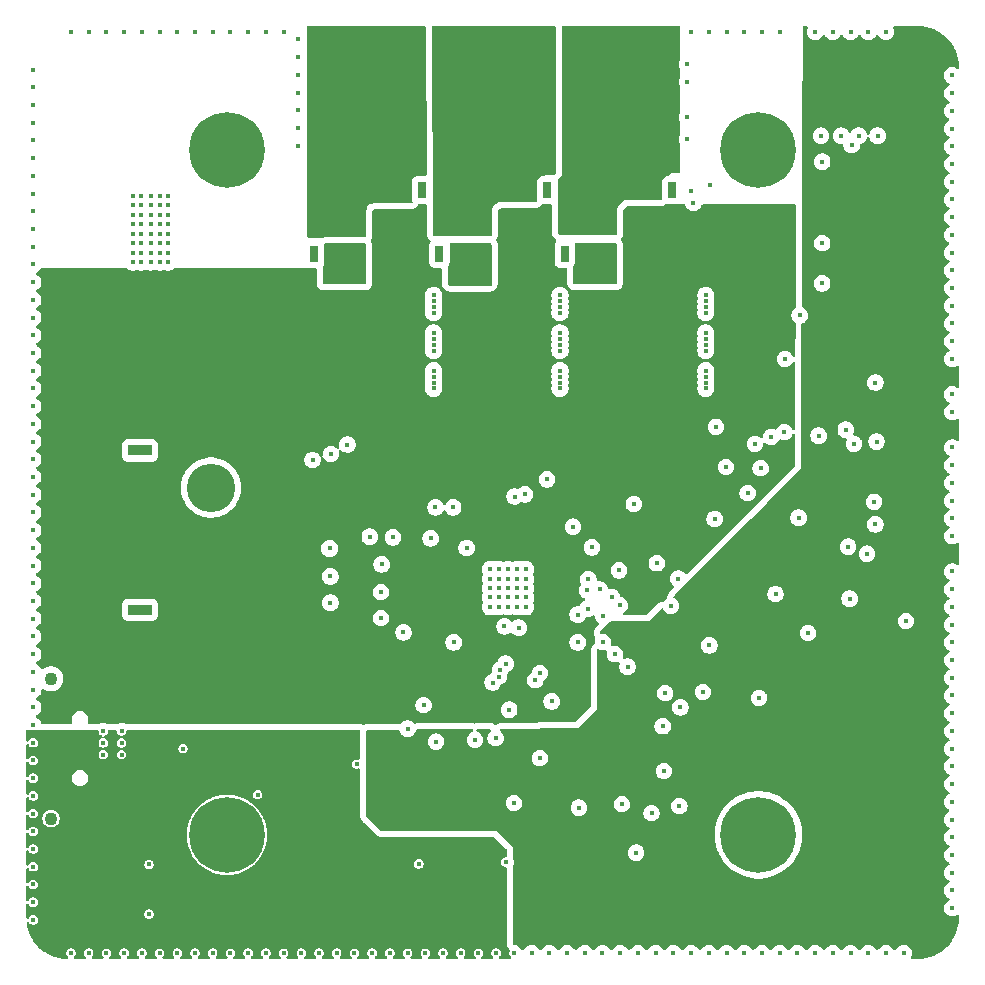
<source format=gbr>
%TF.GenerationSoftware,KiCad,Pcbnew,9.0.6-9.0.6~ubuntu24.04.1*%
%TF.CreationDate,2025-11-23T02:06:06+01:00*%
%TF.ProjectId,FOC_CONTROLLER_V2,464f435f-434f-44e5-9452-4f4c4c45525f,rev?*%
%TF.SameCoordinates,Original*%
%TF.FileFunction,Copper,L4,Bot*%
%TF.FilePolarity,Positive*%
%FSLAX46Y46*%
G04 Gerber Fmt 4.6, Leading zero omitted, Abs format (unit mm)*
G04 Created by KiCad (PCBNEW 9.0.6-9.0.6~ubuntu24.04.1) date 2025-11-23 02:06:06*
%MOMM*%
%LPD*%
G01*
G04 APERTURE LIST*
G04 Aperture macros list*
%AMRoundRect*
0 Rectangle with rounded corners*
0 $1 Rounding radius*
0 $2 $3 $4 $5 $6 $7 $8 $9 X,Y pos of 4 corners*
0 Add a 4 corners polygon primitive as box body*
4,1,4,$2,$3,$4,$5,$6,$7,$8,$9,$2,$3,0*
0 Add four circle primitives for the rounded corners*
1,1,$1+$1,$2,$3*
1,1,$1+$1,$4,$5*
1,1,$1+$1,$6,$7*
1,1,$1+$1,$8,$9*
0 Add four rect primitives between the rounded corners*
20,1,$1+$1,$2,$3,$4,$5,0*
20,1,$1+$1,$4,$5,$6,$7,0*
20,1,$1+$1,$6,$7,$8,$9,0*
20,1,$1+$1,$8,$9,$2,$3,0*%
G04 Aperture macros list end*
%TA.AperFunction,ComponentPad*%
%ADD10C,3.200000*%
%TD*%
%TA.AperFunction,ComponentPad*%
%ADD11C,0.800000*%
%TD*%
%TA.AperFunction,ComponentPad*%
%ADD12C,6.400000*%
%TD*%
%TA.AperFunction,ComponentPad*%
%ADD13C,1.090000*%
%TD*%
%TA.AperFunction,ComponentPad*%
%ADD14R,2.000000X0.900000*%
%TD*%
%TA.AperFunction,ComponentPad*%
%ADD15RoundRect,1.025000X1.025000X-1.025000X1.025000X1.025000X-1.025000X1.025000X-1.025000X-1.025000X0*%
%TD*%
%TA.AperFunction,ComponentPad*%
%ADD16C,4.100000*%
%TD*%
%TA.AperFunction,SMDPad,CuDef*%
%ADD17R,0.710000X1.372000*%
%TD*%
%TA.AperFunction,SMDPad,CuDef*%
%ADD18R,0.710000X0.590000*%
%TD*%
%TA.AperFunction,SMDPad,CuDef*%
%ADD19R,4.520000X3.850000*%
%TD*%
%TA.AperFunction,ViaPad*%
%ADD20C,0.400000*%
%TD*%
%TA.AperFunction,ViaPad*%
%ADD21C,0.450000*%
%TD*%
G04 APERTURE END LIST*
D10*
%TO.P,J2,1,Pin_1*%
%TO.N,/OUT1*%
X126505000Y-65035000D03*
X132375000Y-65035000D03*
X126505000Y-59165000D03*
X132375000Y-59165000D03*
%TD*%
D11*
%TO.P,H4,1,1*%
%TO.N,GND*%
X115100000Y-67000000D03*
X115802944Y-65302944D03*
X115802944Y-68697056D03*
X117500000Y-64600000D03*
D12*
X117500000Y-67000000D03*
D11*
X117500000Y-69400000D03*
X119197056Y-65302944D03*
X119197056Y-68697056D03*
X119900000Y-67000000D03*
%TD*%
D13*
%TO.P,J11,S1*%
%TO.N,N/C*%
X102607500Y-111775000D03*
%TO.P,J11,S2*%
X102607500Y-123625000D03*
%TD*%
D10*
%TO.P,J3,1,Pin_1*%
%TO.N,/OUT2*%
X137065000Y-65035000D03*
X142935000Y-65035000D03*
X137065000Y-59165000D03*
X142935000Y-59165000D03*
%TD*%
D14*
%TO.P,J1,*%
%TO.N,*%
X110150000Y-105950000D03*
X110150000Y-92450000D03*
D15*
%TO.P,J1,1,Pin_1*%
%TO.N,+48V*%
X116150000Y-102800000D03*
D16*
%TO.P,J1,2,Pin_2*%
%TO.N,GND*%
X116150000Y-95600000D03*
%TD*%
D11*
%TO.P,H1,1,1*%
%TO.N,GND*%
X115100000Y-125000000D03*
X115802944Y-123302944D03*
X115802944Y-126697056D03*
X117500000Y-122600000D03*
D12*
X117500000Y-125000000D03*
D11*
X117500000Y-127400000D03*
X119197056Y-123302944D03*
X119197056Y-126697056D03*
X119900000Y-125000000D03*
%TD*%
D10*
%TO.P,J4,1,Pin_1*%
%TO.N,/OUT3*%
X147655000Y-65035000D03*
X153525000Y-65035000D03*
X147655000Y-59165000D03*
X153525000Y-59165000D03*
%TD*%
D11*
%TO.P,H3,1,1*%
%TO.N,GND*%
X160100000Y-67000000D03*
X160802944Y-65302944D03*
X160802944Y-68697056D03*
X162500000Y-64600000D03*
D12*
X162500000Y-67000000D03*
D11*
X162500000Y-69400000D03*
X164197056Y-65302944D03*
X164197056Y-68697056D03*
X164900000Y-67000000D03*
%TD*%
%TO.P,H2,1,1*%
%TO.N,GND*%
X160100000Y-125000000D03*
X160802944Y-123302944D03*
X160802944Y-126697056D03*
X162500000Y-122600000D03*
D12*
X162500000Y-125000000D03*
D11*
X162500000Y-127400000D03*
X164197056Y-123302944D03*
X164197056Y-126697056D03*
X164900000Y-125000000D03*
%TD*%
D17*
%TO.P,Q4,1,S*%
%TO.N,Net-(Q4-S-Pad1)*%
X139305000Y-75807000D03*
%TO.P,Q4,2,S*%
X138035000Y-75807000D03*
%TO.P,Q4,3,S*%
X136765000Y-75807000D03*
%TO.P,Q4,4,G*%
%TO.N,Net-(Q4-G)*%
X135495000Y-75807000D03*
D18*
%TO.P,Q4,5,D*%
%TO.N,/OUT2*%
X139305000Y-69993000D03*
X138035000Y-69993000D03*
X136765000Y-69993000D03*
X135495000Y-69993000D03*
D19*
X137400000Y-72213000D03*
%TD*%
D17*
%TO.P,Q1,1,S*%
%TO.N,Net-(Q1-S-Pad1)*%
X128690000Y-75807000D03*
%TO.P,Q1,2,S*%
X127420000Y-75807000D03*
%TO.P,Q1,3,S*%
X126150000Y-75807000D03*
%TO.P,Q1,4,G*%
%TO.N,Net-(Q1-G)*%
X124880000Y-75807000D03*
D18*
%TO.P,Q1,5,D*%
%TO.N,/OUT1*%
X128690000Y-69993000D03*
X127420000Y-69993000D03*
X126150000Y-69993000D03*
X124880000Y-69993000D03*
D19*
X126785000Y-72213000D03*
%TD*%
D17*
%TO.P,Q3,1,S*%
%TO.N,/OUT1*%
X130180000Y-70393000D03*
%TO.P,Q3,2,S*%
X131450000Y-70393000D03*
%TO.P,Q3,3,S*%
X132720000Y-70393000D03*
%TO.P,Q3,4,G*%
%TO.N,Net-(Q3-G)*%
X133990000Y-70393000D03*
D18*
%TO.P,Q3,5,D*%
%TO.N,+48V*%
X130180000Y-76207000D03*
X131450000Y-76207000D03*
X132720000Y-76207000D03*
X133990000Y-76207000D03*
D19*
X132085000Y-73987000D03*
%TD*%
D17*
%TO.P,Q5,1,S*%
%TO.N,/OUT3*%
X151390000Y-70393000D03*
%TO.P,Q5,2,S*%
X152660000Y-70393000D03*
%TO.P,Q5,3,S*%
X153930000Y-70393000D03*
%TO.P,Q5,4,G*%
%TO.N,Net-(Q5-G)*%
X155200000Y-70393000D03*
D18*
%TO.P,Q5,5,D*%
%TO.N,+48V*%
X151390000Y-76207000D03*
X152660000Y-76207000D03*
X153930000Y-76207000D03*
X155200000Y-76207000D03*
D19*
X153295000Y-73987000D03*
%TD*%
D17*
%TO.P,Q6,1,S*%
%TO.N,Net-(Q6-S-Pad1)*%
X149905000Y-75807000D03*
%TO.P,Q6,2,S*%
X148635000Y-75807000D03*
%TO.P,Q6,3,S*%
X147365000Y-75807000D03*
%TO.P,Q6,4,G*%
%TO.N,Net-(Q6-G)*%
X146095000Y-75807000D03*
D18*
%TO.P,Q6,5,D*%
%TO.N,/OUT3*%
X149905000Y-69993000D03*
X148635000Y-69993000D03*
X147365000Y-69993000D03*
X146095000Y-69993000D03*
D19*
X148000000Y-72213000D03*
%TD*%
D17*
%TO.P,Q2,1,S*%
%TO.N,/OUT2*%
X140795000Y-70393000D03*
%TO.P,Q2,2,S*%
X142065000Y-70393000D03*
%TO.P,Q2,3,S*%
X143335000Y-70393000D03*
%TO.P,Q2,4,G*%
%TO.N,Net-(Q2-G)*%
X144605000Y-70393000D03*
D18*
%TO.P,Q2,5,D*%
%TO.N,+48V*%
X140795000Y-76207000D03*
X142065000Y-76207000D03*
X143335000Y-76207000D03*
X144605000Y-76207000D03*
D19*
X142700000Y-73987000D03*
%TD*%
D20*
%TO.N,+3.3V*%
X130400000Y-123000000D03*
%TO.N,GND*%
X128500000Y-119000000D03*
D21*
%TO.N,/OUT1*%
X126250000Y-105350000D03*
D20*
%TO.N,GND*%
X178900000Y-72700000D03*
X170300000Y-57000000D03*
X167900000Y-68000000D03*
D21*
X135000000Y-80800001D03*
D20*
X114800000Y-135000000D03*
D21*
X139800002Y-104900000D03*
D20*
X178900000Y-108700000D03*
D21*
X140500001Y-102500000D03*
D20*
X167299999Y-135000000D03*
X149332664Y-108674696D03*
X178900000Y-74200000D03*
X141853554Y-96353554D03*
X122300000Y-135000000D03*
X101100000Y-63200000D03*
X140250000Y-116800000D03*
X104300000Y-57000000D03*
X161300000Y-135000000D03*
X150750000Y-105550000D03*
X135160000Y-97275000D03*
X110300000Y-135000000D03*
X107300000Y-57000000D03*
D21*
X158050000Y-82499999D03*
X111033885Y-74899999D03*
X109533886Y-75700000D03*
D20*
X132800000Y-116000000D03*
D21*
X140500001Y-105700001D03*
X145700000Y-79299999D03*
D20*
X120800000Y-135000000D03*
X167600000Y-91200000D03*
X101100000Y-97700000D03*
D21*
X158050000Y-86700000D03*
D20*
X170600000Y-91900000D03*
D21*
X110233885Y-70900001D03*
D20*
X110300000Y-57000000D03*
D21*
X158050000Y-87200000D03*
X112533885Y-74900000D03*
D20*
X123550000Y-62149999D03*
X159800001Y-57000000D03*
X122300000Y-57000000D03*
D21*
X112533884Y-74100000D03*
X145700000Y-80799999D03*
D20*
X178900000Y-95200000D03*
X120800000Y-57000000D03*
D21*
X141300001Y-103300000D03*
D20*
X141100000Y-127300000D03*
D21*
X111033885Y-74100000D03*
D20*
X108800001Y-57000000D03*
X154600000Y-113000000D03*
X152300000Y-135000000D03*
X178900000Y-99700000D03*
X101100000Y-112700000D03*
X136700000Y-108700000D03*
X136660000Y-97275000D03*
X173300000Y-57000000D03*
X168800001Y-135000000D03*
X101100000Y-75200000D03*
D21*
X142800000Y-105700000D03*
D20*
X178900000Y-66700000D03*
D21*
X111833885Y-72500001D03*
D20*
X101100000Y-132200000D03*
X135200000Y-117100000D03*
X101100000Y-78200000D03*
X178900000Y-60700000D03*
D21*
X111033885Y-72500000D03*
D20*
X178900000Y-83200000D03*
X101100000Y-106700000D03*
D21*
X111033885Y-76500000D03*
X109533886Y-71700000D03*
X142800000Y-103300000D03*
X135000000Y-86700000D03*
D20*
X101100000Y-123200000D03*
D21*
X145700000Y-85699998D03*
D20*
X123550000Y-59150002D03*
X167900000Y-78300000D03*
X178900000Y-119200000D03*
X111800000Y-57000000D03*
X158900000Y-90450000D03*
X156450000Y-64250001D03*
D21*
X158050000Y-79299999D03*
D20*
X123550000Y-66650000D03*
X168800001Y-57000000D03*
X120100000Y-121600000D03*
X101100000Y-100700000D03*
D21*
X135000000Y-87200000D03*
X111833884Y-70900001D03*
X141300001Y-104099999D03*
D20*
X178900000Y-68200000D03*
X146800000Y-98900000D03*
X101100000Y-60200000D03*
X178900000Y-120700000D03*
X157800000Y-112900000D03*
X129800000Y-135000000D03*
D21*
X145700000Y-80300000D03*
D20*
X101100000Y-127700000D03*
X158299999Y-57000000D03*
X101100000Y-73700000D03*
X135800001Y-135000000D03*
X161600000Y-96050000D03*
X101100000Y-102200000D03*
X178900000Y-105700000D03*
D21*
X135000000Y-84000000D03*
D20*
X171800000Y-135000000D03*
X158299999Y-135000000D03*
X141800000Y-135000000D03*
X107300000Y-135000000D03*
X153900000Y-102000000D03*
X178900000Y-107200000D03*
X101100000Y-130700000D03*
X178900000Y-71200000D03*
D21*
X139800002Y-103300000D03*
D20*
X174800000Y-135000000D03*
X144000000Y-118500000D03*
X164700000Y-90900000D03*
X156450000Y-59750000D03*
X178900000Y-96700000D03*
D21*
X110233885Y-73300000D03*
D20*
X134299999Y-135000000D03*
X170400000Y-66600000D03*
X101100000Y-87200000D03*
X101100000Y-93200000D03*
X178900000Y-126700000D03*
X126800001Y-135000000D03*
X152150000Y-126500000D03*
X131300000Y-135000000D03*
D21*
X139800000Y-104100000D03*
D20*
X167300000Y-57000000D03*
X155900000Y-114200000D03*
X150800001Y-135000000D03*
X101100000Y-90200000D03*
X119300000Y-57000000D03*
X144603554Y-94903554D03*
X134750000Y-99900000D03*
X116299999Y-57000000D03*
X172500000Y-91700000D03*
X147800000Y-135000000D03*
X131550000Y-99800000D03*
D21*
X142100000Y-105700001D03*
D20*
X172400000Y-86700000D03*
X101100000Y-114200000D03*
D21*
X111033885Y-71700000D03*
D20*
X178900000Y-122200000D03*
D21*
X158050000Y-80799999D03*
D20*
X101100000Y-129200000D03*
D21*
X112533885Y-75700001D03*
D20*
X101100000Y-118700000D03*
X101100000Y-121700000D03*
X178900000Y-102700000D03*
D21*
X111033885Y-70900000D03*
X142100000Y-103300000D03*
D20*
X101100000Y-117200000D03*
X166000000Y-81000000D03*
X144800001Y-135000000D03*
X101100000Y-82700000D03*
X149350000Y-106450000D03*
D21*
X111833885Y-73300000D03*
D20*
X178900000Y-128200000D03*
X123550000Y-65149997D03*
D21*
X135000000Y-83500000D03*
D20*
X105800000Y-135000000D03*
D21*
X140500001Y-104900000D03*
D20*
X137800000Y-100700000D03*
X146300000Y-135000000D03*
X107032500Y-116200000D03*
X175000000Y-106900000D03*
D21*
X110233885Y-71700000D03*
D20*
X178900000Y-69700000D03*
X105800000Y-57000000D03*
X101100000Y-61700000D03*
D21*
X110233885Y-76500001D03*
X140500001Y-104100000D03*
D20*
X145000000Y-113700000D03*
X143299999Y-135000000D03*
X178900000Y-84700000D03*
X178900000Y-89200000D03*
X164750000Y-84700000D03*
D21*
X111833885Y-75700000D03*
D20*
X123550000Y-60650002D03*
X101100000Y-72200000D03*
D21*
X109533886Y-70900001D03*
X111033885Y-73300001D03*
D20*
X162550000Y-113400000D03*
D21*
X112533885Y-73300000D03*
D20*
X134150000Y-114000000D03*
X156450000Y-61250000D03*
X167900000Y-74900000D03*
D21*
X145700000Y-82999999D03*
D20*
X101100000Y-79700000D03*
X178900000Y-87700000D03*
X108800001Y-135000000D03*
X178900000Y-129700000D03*
X101100000Y-96200000D03*
X132450000Y-107850000D03*
X123800000Y-135000000D03*
D21*
X111833885Y-71700000D03*
D20*
X166700000Y-107900000D03*
X155300000Y-135000000D03*
X113775000Y-117700000D03*
D21*
X145700000Y-87200000D03*
X158050000Y-80300000D03*
X135000000Y-82999999D03*
D20*
X140300000Y-135000000D03*
D21*
X141300001Y-104900002D03*
D20*
X101100000Y-70700000D03*
X113300000Y-57000000D03*
X162700000Y-93950000D03*
D21*
X111833884Y-76500001D03*
X109533884Y-74900000D03*
D20*
X101100000Y-66200000D03*
X162800000Y-57000000D03*
X178900000Y-65200000D03*
X117800001Y-57000000D03*
X170225000Y-105000000D03*
X151419723Y-110765739D03*
D21*
X145700000Y-79799999D03*
X135000000Y-79299999D03*
X112533884Y-76500000D03*
D20*
X132800000Y-135000000D03*
X101100000Y-84200000D03*
X101100000Y-88700000D03*
X101100000Y-108200000D03*
D21*
X109533886Y-74100000D03*
X110233885Y-74900000D03*
D20*
X123550000Y-63649999D03*
D21*
X135000000Y-80300000D03*
D20*
X178900000Y-113200000D03*
X151950000Y-96975000D03*
D21*
X145700000Y-83500000D03*
D20*
X137300000Y-135000000D03*
D21*
X145700000Y-82499999D03*
D20*
X113300000Y-135000000D03*
X178900000Y-116200000D03*
D21*
X135000000Y-86199999D03*
D20*
X101100000Y-64700000D03*
X170300000Y-135000000D03*
X178900000Y-81700000D03*
X101100000Y-69200000D03*
X178900000Y-93700000D03*
X147200000Y-108700000D03*
X178900000Y-78700000D03*
D21*
X110233885Y-74100000D03*
D20*
X101100000Y-91700000D03*
X101100000Y-126200000D03*
D21*
X141300001Y-102500001D03*
D20*
X178900000Y-111700000D03*
X178900000Y-92200000D03*
X153450000Y-123150000D03*
D21*
X145700000Y-86199999D03*
D20*
X150351992Y-109698008D03*
X147300000Y-122700000D03*
X148400000Y-100650000D03*
X141800000Y-122300000D03*
D21*
X142100001Y-102500000D03*
D20*
X101100000Y-81200000D03*
X178900000Y-125200000D03*
X163950000Y-104600000D03*
D21*
X112533885Y-71700001D03*
D20*
X111800000Y-135000000D03*
X158350000Y-108950000D03*
X119300000Y-135000000D03*
X172400000Y-98700000D03*
X101100000Y-124700000D03*
D21*
X141300001Y-105700000D03*
D20*
X101100000Y-85700000D03*
D21*
X112533884Y-70900000D03*
X142800001Y-104900001D03*
D20*
X155100000Y-105600000D03*
D21*
X111833885Y-74900000D03*
D20*
X116299999Y-135000000D03*
X178900000Y-123700000D03*
X123550000Y-57650002D03*
X156450000Y-66100001D03*
X101100000Y-105200000D03*
X117800001Y-135000000D03*
X146300000Y-135000000D03*
X101100000Y-115700000D03*
D21*
X109533884Y-73300000D03*
D20*
X178900000Y-104200000D03*
X101100000Y-103700000D03*
D21*
X110233885Y-75700000D03*
D20*
X158400000Y-70000000D03*
X125299999Y-135000000D03*
D21*
X142800001Y-102500000D03*
X112533884Y-72500000D03*
D20*
X129600000Y-99750000D03*
X101100000Y-99200000D03*
X154400000Y-115800000D03*
D21*
X135000000Y-82500000D03*
D20*
X164300000Y-57000000D03*
X101100000Y-111200000D03*
X153800000Y-135000000D03*
D21*
X135000000Y-79799999D03*
X135000000Y-85700000D03*
D20*
X162800000Y-135000000D03*
D21*
X110233885Y-72500001D03*
D20*
X178900000Y-117700000D03*
X161300000Y-57000000D03*
X101100000Y-109700000D03*
D21*
X140500001Y-103300000D03*
X109533886Y-72500001D03*
D20*
X178900000Y-63700000D03*
X178900000Y-131200000D03*
X156800000Y-135000000D03*
X165800000Y-135000000D03*
D21*
X158050000Y-79799999D03*
D20*
X178900000Y-114700000D03*
D21*
X111033885Y-75700002D03*
D20*
X133750000Y-127450000D03*
X172300000Y-96800000D03*
X156800000Y-57000000D03*
X178900000Y-77200000D03*
D21*
X142100001Y-104100000D03*
D20*
X178900000Y-62200000D03*
D21*
X158050000Y-86199999D03*
X142800001Y-104100000D03*
D20*
X101100000Y-94700000D03*
D21*
X109533886Y-76500001D03*
X145700000Y-83999999D03*
D20*
X150700000Y-102600000D03*
X178900000Y-98200000D03*
X141400000Y-114400000D03*
D21*
X111833884Y-74100000D03*
D20*
X101100000Y-76700000D03*
X178900000Y-80200000D03*
X159750000Y-93850000D03*
D21*
X158050000Y-85699998D03*
D20*
X101100000Y-90200000D03*
X138500000Y-116950000D03*
X178900000Y-110200000D03*
D21*
X142100001Y-104900000D03*
D20*
X108582500Y-116200000D03*
X159800001Y-135000000D03*
X128300000Y-135000000D03*
X101100000Y-120200000D03*
D21*
X158050000Y-82999999D03*
X145700000Y-86700000D03*
D20*
X171800000Y-57000000D03*
X101100000Y-67700000D03*
X162200000Y-91900000D03*
X178900000Y-75700000D03*
X104300000Y-135000000D03*
D21*
X158050000Y-83999999D03*
D20*
X164300000Y-135000000D03*
X156800000Y-70500000D03*
D21*
X139800002Y-105700001D03*
D20*
X149300000Y-135000000D03*
X173300000Y-135000000D03*
X138800000Y-135000000D03*
X171700000Y-101200000D03*
X114800000Y-57000000D03*
X154500000Y-119600000D03*
D21*
X139800000Y-102500000D03*
X158050000Y-83500000D03*
%TO.N,/OUT2*%
X126250001Y-103100000D03*
D20*
%TO.N,+3.3V*%
X167750000Y-71550000D03*
X141400000Y-117100000D03*
X162600000Y-106190001D03*
X155600000Y-133500000D03*
X175725000Y-82000000D03*
X174300000Y-63700000D03*
X151800000Y-107500000D03*
X174150000Y-102400000D03*
X165950000Y-95750000D03*
X152515739Y-109669723D03*
X172400000Y-89125000D03*
X175725000Y-68000000D03*
X144060000Y-131960000D03*
X150428680Y-107578680D03*
X153400000Y-108950000D03*
X151448008Y-108601992D03*
X152650000Y-108200000D03*
X165200000Y-102400000D03*
%TO.N,+5V*%
X132400000Y-128200000D03*
X138200000Y-133500000D03*
X107032500Y-119200000D03*
X108582500Y-119200000D03*
X132400000Y-129400000D03*
%TO.N,/NTC*%
X157000000Y-71500000D03*
X142724266Y-96175734D03*
D21*
%TO.N,/OUT3*%
X126200000Y-100750000D03*
D20*
%TO.N,Net-(IC1-PC14)*%
X110900000Y-127500000D03*
X147200000Y-106350000D03*
%TO.N,/PB6*%
X141000000Y-107350000D03*
X158800000Y-98250000D03*
%TO.N,Net-(IC1-PC15)*%
X110900000Y-131700000D03*
X148050000Y-105850000D03*
%TO.N,/VCP_RX*%
X155800000Y-122550000D03*
X148100000Y-103350000D03*
%TO.N,/NRST*%
X149075000Y-104225000D03*
X155700000Y-103300000D03*
%TO.N,/VCP_TX*%
X148000000Y-104300000D03*
X150950000Y-122400000D03*
%TO.N,Net-(IC1-PB4)*%
X141100000Y-110500000D03*
X169500000Y-65800000D03*
%TO.N,Net-(IC1-PB3)*%
X140645522Y-111017912D03*
X171000000Y-65800000D03*
%TO.N,Net-(IC1-PD2)*%
X172600000Y-65800000D03*
X140500000Y-111600000D03*
%TO.N,/User*%
X150100000Y-104850000D03*
X163575000Y-91300000D03*
%TO.N,Net-(IC1-PB5)*%
X140000000Y-112100000D03*
X167800000Y-65800000D03*
%TO.N,Net-(Q1-G)*%
X127700000Y-91950000D03*
X124900000Y-75800000D03*
%TO.N,Net-(Q2-G)*%
X130550000Y-104450000D03*
X144650000Y-70400000D03*
%TO.N,Net-(Q3-G)*%
X130550000Y-106650000D03*
X134000000Y-70400000D03*
%TO.N,Net-(Q4-G)*%
X135500000Y-75800000D03*
X126300000Y-92750000D03*
%TO.N,Net-(Q5-G)*%
X130600000Y-102100000D03*
X155200000Y-70393000D03*
%TO.N,Net-(Q6-G)*%
X146150000Y-75750000D03*
X124750000Y-93250000D03*
%TO.N,/PB7*%
X142200000Y-107450000D03*
X165900000Y-98150000D03*
D21*
%TO.N,+48V*%
X142600000Y-86700000D03*
X154750000Y-86199999D03*
X111033885Y-86699999D03*
X154750000Y-84000000D03*
X142600000Y-79799999D03*
X154750000Y-80300000D03*
X112533885Y-87500001D03*
X111833885Y-85100000D03*
X112533884Y-85900000D03*
X154750000Y-79299999D03*
X109533884Y-85100000D03*
X142600000Y-83500000D03*
X142600000Y-80300000D03*
X112533885Y-86700000D03*
X131800000Y-80299999D03*
X131800000Y-79799998D03*
X111833885Y-83500000D03*
X112533885Y-85100000D03*
X131800000Y-79299998D03*
X154750000Y-82499998D03*
X111833885Y-87500000D03*
X111033885Y-85900000D03*
X131800000Y-84000000D03*
X142600000Y-86199999D03*
X131800000Y-83499999D03*
X131800000Y-82999998D03*
X112533885Y-83500001D03*
X110233885Y-89100000D03*
X109533886Y-85900000D03*
D20*
X155100000Y-99200000D03*
D21*
X111033885Y-87500002D03*
X131800000Y-85699999D03*
X154750000Y-87200000D03*
X109533886Y-83500000D03*
X154750000Y-85699998D03*
X110233885Y-86700000D03*
X154750000Y-80799999D03*
X111033885Y-89100000D03*
X109533886Y-84300001D03*
X111833885Y-89100000D03*
D20*
X143500000Y-107600000D03*
D21*
X110233885Y-87500000D03*
X142600000Y-87200000D03*
X111833885Y-84300001D03*
X109533886Y-88300001D03*
X111833884Y-88300001D03*
X111833885Y-86700000D03*
X131800000Y-86699999D03*
X109533886Y-87500000D03*
X154750000Y-86700000D03*
X110233885Y-88300001D03*
X142600000Y-82499998D03*
X154750000Y-83500000D03*
X142600000Y-80799999D03*
X111833884Y-85900000D03*
X110233885Y-85900000D03*
X111033885Y-84300000D03*
X112533885Y-89100001D03*
X142600000Y-84000000D03*
X110233885Y-85100000D03*
X112533884Y-84300000D03*
X111033885Y-88300000D03*
X109533886Y-89100000D03*
X110233885Y-83500000D03*
X142600000Y-82999999D03*
D20*
X112700000Y-109700000D03*
D21*
X131800000Y-82499998D03*
X111033885Y-85100001D03*
X110233885Y-84300001D03*
X131800000Y-87199999D03*
X142600000Y-79299999D03*
X109533884Y-86700000D03*
X154750000Y-79799999D03*
X112533884Y-88300000D03*
X131800000Y-86199998D03*
X142600000Y-85699998D03*
D20*
X142700000Y-113050001D03*
D21*
X111033885Y-83500000D03*
X154750000Y-82999999D03*
X131800000Y-80800000D03*
D20*
%TO.N,/L_SW_1*%
X169900000Y-90700000D03*
X144000000Y-111300000D03*
%TO.N,/L_SW_2*%
X143600000Y-111900000D03*
X170100000Y-100600000D03*
%TO.N,/B*%
X108582500Y-118200000D03*
X107032500Y-118200000D03*
%TO.N,/A*%
X107032500Y-117200000D03*
X108582500Y-117200000D03*
D21*
%TO.N,Net-(Q1-S-Pad1)*%
X125900000Y-78100000D03*
X125900000Y-77500000D03*
X126500000Y-78100000D03*
X126500000Y-77500000D03*
X128900000Y-78100000D03*
X127700000Y-77500000D03*
X127100000Y-76900000D03*
X126500000Y-76900000D03*
X128900000Y-77500000D03*
X125900000Y-76900000D03*
X127100000Y-78100000D03*
X128900000Y-76900000D03*
X127700000Y-78100000D03*
X127700000Y-76900000D03*
X128300000Y-76900000D03*
X128300000Y-78100000D03*
X128300000Y-77500000D03*
X127100000Y-77500000D03*
%TO.N,Net-(Q4-S-Pad1)*%
X138400000Y-78100000D03*
X138400000Y-76900000D03*
X136600000Y-78100000D03*
X139600000Y-76900000D03*
X137200000Y-77500000D03*
X137800000Y-77500000D03*
X139600000Y-77500000D03*
X139000000Y-78100000D03*
X136600000Y-77500000D03*
X139000000Y-77500000D03*
X137200000Y-76900000D03*
X139600000Y-78100000D03*
X138400000Y-77500000D03*
X136600000Y-76900000D03*
X137800000Y-76900000D03*
X139000000Y-76900000D03*
X137800000Y-78100000D03*
X137200000Y-78100000D03*
%TO.N,Net-(Q6-S-Pad1)*%
X150200000Y-77500000D03*
X148400000Y-77500000D03*
X148400000Y-78100000D03*
X149000000Y-78100000D03*
X147200000Y-76900000D03*
X149000000Y-76900000D03*
X147800000Y-77500000D03*
X149600000Y-77500000D03*
X149600000Y-78100000D03*
X147800000Y-76900000D03*
X147200000Y-77500000D03*
X149000000Y-77500000D03*
X149600000Y-76900000D03*
X148400000Y-76900000D03*
X150200000Y-76900000D03*
X147200000Y-78100000D03*
X147800000Y-78100000D03*
X150200000Y-78100000D03*
%TD*%
%TA.AperFunction,Conductor*%
%TO.N,+3.3V*%
G36*
X166630144Y-56520185D02*
G01*
X166675899Y-56572989D01*
X166685843Y-56642147D01*
X166677666Y-56671953D01*
X166626420Y-56795671D01*
X166626418Y-56795677D01*
X166599500Y-56931004D01*
X166599500Y-56931007D01*
X166599500Y-57068993D01*
X166599500Y-57068995D01*
X166599499Y-57068995D01*
X166626418Y-57204322D01*
X166626421Y-57204332D01*
X166679221Y-57331804D01*
X166679228Y-57331817D01*
X166755885Y-57446541D01*
X166755888Y-57446545D01*
X166853454Y-57544111D01*
X166853458Y-57544114D01*
X166968182Y-57620771D01*
X166968195Y-57620778D01*
X167095667Y-57673578D01*
X167095672Y-57673580D01*
X167095676Y-57673580D01*
X167095677Y-57673581D01*
X167231004Y-57700500D01*
X167231007Y-57700500D01*
X167368995Y-57700500D01*
X167460041Y-57682389D01*
X167504328Y-57673580D01*
X167631811Y-57620775D01*
X167746542Y-57544114D01*
X167844114Y-57446542D01*
X167920775Y-57331811D01*
X167935440Y-57296407D01*
X167979278Y-57242005D01*
X168045572Y-57219939D01*
X168113271Y-57237217D01*
X168160883Y-57288353D01*
X168164561Y-57296407D01*
X168179224Y-57331808D01*
X168179229Y-57331817D01*
X168255886Y-57446541D01*
X168255889Y-57446545D01*
X168353455Y-57544111D01*
X168353459Y-57544114D01*
X168468183Y-57620771D01*
X168468196Y-57620778D01*
X168595668Y-57673578D01*
X168595673Y-57673580D01*
X168595677Y-57673580D01*
X168595678Y-57673581D01*
X168731005Y-57700500D01*
X168731008Y-57700500D01*
X168868996Y-57700500D01*
X168960042Y-57682389D01*
X169004329Y-57673580D01*
X169131812Y-57620775D01*
X169246543Y-57544114D01*
X169344115Y-57446542D01*
X169420776Y-57331811D01*
X169435439Y-57296410D01*
X169479278Y-57242008D01*
X169545572Y-57219942D01*
X169613272Y-57237220D01*
X169660883Y-57288357D01*
X169664561Y-57296410D01*
X169679223Y-57331807D01*
X169679228Y-57331817D01*
X169755885Y-57446541D01*
X169755888Y-57446545D01*
X169853454Y-57544111D01*
X169853458Y-57544114D01*
X169968182Y-57620771D01*
X169968195Y-57620778D01*
X170095667Y-57673578D01*
X170095672Y-57673580D01*
X170095676Y-57673580D01*
X170095677Y-57673581D01*
X170231004Y-57700500D01*
X170231007Y-57700500D01*
X170368995Y-57700500D01*
X170460041Y-57682389D01*
X170504328Y-57673580D01*
X170631811Y-57620775D01*
X170746542Y-57544114D01*
X170844114Y-57446542D01*
X170920775Y-57331811D01*
X170935439Y-57296410D01*
X170979280Y-57242006D01*
X171045574Y-57219941D01*
X171113273Y-57237220D01*
X171160884Y-57288357D01*
X171164561Y-57296410D01*
X171179221Y-57331804D01*
X171179228Y-57331817D01*
X171255885Y-57446541D01*
X171255888Y-57446545D01*
X171353454Y-57544111D01*
X171353458Y-57544114D01*
X171468182Y-57620771D01*
X171468195Y-57620778D01*
X171595667Y-57673578D01*
X171595672Y-57673580D01*
X171595676Y-57673580D01*
X171595677Y-57673581D01*
X171731004Y-57700500D01*
X171731007Y-57700500D01*
X171868995Y-57700500D01*
X171960041Y-57682389D01*
X172004328Y-57673580D01*
X172131811Y-57620775D01*
X172246542Y-57544114D01*
X172344114Y-57446542D01*
X172420775Y-57331811D01*
X172435439Y-57296410D01*
X172479280Y-57242006D01*
X172545574Y-57219941D01*
X172613273Y-57237220D01*
X172660884Y-57288357D01*
X172664561Y-57296410D01*
X172679221Y-57331804D01*
X172679228Y-57331817D01*
X172755885Y-57446541D01*
X172755888Y-57446545D01*
X172853454Y-57544111D01*
X172853458Y-57544114D01*
X172968182Y-57620771D01*
X172968195Y-57620778D01*
X173095667Y-57673578D01*
X173095672Y-57673580D01*
X173095676Y-57673580D01*
X173095677Y-57673581D01*
X173231004Y-57700500D01*
X173231007Y-57700500D01*
X173368995Y-57700500D01*
X173460041Y-57682389D01*
X173504328Y-57673580D01*
X173631811Y-57620775D01*
X173746542Y-57544114D01*
X173844114Y-57446542D01*
X173920775Y-57331811D01*
X173973580Y-57204328D01*
X173994245Y-57100440D01*
X174000500Y-57068995D01*
X174000500Y-56931004D01*
X173973581Y-56795677D01*
X173973580Y-56795676D01*
X173973580Y-56795672D01*
X173922333Y-56671952D01*
X173914865Y-56602483D01*
X173946140Y-56540004D01*
X174006229Y-56504352D01*
X174036895Y-56500500D01*
X175934108Y-56500500D01*
X175996949Y-56500500D01*
X176003032Y-56500648D01*
X176336929Y-56517052D01*
X176349037Y-56518245D01*
X176362116Y-56520185D01*
X176676699Y-56566849D01*
X176688617Y-56569219D01*
X177009951Y-56649709D01*
X177021588Y-56653240D01*
X177092806Y-56678722D01*
X177333467Y-56764832D01*
X177344688Y-56769479D01*
X177644163Y-56911120D01*
X177654871Y-56916844D01*
X177938988Y-57087137D01*
X177949103Y-57093895D01*
X178142350Y-57237217D01*
X178215170Y-57291224D01*
X178224576Y-57298944D01*
X178470013Y-57521395D01*
X178478604Y-57529986D01*
X178560893Y-57620778D01*
X178701055Y-57775423D01*
X178708775Y-57784829D01*
X178906102Y-58050893D01*
X178912862Y-58061011D01*
X179041776Y-58276092D01*
X179083148Y-58345116D01*
X179088885Y-58355848D01*
X179230514Y-58655297D01*
X179235170Y-58666540D01*
X179346759Y-58978411D01*
X179350292Y-58990055D01*
X179430777Y-59311369D01*
X179433151Y-59323305D01*
X179481754Y-59650962D01*
X179482947Y-59663071D01*
X179499351Y-59996966D01*
X179499500Y-60003051D01*
X179499500Y-60026101D01*
X179479815Y-60093140D01*
X179427011Y-60138895D01*
X179357853Y-60148839D01*
X179306609Y-60129203D01*
X179231817Y-60079228D01*
X179231804Y-60079221D01*
X179104332Y-60026421D01*
X179104322Y-60026418D01*
X178968995Y-59999500D01*
X178968993Y-59999500D01*
X178831007Y-59999500D01*
X178831005Y-59999500D01*
X178695677Y-60026418D01*
X178695667Y-60026421D01*
X178568195Y-60079221D01*
X178568182Y-60079228D01*
X178453458Y-60155885D01*
X178453454Y-60155888D01*
X178355888Y-60253454D01*
X178355885Y-60253458D01*
X178279228Y-60368182D01*
X178279221Y-60368195D01*
X178226421Y-60495667D01*
X178226418Y-60495677D01*
X178199500Y-60631004D01*
X178199500Y-60631007D01*
X178199500Y-60768993D01*
X178199500Y-60768995D01*
X178199499Y-60768995D01*
X178226418Y-60904322D01*
X178226421Y-60904332D01*
X178279221Y-61031804D01*
X178279228Y-61031817D01*
X178355885Y-61146541D01*
X178355888Y-61146545D01*
X178453454Y-61244111D01*
X178453458Y-61244114D01*
X178568182Y-61320771D01*
X178568186Y-61320773D01*
X178568189Y-61320775D01*
X178580114Y-61325714D01*
X178603590Y-61335439D01*
X178657994Y-61379280D01*
X178680058Y-61445575D01*
X178662778Y-61513274D01*
X178611641Y-61560884D01*
X178603590Y-61564561D01*
X178568192Y-61579223D01*
X178568182Y-61579228D01*
X178453458Y-61655885D01*
X178453454Y-61655888D01*
X178355888Y-61753454D01*
X178355885Y-61753458D01*
X178279228Y-61868182D01*
X178279221Y-61868195D01*
X178226421Y-61995667D01*
X178226418Y-61995677D01*
X178199500Y-62131004D01*
X178199500Y-62131007D01*
X178199500Y-62268993D01*
X178199500Y-62268995D01*
X178199499Y-62268995D01*
X178226418Y-62404322D01*
X178226421Y-62404332D01*
X178279221Y-62531804D01*
X178279228Y-62531817D01*
X178355885Y-62646541D01*
X178355888Y-62646545D01*
X178453454Y-62744111D01*
X178453458Y-62744114D01*
X178568182Y-62820771D01*
X178568186Y-62820773D01*
X178568189Y-62820775D01*
X178580114Y-62825714D01*
X178603590Y-62835439D01*
X178657994Y-62879280D01*
X178680058Y-62945575D01*
X178662778Y-63013274D01*
X178611641Y-63060884D01*
X178603590Y-63064561D01*
X178568192Y-63079223D01*
X178568182Y-63079228D01*
X178453458Y-63155885D01*
X178453454Y-63155888D01*
X178355888Y-63253454D01*
X178355885Y-63253458D01*
X178279228Y-63368182D01*
X178279221Y-63368195D01*
X178226421Y-63495667D01*
X178226418Y-63495677D01*
X178199500Y-63631004D01*
X178199500Y-63631007D01*
X178199500Y-63768993D01*
X178199500Y-63768995D01*
X178199499Y-63768995D01*
X178226418Y-63904322D01*
X178226421Y-63904332D01*
X178279221Y-64031804D01*
X178279228Y-64031817D01*
X178355885Y-64146541D01*
X178355888Y-64146545D01*
X178453454Y-64244111D01*
X178453458Y-64244114D01*
X178568182Y-64320771D01*
X178568186Y-64320773D01*
X178568189Y-64320775D01*
X178580114Y-64325714D01*
X178603590Y-64335439D01*
X178657994Y-64379280D01*
X178680058Y-64445575D01*
X178662778Y-64513274D01*
X178611641Y-64560884D01*
X178603590Y-64564561D01*
X178568192Y-64579223D01*
X178568182Y-64579228D01*
X178453458Y-64655885D01*
X178453454Y-64655888D01*
X178355888Y-64753454D01*
X178355885Y-64753458D01*
X178279228Y-64868182D01*
X178279221Y-64868195D01*
X178226421Y-64995667D01*
X178226418Y-64995677D01*
X178199500Y-65131004D01*
X178199500Y-65131007D01*
X178199500Y-65268993D01*
X178199500Y-65268995D01*
X178199499Y-65268995D01*
X178226418Y-65404322D01*
X178226421Y-65404332D01*
X178279221Y-65531804D01*
X178279228Y-65531817D01*
X178355885Y-65646541D01*
X178355888Y-65646545D01*
X178453454Y-65744111D01*
X178453458Y-65744114D01*
X178568182Y-65820771D01*
X178568186Y-65820773D01*
X178568189Y-65820775D01*
X178580114Y-65825714D01*
X178603590Y-65835439D01*
X178657994Y-65879280D01*
X178680058Y-65945575D01*
X178662778Y-66013274D01*
X178611641Y-66060884D01*
X178603590Y-66064561D01*
X178568192Y-66079223D01*
X178568182Y-66079228D01*
X178453458Y-66155885D01*
X178453454Y-66155888D01*
X178355888Y-66253454D01*
X178355885Y-66253458D01*
X178279228Y-66368182D01*
X178279221Y-66368195D01*
X178226421Y-66495667D01*
X178226418Y-66495677D01*
X178199500Y-66631004D01*
X178199500Y-66631007D01*
X178199500Y-66768993D01*
X178199500Y-66768995D01*
X178199499Y-66768995D01*
X178226418Y-66904322D01*
X178226421Y-66904332D01*
X178279221Y-67031804D01*
X178279228Y-67031817D01*
X178355885Y-67146541D01*
X178355888Y-67146545D01*
X178453454Y-67244111D01*
X178453458Y-67244114D01*
X178568182Y-67320771D01*
X178568186Y-67320773D01*
X178568189Y-67320775D01*
X178580114Y-67325714D01*
X178603590Y-67335439D01*
X178657994Y-67379280D01*
X178680058Y-67445575D01*
X178662778Y-67513274D01*
X178611641Y-67560884D01*
X178603590Y-67564561D01*
X178568192Y-67579223D01*
X178568182Y-67579228D01*
X178453458Y-67655885D01*
X178453454Y-67655888D01*
X178355888Y-67753454D01*
X178355885Y-67753458D01*
X178279228Y-67868182D01*
X178279221Y-67868195D01*
X178226421Y-67995667D01*
X178226418Y-67995677D01*
X178199500Y-68131004D01*
X178199500Y-68131007D01*
X178199500Y-68268993D01*
X178199500Y-68268995D01*
X178199499Y-68268995D01*
X178226418Y-68404322D01*
X178226421Y-68404332D01*
X178279221Y-68531804D01*
X178279228Y-68531817D01*
X178355885Y-68646541D01*
X178355888Y-68646545D01*
X178453454Y-68744111D01*
X178453458Y-68744114D01*
X178568182Y-68820771D01*
X178568186Y-68820773D01*
X178568189Y-68820775D01*
X178580114Y-68825714D01*
X178603590Y-68835439D01*
X178657994Y-68879280D01*
X178680058Y-68945575D01*
X178662778Y-69013274D01*
X178611641Y-69060884D01*
X178603590Y-69064561D01*
X178568192Y-69079223D01*
X178568182Y-69079228D01*
X178453458Y-69155885D01*
X178453454Y-69155888D01*
X178355888Y-69253454D01*
X178355885Y-69253458D01*
X178279228Y-69368182D01*
X178279221Y-69368195D01*
X178226421Y-69495667D01*
X178226418Y-69495677D01*
X178199500Y-69631004D01*
X178199500Y-69631007D01*
X178199500Y-69768993D01*
X178199500Y-69768995D01*
X178199499Y-69768995D01*
X178226418Y-69904322D01*
X178226421Y-69904332D01*
X178279221Y-70031804D01*
X178279228Y-70031817D01*
X178355885Y-70146541D01*
X178355888Y-70146545D01*
X178453454Y-70244111D01*
X178453458Y-70244114D01*
X178568182Y-70320771D01*
X178568186Y-70320773D01*
X178568189Y-70320775D01*
X178580114Y-70325714D01*
X178603590Y-70335439D01*
X178657994Y-70379280D01*
X178680058Y-70445575D01*
X178662778Y-70513274D01*
X178611641Y-70560884D01*
X178603590Y-70564561D01*
X178568192Y-70579223D01*
X178568182Y-70579228D01*
X178453458Y-70655885D01*
X178453454Y-70655888D01*
X178355888Y-70753454D01*
X178355885Y-70753458D01*
X178279228Y-70868182D01*
X178279221Y-70868195D01*
X178226421Y-70995667D01*
X178226418Y-70995677D01*
X178199500Y-71131004D01*
X178199500Y-71131007D01*
X178199500Y-71268993D01*
X178199500Y-71268995D01*
X178199499Y-71268995D01*
X178226418Y-71404322D01*
X178226421Y-71404332D01*
X178279221Y-71531804D01*
X178279228Y-71531817D01*
X178355885Y-71646541D01*
X178355888Y-71646545D01*
X178453454Y-71744111D01*
X178453458Y-71744114D01*
X178568182Y-71820771D01*
X178568186Y-71820773D01*
X178568189Y-71820775D01*
X178580114Y-71825714D01*
X178603590Y-71835439D01*
X178657994Y-71879280D01*
X178680058Y-71945575D01*
X178662778Y-72013274D01*
X178611641Y-72060884D01*
X178603590Y-72064561D01*
X178568192Y-72079223D01*
X178568182Y-72079228D01*
X178453458Y-72155885D01*
X178453454Y-72155888D01*
X178355888Y-72253454D01*
X178355885Y-72253458D01*
X178279228Y-72368182D01*
X178279221Y-72368195D01*
X178226421Y-72495667D01*
X178226418Y-72495677D01*
X178199500Y-72631004D01*
X178199500Y-72631007D01*
X178199500Y-72768993D01*
X178199500Y-72768995D01*
X178199499Y-72768995D01*
X178226418Y-72904322D01*
X178226421Y-72904332D01*
X178279221Y-73031804D01*
X178279228Y-73031817D01*
X178355885Y-73146541D01*
X178355888Y-73146545D01*
X178453454Y-73244111D01*
X178453458Y-73244114D01*
X178568182Y-73320771D01*
X178568186Y-73320773D01*
X178568189Y-73320775D01*
X178580114Y-73325714D01*
X178603590Y-73335439D01*
X178657994Y-73379280D01*
X178680058Y-73445575D01*
X178662778Y-73513274D01*
X178611641Y-73560884D01*
X178603590Y-73564561D01*
X178568192Y-73579223D01*
X178568182Y-73579228D01*
X178453458Y-73655885D01*
X178453454Y-73655888D01*
X178355888Y-73753454D01*
X178355885Y-73753458D01*
X178279228Y-73868182D01*
X178279221Y-73868195D01*
X178226421Y-73995667D01*
X178226418Y-73995677D01*
X178199500Y-74131004D01*
X178199500Y-74131007D01*
X178199500Y-74268993D01*
X178199500Y-74268995D01*
X178199499Y-74268995D01*
X178226418Y-74404322D01*
X178226421Y-74404332D01*
X178279221Y-74531804D01*
X178279228Y-74531817D01*
X178355885Y-74646541D01*
X178355888Y-74646545D01*
X178453454Y-74744111D01*
X178453458Y-74744114D01*
X178568182Y-74820771D01*
X178568186Y-74820773D01*
X178568189Y-74820775D01*
X178580114Y-74825714D01*
X178603590Y-74835439D01*
X178657994Y-74879280D01*
X178680058Y-74945575D01*
X178662778Y-75013274D01*
X178611641Y-75060884D01*
X178603590Y-75064561D01*
X178568192Y-75079223D01*
X178568182Y-75079228D01*
X178453458Y-75155885D01*
X178453454Y-75155888D01*
X178355888Y-75253454D01*
X178355885Y-75253458D01*
X178279228Y-75368182D01*
X178279221Y-75368195D01*
X178226421Y-75495667D01*
X178226418Y-75495677D01*
X178199500Y-75631004D01*
X178199500Y-75631007D01*
X178199500Y-75768993D01*
X178199500Y-75768995D01*
X178199499Y-75768995D01*
X178226418Y-75904322D01*
X178226421Y-75904332D01*
X178279221Y-76031804D01*
X178279228Y-76031817D01*
X178355885Y-76146541D01*
X178355888Y-76146545D01*
X178453454Y-76244111D01*
X178453458Y-76244114D01*
X178568182Y-76320771D01*
X178568186Y-76320773D01*
X178568189Y-76320775D01*
X178580114Y-76325714D01*
X178603590Y-76335439D01*
X178657994Y-76379280D01*
X178680058Y-76445575D01*
X178662778Y-76513274D01*
X178611641Y-76560884D01*
X178603590Y-76564561D01*
X178568192Y-76579223D01*
X178568182Y-76579228D01*
X178453458Y-76655885D01*
X178453454Y-76655888D01*
X178355888Y-76753454D01*
X178355885Y-76753458D01*
X178279228Y-76868182D01*
X178279221Y-76868195D01*
X178226421Y-76995667D01*
X178226418Y-76995677D01*
X178199500Y-77131004D01*
X178199500Y-77131007D01*
X178199500Y-77268993D01*
X178199500Y-77268995D01*
X178199499Y-77268995D01*
X178226418Y-77404322D01*
X178226421Y-77404332D01*
X178279221Y-77531804D01*
X178279228Y-77531817D01*
X178355885Y-77646541D01*
X178355888Y-77646545D01*
X178453454Y-77744111D01*
X178453458Y-77744114D01*
X178568182Y-77820771D01*
X178568186Y-77820773D01*
X178568189Y-77820775D01*
X178580114Y-77825714D01*
X178603590Y-77835439D01*
X178657994Y-77879280D01*
X178680058Y-77945575D01*
X178662778Y-78013274D01*
X178611641Y-78060884D01*
X178603590Y-78064561D01*
X178568192Y-78079223D01*
X178568182Y-78079228D01*
X178453458Y-78155885D01*
X178453454Y-78155888D01*
X178355888Y-78253454D01*
X178355885Y-78253458D01*
X178279228Y-78368182D01*
X178279221Y-78368195D01*
X178226421Y-78495667D01*
X178226418Y-78495677D01*
X178199500Y-78631004D01*
X178199500Y-78631007D01*
X178199500Y-78768993D01*
X178199500Y-78768995D01*
X178199499Y-78768995D01*
X178226418Y-78904322D01*
X178226421Y-78904332D01*
X178279221Y-79031804D01*
X178279228Y-79031817D01*
X178355885Y-79146541D01*
X178355888Y-79146545D01*
X178453454Y-79244111D01*
X178453458Y-79244114D01*
X178568182Y-79320771D01*
X178568186Y-79320773D01*
X178568189Y-79320775D01*
X178580114Y-79325714D01*
X178603590Y-79335439D01*
X178657994Y-79379280D01*
X178680058Y-79445575D01*
X178662778Y-79513274D01*
X178611641Y-79560884D01*
X178603590Y-79564561D01*
X178568192Y-79579223D01*
X178568182Y-79579228D01*
X178453458Y-79655885D01*
X178453454Y-79655888D01*
X178355888Y-79753454D01*
X178355885Y-79753458D01*
X178279228Y-79868182D01*
X178279221Y-79868195D01*
X178226421Y-79995667D01*
X178226418Y-79995677D01*
X178199500Y-80131004D01*
X178199500Y-80131007D01*
X178199500Y-80268993D01*
X178199500Y-80268995D01*
X178199499Y-80268995D01*
X178226418Y-80404322D01*
X178226421Y-80404332D01*
X178279221Y-80531804D01*
X178279228Y-80531817D01*
X178355885Y-80646541D01*
X178355888Y-80646545D01*
X178453454Y-80744111D01*
X178453458Y-80744114D01*
X178568182Y-80820771D01*
X178568186Y-80820773D01*
X178568189Y-80820775D01*
X178580114Y-80825714D01*
X178603590Y-80835439D01*
X178657994Y-80879280D01*
X178680058Y-80945575D01*
X178662778Y-81013274D01*
X178611641Y-81060884D01*
X178603590Y-81064561D01*
X178568192Y-81079223D01*
X178568182Y-81079228D01*
X178453458Y-81155885D01*
X178453454Y-81155888D01*
X178355888Y-81253454D01*
X178355885Y-81253458D01*
X178279228Y-81368182D01*
X178279221Y-81368195D01*
X178226421Y-81495667D01*
X178226418Y-81495677D01*
X178199500Y-81631004D01*
X178199500Y-81631007D01*
X178199500Y-81768993D01*
X178199500Y-81768995D01*
X178199499Y-81768995D01*
X178226418Y-81904322D01*
X178226421Y-81904332D01*
X178279221Y-82031804D01*
X178279228Y-82031817D01*
X178355885Y-82146541D01*
X178355888Y-82146545D01*
X178453454Y-82244111D01*
X178453458Y-82244114D01*
X178568182Y-82320771D01*
X178568186Y-82320773D01*
X178568189Y-82320775D01*
X178580114Y-82325714D01*
X178603590Y-82335439D01*
X178657994Y-82379280D01*
X178680058Y-82445575D01*
X178662778Y-82513274D01*
X178611641Y-82560884D01*
X178603590Y-82564561D01*
X178568192Y-82579223D01*
X178568182Y-82579228D01*
X178453458Y-82655885D01*
X178453454Y-82655888D01*
X178355888Y-82753454D01*
X178355885Y-82753458D01*
X178279228Y-82868182D01*
X178279221Y-82868195D01*
X178226421Y-82995667D01*
X178226418Y-82995677D01*
X178199500Y-83131004D01*
X178199500Y-83131007D01*
X178199500Y-83268993D01*
X178199500Y-83268995D01*
X178199499Y-83268995D01*
X178226418Y-83404322D01*
X178226421Y-83404332D01*
X178279221Y-83531804D01*
X178279228Y-83531817D01*
X178355885Y-83646541D01*
X178355888Y-83646545D01*
X178453454Y-83744111D01*
X178453458Y-83744114D01*
X178568182Y-83820771D01*
X178568186Y-83820773D01*
X178568189Y-83820775D01*
X178580114Y-83825714D01*
X178603590Y-83835439D01*
X178657994Y-83879280D01*
X178680058Y-83945575D01*
X178662778Y-84013274D01*
X178611641Y-84060884D01*
X178603590Y-84064561D01*
X178568192Y-84079223D01*
X178568182Y-84079228D01*
X178453458Y-84155885D01*
X178453454Y-84155888D01*
X178355888Y-84253454D01*
X178355885Y-84253458D01*
X178279228Y-84368182D01*
X178279221Y-84368195D01*
X178226421Y-84495667D01*
X178226418Y-84495677D01*
X178199500Y-84631004D01*
X178199500Y-84631007D01*
X178199500Y-84768993D01*
X178199500Y-84768995D01*
X178199499Y-84768995D01*
X178226418Y-84904322D01*
X178226421Y-84904332D01*
X178279221Y-85031804D01*
X178279228Y-85031817D01*
X178355885Y-85146541D01*
X178355888Y-85146545D01*
X178453454Y-85244111D01*
X178453458Y-85244114D01*
X178568182Y-85320771D01*
X178568195Y-85320778D01*
X178695667Y-85373578D01*
X178695672Y-85373580D01*
X178695676Y-85373580D01*
X178695677Y-85373581D01*
X178831004Y-85400500D01*
X178831007Y-85400500D01*
X178968995Y-85400500D01*
X179060041Y-85382389D01*
X179104328Y-85373580D01*
X179231811Y-85320775D01*
X179231816Y-85320771D01*
X179231819Y-85320770D01*
X179306608Y-85270797D01*
X179373285Y-85249918D01*
X179440666Y-85268402D01*
X179487356Y-85320380D01*
X179499500Y-85373898D01*
X179499500Y-87026101D01*
X179479815Y-87093140D01*
X179427011Y-87138895D01*
X179357853Y-87148839D01*
X179306609Y-87129203D01*
X179231817Y-87079228D01*
X179231804Y-87079221D01*
X179104332Y-87026421D01*
X179104322Y-87026418D01*
X178968995Y-86999500D01*
X178968993Y-86999500D01*
X178831007Y-86999500D01*
X178831005Y-86999500D01*
X178695677Y-87026418D01*
X178695667Y-87026421D01*
X178568195Y-87079221D01*
X178568182Y-87079228D01*
X178453458Y-87155885D01*
X178453454Y-87155888D01*
X178355888Y-87253454D01*
X178355885Y-87253458D01*
X178279228Y-87368182D01*
X178279221Y-87368195D01*
X178226421Y-87495667D01*
X178226418Y-87495677D01*
X178199500Y-87631004D01*
X178199500Y-87631007D01*
X178199500Y-87768993D01*
X178199500Y-87768995D01*
X178199499Y-87768995D01*
X178226418Y-87904322D01*
X178226421Y-87904332D01*
X178279221Y-88031804D01*
X178279228Y-88031817D01*
X178355885Y-88146541D01*
X178355888Y-88146545D01*
X178453454Y-88244111D01*
X178453458Y-88244114D01*
X178568182Y-88320771D01*
X178568186Y-88320773D01*
X178568189Y-88320775D01*
X178580114Y-88325714D01*
X178603590Y-88335439D01*
X178657994Y-88379280D01*
X178680058Y-88445575D01*
X178662778Y-88513274D01*
X178611641Y-88560884D01*
X178603590Y-88564561D01*
X178568192Y-88579223D01*
X178568182Y-88579228D01*
X178453458Y-88655885D01*
X178453454Y-88655888D01*
X178355888Y-88753454D01*
X178355885Y-88753458D01*
X178279228Y-88868182D01*
X178279221Y-88868195D01*
X178226421Y-88995667D01*
X178226418Y-88995677D01*
X178199500Y-89131004D01*
X178199500Y-89131007D01*
X178199500Y-89268993D01*
X178199500Y-89268995D01*
X178199499Y-89268995D01*
X178226418Y-89404322D01*
X178226421Y-89404332D01*
X178279221Y-89531804D01*
X178279228Y-89531817D01*
X178355885Y-89646541D01*
X178355888Y-89646545D01*
X178453454Y-89744111D01*
X178453458Y-89744114D01*
X178568182Y-89820771D01*
X178568195Y-89820778D01*
X178695667Y-89873578D01*
X178695672Y-89873580D01*
X178695676Y-89873580D01*
X178695677Y-89873581D01*
X178831004Y-89900500D01*
X178831007Y-89900500D01*
X178968995Y-89900500D01*
X179060041Y-89882389D01*
X179104328Y-89873580D01*
X179231811Y-89820775D01*
X179231816Y-89820771D01*
X179231819Y-89820770D01*
X179306608Y-89770797D01*
X179373285Y-89749918D01*
X179440666Y-89768402D01*
X179487356Y-89820380D01*
X179499500Y-89873898D01*
X179499500Y-91526101D01*
X179479815Y-91593140D01*
X179427011Y-91638895D01*
X179357853Y-91648839D01*
X179306609Y-91629203D01*
X179231817Y-91579228D01*
X179231804Y-91579221D01*
X179104332Y-91526421D01*
X179104322Y-91526418D01*
X178968995Y-91499500D01*
X178968993Y-91499500D01*
X178831007Y-91499500D01*
X178831005Y-91499500D01*
X178695677Y-91526418D01*
X178695667Y-91526421D01*
X178568195Y-91579221D01*
X178568182Y-91579228D01*
X178453458Y-91655885D01*
X178453454Y-91655888D01*
X178355888Y-91753454D01*
X178355885Y-91753458D01*
X178279228Y-91868182D01*
X178279221Y-91868195D01*
X178226421Y-91995667D01*
X178226418Y-91995677D01*
X178199500Y-92131004D01*
X178199500Y-92131007D01*
X178199500Y-92268993D01*
X178199500Y-92268995D01*
X178199499Y-92268995D01*
X178226418Y-92404322D01*
X178226421Y-92404332D01*
X178279221Y-92531804D01*
X178279228Y-92531817D01*
X178355885Y-92646541D01*
X178355888Y-92646545D01*
X178453454Y-92744111D01*
X178453458Y-92744114D01*
X178568182Y-92820771D01*
X178568186Y-92820773D01*
X178568189Y-92820775D01*
X178580114Y-92825714D01*
X178603590Y-92835439D01*
X178657994Y-92879280D01*
X178680058Y-92945575D01*
X178662778Y-93013274D01*
X178611641Y-93060884D01*
X178603590Y-93064561D01*
X178568192Y-93079223D01*
X178568182Y-93079228D01*
X178453458Y-93155885D01*
X178453454Y-93155888D01*
X178355888Y-93253454D01*
X178355885Y-93253458D01*
X178279228Y-93368182D01*
X178279221Y-93368195D01*
X178226421Y-93495667D01*
X178226418Y-93495677D01*
X178199500Y-93631004D01*
X178199500Y-93631007D01*
X178199500Y-93768993D01*
X178199500Y-93768995D01*
X178199499Y-93768995D01*
X178226418Y-93904322D01*
X178226421Y-93904332D01*
X178279221Y-94031804D01*
X178279228Y-94031817D01*
X178355885Y-94146541D01*
X178355888Y-94146545D01*
X178453454Y-94244111D01*
X178453458Y-94244114D01*
X178568182Y-94320771D01*
X178568186Y-94320773D01*
X178568189Y-94320775D01*
X178580114Y-94325714D01*
X178603590Y-94335439D01*
X178657994Y-94379280D01*
X178680058Y-94445575D01*
X178662778Y-94513274D01*
X178611641Y-94560884D01*
X178603590Y-94564561D01*
X178568192Y-94579223D01*
X178568182Y-94579228D01*
X178453458Y-94655885D01*
X178453454Y-94655888D01*
X178355888Y-94753454D01*
X178355885Y-94753458D01*
X178279228Y-94868182D01*
X178279221Y-94868195D01*
X178226421Y-94995667D01*
X178226418Y-94995677D01*
X178199500Y-95131004D01*
X178199500Y-95131007D01*
X178199500Y-95268993D01*
X178199500Y-95268995D01*
X178199499Y-95268995D01*
X178226418Y-95404322D01*
X178226421Y-95404332D01*
X178279221Y-95531804D01*
X178279228Y-95531817D01*
X178355885Y-95646541D01*
X178355888Y-95646545D01*
X178453454Y-95744111D01*
X178453458Y-95744114D01*
X178568182Y-95820771D01*
X178568186Y-95820773D01*
X178568189Y-95820775D01*
X178580114Y-95825714D01*
X178603590Y-95835439D01*
X178657994Y-95879280D01*
X178680058Y-95945575D01*
X178662778Y-96013274D01*
X178611641Y-96060884D01*
X178603590Y-96064561D01*
X178568192Y-96079223D01*
X178568182Y-96079228D01*
X178453458Y-96155885D01*
X178453454Y-96155888D01*
X178355888Y-96253454D01*
X178355885Y-96253458D01*
X178279228Y-96368182D01*
X178279221Y-96368195D01*
X178226421Y-96495667D01*
X178226418Y-96495677D01*
X178199500Y-96631004D01*
X178199500Y-96631007D01*
X178199500Y-96768993D01*
X178199500Y-96768995D01*
X178199499Y-96768995D01*
X178226418Y-96904322D01*
X178226421Y-96904332D01*
X178279221Y-97031804D01*
X178279228Y-97031817D01*
X178355885Y-97146541D01*
X178355888Y-97146545D01*
X178453454Y-97244111D01*
X178453458Y-97244114D01*
X178568182Y-97320771D01*
X178568186Y-97320773D01*
X178568189Y-97320775D01*
X178580114Y-97325714D01*
X178603590Y-97335439D01*
X178657994Y-97379280D01*
X178680058Y-97445575D01*
X178662778Y-97513274D01*
X178611641Y-97560884D01*
X178603590Y-97564561D01*
X178568192Y-97579223D01*
X178568182Y-97579228D01*
X178453458Y-97655885D01*
X178453454Y-97655888D01*
X178355888Y-97753454D01*
X178355885Y-97753458D01*
X178279228Y-97868182D01*
X178279221Y-97868195D01*
X178226421Y-97995667D01*
X178226418Y-97995677D01*
X178199500Y-98131004D01*
X178199500Y-98131007D01*
X178199500Y-98268993D01*
X178199500Y-98268995D01*
X178199499Y-98268995D01*
X178226418Y-98404322D01*
X178226421Y-98404332D01*
X178279221Y-98531804D01*
X178279228Y-98531817D01*
X178355885Y-98646541D01*
X178355888Y-98646545D01*
X178453454Y-98744111D01*
X178453458Y-98744114D01*
X178568182Y-98820771D01*
X178568186Y-98820773D01*
X178568189Y-98820775D01*
X178580114Y-98825714D01*
X178603590Y-98835439D01*
X178657994Y-98879280D01*
X178680058Y-98945575D01*
X178662778Y-99013274D01*
X178611641Y-99060884D01*
X178603590Y-99064561D01*
X178568192Y-99079223D01*
X178568182Y-99079228D01*
X178453458Y-99155885D01*
X178453454Y-99155888D01*
X178355888Y-99253454D01*
X178355885Y-99253458D01*
X178279228Y-99368182D01*
X178279221Y-99368195D01*
X178226421Y-99495667D01*
X178226418Y-99495677D01*
X178199500Y-99631004D01*
X178199500Y-99631007D01*
X178199500Y-99768993D01*
X178199500Y-99768995D01*
X178199499Y-99768995D01*
X178226418Y-99904322D01*
X178226421Y-99904332D01*
X178279221Y-100031804D01*
X178279228Y-100031817D01*
X178355885Y-100146541D01*
X178355888Y-100146545D01*
X178453454Y-100244111D01*
X178453458Y-100244114D01*
X178568182Y-100320771D01*
X178568195Y-100320778D01*
X178630396Y-100346542D01*
X178695672Y-100373580D01*
X178695676Y-100373580D01*
X178695677Y-100373581D01*
X178831004Y-100400500D01*
X178831007Y-100400500D01*
X178968995Y-100400500D01*
X179060041Y-100382389D01*
X179104328Y-100373580D01*
X179231811Y-100320775D01*
X179231816Y-100320771D01*
X179231819Y-100320770D01*
X179306608Y-100270797D01*
X179373285Y-100249918D01*
X179440666Y-100268402D01*
X179487356Y-100320380D01*
X179499500Y-100373898D01*
X179499500Y-102026101D01*
X179479815Y-102093140D01*
X179427011Y-102138895D01*
X179357853Y-102148839D01*
X179306609Y-102129203D01*
X179231817Y-102079228D01*
X179231804Y-102079221D01*
X179104332Y-102026421D01*
X179104322Y-102026418D01*
X178968995Y-101999500D01*
X178968993Y-101999500D01*
X178831007Y-101999500D01*
X178831005Y-101999500D01*
X178695677Y-102026418D01*
X178695667Y-102026421D01*
X178568195Y-102079221D01*
X178568182Y-102079228D01*
X178453458Y-102155885D01*
X178453454Y-102155888D01*
X178355888Y-102253454D01*
X178355885Y-102253458D01*
X178279228Y-102368182D01*
X178279221Y-102368195D01*
X178226421Y-102495667D01*
X178226418Y-102495677D01*
X178199500Y-102631004D01*
X178199500Y-102631007D01*
X178199500Y-102768993D01*
X178199500Y-102768995D01*
X178199499Y-102768995D01*
X178226418Y-102904322D01*
X178226421Y-102904332D01*
X178279221Y-103031804D01*
X178279228Y-103031817D01*
X178355885Y-103146541D01*
X178355888Y-103146545D01*
X178453454Y-103244111D01*
X178453458Y-103244114D01*
X178568182Y-103320771D01*
X178568186Y-103320773D01*
X178568189Y-103320775D01*
X178580114Y-103325714D01*
X178603590Y-103335439D01*
X178657994Y-103379280D01*
X178680058Y-103445575D01*
X178662778Y-103513274D01*
X178611641Y-103560884D01*
X178603590Y-103564561D01*
X178568192Y-103579223D01*
X178568182Y-103579228D01*
X178453458Y-103655885D01*
X178453454Y-103655888D01*
X178355888Y-103753454D01*
X178355885Y-103753458D01*
X178279228Y-103868182D01*
X178279221Y-103868195D01*
X178226421Y-103995667D01*
X178226418Y-103995677D01*
X178199500Y-104131004D01*
X178199500Y-104131007D01*
X178199500Y-104268993D01*
X178199500Y-104268995D01*
X178199499Y-104268995D01*
X178226418Y-104404322D01*
X178226421Y-104404332D01*
X178279221Y-104531804D01*
X178279228Y-104531817D01*
X178355885Y-104646541D01*
X178355888Y-104646545D01*
X178453454Y-104744111D01*
X178453458Y-104744114D01*
X178568182Y-104820771D01*
X178568186Y-104820773D01*
X178568189Y-104820775D01*
X178580114Y-104825714D01*
X178603590Y-104835439D01*
X178657994Y-104879280D01*
X178680058Y-104945575D01*
X178662778Y-105013274D01*
X178611641Y-105060884D01*
X178603590Y-105064561D01*
X178568192Y-105079223D01*
X178568182Y-105079228D01*
X178453458Y-105155885D01*
X178453454Y-105155888D01*
X178355888Y-105253454D01*
X178355885Y-105253458D01*
X178279228Y-105368182D01*
X178279221Y-105368195D01*
X178226421Y-105495667D01*
X178226418Y-105495677D01*
X178199500Y-105631004D01*
X178199500Y-105631007D01*
X178199500Y-105768993D01*
X178199500Y-105768995D01*
X178199499Y-105768995D01*
X178226418Y-105904322D01*
X178226421Y-105904332D01*
X178279221Y-106031804D01*
X178279228Y-106031817D01*
X178355885Y-106146541D01*
X178355888Y-106146545D01*
X178453454Y-106244111D01*
X178453458Y-106244114D01*
X178568182Y-106320771D01*
X178568186Y-106320773D01*
X178568189Y-106320775D01*
X178580114Y-106325714D01*
X178603590Y-106335439D01*
X178657994Y-106379280D01*
X178680058Y-106445575D01*
X178662778Y-106513274D01*
X178611641Y-106560884D01*
X178603590Y-106564561D01*
X178568192Y-106579223D01*
X178568182Y-106579228D01*
X178453458Y-106655885D01*
X178453454Y-106655888D01*
X178355888Y-106753454D01*
X178355885Y-106753458D01*
X178279228Y-106868182D01*
X178279221Y-106868195D01*
X178226421Y-106995667D01*
X178226418Y-106995677D01*
X178199500Y-107131004D01*
X178199500Y-107131007D01*
X178199500Y-107268993D01*
X178199500Y-107268995D01*
X178199499Y-107268995D01*
X178226418Y-107404322D01*
X178226421Y-107404332D01*
X178279221Y-107531804D01*
X178279228Y-107531817D01*
X178355885Y-107646541D01*
X178355888Y-107646545D01*
X178453454Y-107744111D01*
X178453458Y-107744114D01*
X178568182Y-107820771D01*
X178568186Y-107820773D01*
X178568189Y-107820775D01*
X178580114Y-107825714D01*
X178603590Y-107835439D01*
X178657994Y-107879280D01*
X178680058Y-107945575D01*
X178662778Y-108013274D01*
X178611641Y-108060884D01*
X178603590Y-108064561D01*
X178568192Y-108079223D01*
X178568182Y-108079228D01*
X178453458Y-108155885D01*
X178453454Y-108155888D01*
X178355888Y-108253454D01*
X178355885Y-108253458D01*
X178279228Y-108368182D01*
X178279221Y-108368195D01*
X178226421Y-108495667D01*
X178226418Y-108495677D01*
X178199500Y-108631004D01*
X178199500Y-108631007D01*
X178199500Y-108768993D01*
X178199500Y-108768995D01*
X178199499Y-108768995D01*
X178226418Y-108904322D01*
X178226421Y-108904332D01*
X178279221Y-109031804D01*
X178279228Y-109031817D01*
X178355885Y-109146541D01*
X178355888Y-109146545D01*
X178453454Y-109244111D01*
X178453458Y-109244114D01*
X178568182Y-109320771D01*
X178568186Y-109320773D01*
X178568189Y-109320775D01*
X178580114Y-109325714D01*
X178603590Y-109335439D01*
X178657994Y-109379280D01*
X178680058Y-109445575D01*
X178662778Y-109513274D01*
X178611641Y-109560884D01*
X178603590Y-109564561D01*
X178568192Y-109579223D01*
X178568182Y-109579228D01*
X178453458Y-109655885D01*
X178453454Y-109655888D01*
X178355888Y-109753454D01*
X178355885Y-109753458D01*
X178279228Y-109868182D01*
X178279221Y-109868195D01*
X178226421Y-109995667D01*
X178226418Y-109995677D01*
X178199500Y-110131004D01*
X178199500Y-110131007D01*
X178199500Y-110268993D01*
X178199500Y-110268995D01*
X178199499Y-110268995D01*
X178226418Y-110404322D01*
X178226421Y-110404332D01*
X178279221Y-110531804D01*
X178279228Y-110531817D01*
X178355885Y-110646541D01*
X178355888Y-110646545D01*
X178453454Y-110744111D01*
X178453458Y-110744114D01*
X178568182Y-110820771D01*
X178568186Y-110820773D01*
X178568189Y-110820775D01*
X178580114Y-110825714D01*
X178603590Y-110835439D01*
X178657994Y-110879280D01*
X178680058Y-110945575D01*
X178662778Y-111013274D01*
X178611641Y-111060884D01*
X178603590Y-111064561D01*
X178568192Y-111079223D01*
X178568182Y-111079228D01*
X178453458Y-111155885D01*
X178453454Y-111155888D01*
X178355888Y-111253454D01*
X178355885Y-111253458D01*
X178279228Y-111368182D01*
X178279221Y-111368195D01*
X178226421Y-111495667D01*
X178226418Y-111495677D01*
X178199500Y-111631004D01*
X178199500Y-111631007D01*
X178199500Y-111768993D01*
X178199500Y-111768995D01*
X178199499Y-111768995D01*
X178226418Y-111904322D01*
X178226421Y-111904332D01*
X178279221Y-112031804D01*
X178279228Y-112031817D01*
X178355885Y-112146541D01*
X178355888Y-112146545D01*
X178453454Y-112244111D01*
X178453458Y-112244114D01*
X178568182Y-112320771D01*
X178568186Y-112320773D01*
X178568189Y-112320775D01*
X178580114Y-112325714D01*
X178603590Y-112335439D01*
X178657994Y-112379280D01*
X178680058Y-112445575D01*
X178662778Y-112513274D01*
X178611641Y-112560884D01*
X178603590Y-112564561D01*
X178568192Y-112579223D01*
X178568182Y-112579228D01*
X178453458Y-112655885D01*
X178453454Y-112655888D01*
X178355888Y-112753454D01*
X178355885Y-112753458D01*
X178279228Y-112868182D01*
X178279221Y-112868195D01*
X178226421Y-112995667D01*
X178226418Y-112995677D01*
X178199500Y-113131004D01*
X178199500Y-113131007D01*
X178199500Y-113268993D01*
X178199500Y-113268995D01*
X178199499Y-113268995D01*
X178226418Y-113404322D01*
X178226421Y-113404332D01*
X178279221Y-113531804D01*
X178279228Y-113531817D01*
X178355885Y-113646541D01*
X178355888Y-113646545D01*
X178453454Y-113744111D01*
X178453458Y-113744114D01*
X178568182Y-113820771D01*
X178568186Y-113820773D01*
X178568189Y-113820775D01*
X178580114Y-113825714D01*
X178603590Y-113835439D01*
X178657994Y-113879280D01*
X178680058Y-113945575D01*
X178662778Y-114013274D01*
X178611641Y-114060884D01*
X178603590Y-114064561D01*
X178568192Y-114079223D01*
X178568182Y-114079228D01*
X178453458Y-114155885D01*
X178453454Y-114155888D01*
X178355888Y-114253454D01*
X178355885Y-114253458D01*
X178279228Y-114368182D01*
X178279221Y-114368195D01*
X178226421Y-114495667D01*
X178226418Y-114495677D01*
X178199500Y-114631004D01*
X178199500Y-114631007D01*
X178199500Y-114768993D01*
X178199500Y-114768995D01*
X178199499Y-114768995D01*
X178226418Y-114904322D01*
X178226421Y-114904332D01*
X178279221Y-115031804D01*
X178279228Y-115031817D01*
X178355885Y-115146541D01*
X178355888Y-115146545D01*
X178453454Y-115244111D01*
X178453458Y-115244114D01*
X178568182Y-115320771D01*
X178568186Y-115320773D01*
X178568189Y-115320775D01*
X178580114Y-115325714D01*
X178603590Y-115335439D01*
X178657994Y-115379280D01*
X178680058Y-115445575D01*
X178662778Y-115513274D01*
X178611641Y-115560884D01*
X178603590Y-115564561D01*
X178568192Y-115579223D01*
X178568182Y-115579228D01*
X178453458Y-115655885D01*
X178453454Y-115655888D01*
X178355888Y-115753454D01*
X178355885Y-115753458D01*
X178279228Y-115868182D01*
X178279221Y-115868195D01*
X178226421Y-115995667D01*
X178226418Y-115995677D01*
X178199500Y-116131004D01*
X178199500Y-116131007D01*
X178199500Y-116268993D01*
X178199500Y-116268995D01*
X178199499Y-116268995D01*
X178226418Y-116404322D01*
X178226421Y-116404332D01*
X178279221Y-116531804D01*
X178279228Y-116531817D01*
X178355885Y-116646541D01*
X178355888Y-116646545D01*
X178453454Y-116744111D01*
X178453458Y-116744114D01*
X178568182Y-116820771D01*
X178568186Y-116820773D01*
X178568189Y-116820775D01*
X178580114Y-116825714D01*
X178603590Y-116835439D01*
X178657994Y-116879280D01*
X178680058Y-116945575D01*
X178662778Y-117013274D01*
X178611641Y-117060884D01*
X178603590Y-117064561D01*
X178568192Y-117079223D01*
X178568182Y-117079228D01*
X178453458Y-117155885D01*
X178453454Y-117155888D01*
X178355888Y-117253454D01*
X178355885Y-117253458D01*
X178279228Y-117368182D01*
X178279221Y-117368195D01*
X178226421Y-117495667D01*
X178226418Y-117495677D01*
X178199500Y-117631004D01*
X178199500Y-117631007D01*
X178199500Y-117768993D01*
X178199500Y-117768995D01*
X178199499Y-117768995D01*
X178226418Y-117904322D01*
X178226421Y-117904332D01*
X178279221Y-118031804D01*
X178279228Y-118031817D01*
X178355885Y-118146541D01*
X178355888Y-118146545D01*
X178453454Y-118244111D01*
X178453458Y-118244114D01*
X178568182Y-118320771D01*
X178568186Y-118320773D01*
X178568189Y-118320775D01*
X178580114Y-118325714D01*
X178603590Y-118335439D01*
X178657994Y-118379280D01*
X178680058Y-118445575D01*
X178662778Y-118513274D01*
X178611641Y-118560884D01*
X178603590Y-118564561D01*
X178568192Y-118579223D01*
X178568182Y-118579228D01*
X178453458Y-118655885D01*
X178453454Y-118655888D01*
X178355888Y-118753454D01*
X178355885Y-118753458D01*
X178279228Y-118868182D01*
X178279221Y-118868195D01*
X178226421Y-118995667D01*
X178226418Y-118995677D01*
X178199500Y-119131004D01*
X178199500Y-119131007D01*
X178199500Y-119268993D01*
X178199500Y-119268995D01*
X178199499Y-119268995D01*
X178226418Y-119404322D01*
X178226421Y-119404332D01*
X178279221Y-119531804D01*
X178279228Y-119531817D01*
X178355885Y-119646541D01*
X178355888Y-119646545D01*
X178453454Y-119744111D01*
X178453458Y-119744114D01*
X178568182Y-119820771D01*
X178568186Y-119820773D01*
X178568189Y-119820775D01*
X178580114Y-119825714D01*
X178603590Y-119835439D01*
X178657994Y-119879280D01*
X178680058Y-119945575D01*
X178662778Y-120013274D01*
X178611641Y-120060884D01*
X178603590Y-120064561D01*
X178568192Y-120079223D01*
X178568182Y-120079228D01*
X178453458Y-120155885D01*
X178453454Y-120155888D01*
X178355888Y-120253454D01*
X178355885Y-120253458D01*
X178279228Y-120368182D01*
X178279221Y-120368195D01*
X178226421Y-120495667D01*
X178226418Y-120495677D01*
X178199500Y-120631004D01*
X178199500Y-120631007D01*
X178199500Y-120768993D01*
X178199500Y-120768995D01*
X178199499Y-120768995D01*
X178226418Y-120904322D01*
X178226421Y-120904332D01*
X178279221Y-121031804D01*
X178279228Y-121031817D01*
X178355885Y-121146541D01*
X178355888Y-121146545D01*
X178453454Y-121244111D01*
X178453458Y-121244114D01*
X178568182Y-121320771D01*
X178568186Y-121320773D01*
X178568189Y-121320775D01*
X178580114Y-121325714D01*
X178603590Y-121335439D01*
X178657994Y-121379280D01*
X178680058Y-121445575D01*
X178662778Y-121513274D01*
X178611641Y-121560884D01*
X178603590Y-121564561D01*
X178568192Y-121579223D01*
X178568182Y-121579228D01*
X178453458Y-121655885D01*
X178453454Y-121655888D01*
X178355888Y-121753454D01*
X178355885Y-121753458D01*
X178279228Y-121868182D01*
X178279221Y-121868195D01*
X178226421Y-121995667D01*
X178226418Y-121995677D01*
X178199500Y-122131004D01*
X178199500Y-122131007D01*
X178199500Y-122268993D01*
X178199500Y-122268995D01*
X178199499Y-122268995D01*
X178226418Y-122404322D01*
X178226421Y-122404332D01*
X178279221Y-122531804D01*
X178279228Y-122531817D01*
X178355885Y-122646541D01*
X178355888Y-122646545D01*
X178453454Y-122744111D01*
X178453458Y-122744114D01*
X178568182Y-122820771D01*
X178568186Y-122820773D01*
X178568189Y-122820775D01*
X178580114Y-122825714D01*
X178603590Y-122835439D01*
X178657994Y-122879280D01*
X178680058Y-122945575D01*
X178662778Y-123013274D01*
X178611641Y-123060884D01*
X178603590Y-123064561D01*
X178568192Y-123079223D01*
X178568182Y-123079228D01*
X178453458Y-123155885D01*
X178453454Y-123155888D01*
X178355888Y-123253454D01*
X178355885Y-123253458D01*
X178279228Y-123368182D01*
X178279221Y-123368195D01*
X178226421Y-123495667D01*
X178226418Y-123495677D01*
X178199500Y-123631004D01*
X178199500Y-123631007D01*
X178199500Y-123768993D01*
X178199500Y-123768995D01*
X178199499Y-123768995D01*
X178226418Y-123904322D01*
X178226421Y-123904332D01*
X178279221Y-124031804D01*
X178279228Y-124031817D01*
X178355885Y-124146541D01*
X178355888Y-124146545D01*
X178453454Y-124244111D01*
X178453458Y-124244114D01*
X178568182Y-124320771D01*
X178568186Y-124320773D01*
X178568189Y-124320775D01*
X178580114Y-124325714D01*
X178603590Y-124335439D01*
X178657994Y-124379280D01*
X178680058Y-124445575D01*
X178662778Y-124513274D01*
X178611641Y-124560884D01*
X178603590Y-124564561D01*
X178568192Y-124579223D01*
X178568182Y-124579228D01*
X178453458Y-124655885D01*
X178453454Y-124655888D01*
X178355888Y-124753454D01*
X178355885Y-124753458D01*
X178279228Y-124868182D01*
X178279221Y-124868195D01*
X178226421Y-124995667D01*
X178226418Y-124995677D01*
X178199500Y-125131004D01*
X178199500Y-125131007D01*
X178199500Y-125268993D01*
X178199500Y-125268995D01*
X178199499Y-125268995D01*
X178226418Y-125404322D01*
X178226421Y-125404332D01*
X178279221Y-125531804D01*
X178279228Y-125531817D01*
X178355885Y-125646541D01*
X178355888Y-125646545D01*
X178453454Y-125744111D01*
X178453458Y-125744114D01*
X178568182Y-125820771D01*
X178568186Y-125820773D01*
X178568189Y-125820775D01*
X178580114Y-125825714D01*
X178603590Y-125835439D01*
X178657994Y-125879280D01*
X178680058Y-125945575D01*
X178662778Y-126013274D01*
X178611641Y-126060884D01*
X178603590Y-126064561D01*
X178568192Y-126079223D01*
X178568182Y-126079228D01*
X178453458Y-126155885D01*
X178453454Y-126155888D01*
X178355888Y-126253454D01*
X178355885Y-126253458D01*
X178279228Y-126368182D01*
X178279221Y-126368195D01*
X178226421Y-126495667D01*
X178226418Y-126495677D01*
X178199500Y-126631004D01*
X178199500Y-126631007D01*
X178199500Y-126768993D01*
X178199500Y-126768995D01*
X178199499Y-126768995D01*
X178226418Y-126904322D01*
X178226421Y-126904332D01*
X178279221Y-127031804D01*
X178279228Y-127031817D01*
X178355885Y-127146541D01*
X178355888Y-127146545D01*
X178453454Y-127244111D01*
X178453458Y-127244114D01*
X178568182Y-127320771D01*
X178568186Y-127320773D01*
X178568189Y-127320775D01*
X178580114Y-127325714D01*
X178603590Y-127335439D01*
X178657994Y-127379280D01*
X178680058Y-127445575D01*
X178662778Y-127513274D01*
X178611641Y-127560884D01*
X178603590Y-127564561D01*
X178568192Y-127579223D01*
X178568182Y-127579228D01*
X178453458Y-127655885D01*
X178453454Y-127655888D01*
X178355888Y-127753454D01*
X178355885Y-127753458D01*
X178279228Y-127868182D01*
X178279221Y-127868195D01*
X178226421Y-127995667D01*
X178226418Y-127995677D01*
X178199500Y-128131004D01*
X178199500Y-128131007D01*
X178199500Y-128268993D01*
X178199500Y-128268995D01*
X178199499Y-128268995D01*
X178226418Y-128404322D01*
X178226421Y-128404332D01*
X178279221Y-128531804D01*
X178279228Y-128531817D01*
X178355885Y-128646541D01*
X178355888Y-128646545D01*
X178453454Y-128744111D01*
X178453458Y-128744114D01*
X178568182Y-128820771D01*
X178568186Y-128820773D01*
X178568189Y-128820775D01*
X178580114Y-128825714D01*
X178603590Y-128835439D01*
X178657994Y-128879280D01*
X178680058Y-128945575D01*
X178662778Y-129013274D01*
X178611641Y-129060884D01*
X178603590Y-129064561D01*
X178568192Y-129079223D01*
X178568182Y-129079228D01*
X178453458Y-129155885D01*
X178453454Y-129155888D01*
X178355888Y-129253454D01*
X178355885Y-129253458D01*
X178279228Y-129368182D01*
X178279221Y-129368195D01*
X178226421Y-129495667D01*
X178226418Y-129495677D01*
X178199500Y-129631004D01*
X178199500Y-129631007D01*
X178199500Y-129768993D01*
X178199500Y-129768995D01*
X178199499Y-129768995D01*
X178226418Y-129904322D01*
X178226421Y-129904332D01*
X178279221Y-130031804D01*
X178279228Y-130031817D01*
X178355885Y-130146541D01*
X178355888Y-130146545D01*
X178453454Y-130244111D01*
X178453458Y-130244114D01*
X178568182Y-130320771D01*
X178568186Y-130320773D01*
X178568189Y-130320775D01*
X178580114Y-130325714D01*
X178603590Y-130335439D01*
X178657994Y-130379280D01*
X178680058Y-130445575D01*
X178662778Y-130513274D01*
X178611641Y-130560884D01*
X178603590Y-130564561D01*
X178568192Y-130579223D01*
X178568182Y-130579228D01*
X178453458Y-130655885D01*
X178453454Y-130655888D01*
X178355888Y-130753454D01*
X178355885Y-130753458D01*
X178279228Y-130868182D01*
X178279221Y-130868195D01*
X178226421Y-130995667D01*
X178226418Y-130995677D01*
X178199500Y-131131004D01*
X178199500Y-131131007D01*
X178199500Y-131268993D01*
X178199500Y-131268995D01*
X178199499Y-131268995D01*
X178226418Y-131404322D01*
X178226421Y-131404332D01*
X178279221Y-131531804D01*
X178279228Y-131531817D01*
X178355885Y-131646541D01*
X178355888Y-131646545D01*
X178453454Y-131744111D01*
X178453458Y-131744114D01*
X178568182Y-131820771D01*
X178568195Y-131820778D01*
X178695667Y-131873578D01*
X178695672Y-131873580D01*
X178695676Y-131873580D01*
X178695677Y-131873581D01*
X178831004Y-131900500D01*
X178831007Y-131900500D01*
X178968995Y-131900500D01*
X179060041Y-131882389D01*
X179104328Y-131873580D01*
X179231811Y-131820775D01*
X179231816Y-131820771D01*
X179231819Y-131820770D01*
X179306608Y-131770797D01*
X179316308Y-131767759D01*
X179323989Y-131761104D01*
X179349087Y-131757495D01*
X179373285Y-131749918D01*
X179383086Y-131752606D01*
X179393147Y-131751160D01*
X179416213Y-131761694D01*
X179440666Y-131768402D01*
X179447457Y-131775962D01*
X179456703Y-131780185D01*
X179470412Y-131801517D01*
X179487356Y-131820380D01*
X179489987Y-131831977D01*
X179494477Y-131838963D01*
X179499500Y-131873898D01*
X179499500Y-131996948D01*
X179499351Y-132003033D01*
X179482947Y-132336928D01*
X179481754Y-132349037D01*
X179433151Y-132676694D01*
X179430777Y-132688630D01*
X179350292Y-133009944D01*
X179346759Y-133021588D01*
X179235170Y-133333459D01*
X179230514Y-133344702D01*
X179088885Y-133644151D01*
X179083148Y-133654883D01*
X178912862Y-133938988D01*
X178906102Y-133949106D01*
X178708775Y-134215170D01*
X178701055Y-134224576D01*
X178478611Y-134470006D01*
X178470006Y-134478611D01*
X178224576Y-134701055D01*
X178215170Y-134708775D01*
X177949106Y-134906102D01*
X177938988Y-134912862D01*
X177654883Y-135083148D01*
X177644151Y-135088885D01*
X177344702Y-135230514D01*
X177333459Y-135235170D01*
X177021588Y-135346759D01*
X177009944Y-135350292D01*
X176688630Y-135430777D01*
X176676694Y-135433151D01*
X176349037Y-135481754D01*
X176336928Y-135482947D01*
X176021989Y-135498419D01*
X176003031Y-135499351D01*
X175996949Y-135499500D01*
X175536895Y-135499500D01*
X175469856Y-135479815D01*
X175424101Y-135427011D01*
X175414157Y-135357853D01*
X175422334Y-135328047D01*
X175425138Y-135321278D01*
X175473580Y-135204328D01*
X175482389Y-135160041D01*
X175500500Y-135068995D01*
X175500500Y-134931004D01*
X175473581Y-134795677D01*
X175473580Y-134795676D01*
X175473580Y-134795672D01*
X175467113Y-134780060D01*
X175420778Y-134668195D01*
X175420771Y-134668182D01*
X175344114Y-134553458D01*
X175344111Y-134553454D01*
X175246545Y-134455888D01*
X175246541Y-134455885D01*
X175131817Y-134379228D01*
X175131804Y-134379221D01*
X175004332Y-134326421D01*
X175004322Y-134326418D01*
X174868995Y-134299500D01*
X174868993Y-134299500D01*
X174731007Y-134299500D01*
X174731005Y-134299500D01*
X174595677Y-134326418D01*
X174595667Y-134326421D01*
X174468195Y-134379221D01*
X174468182Y-134379228D01*
X174353458Y-134455885D01*
X174353454Y-134455888D01*
X174255888Y-134553454D01*
X174255885Y-134553458D01*
X174179228Y-134668182D01*
X174179223Y-134668192D01*
X174164561Y-134703590D01*
X174120720Y-134757994D01*
X174054425Y-134780058D01*
X173986726Y-134762778D01*
X173939116Y-134711641D01*
X173935439Y-134703590D01*
X173920776Y-134668192D01*
X173920776Y-134668191D01*
X173920775Y-134668189D01*
X173920773Y-134668186D01*
X173920771Y-134668182D01*
X173844114Y-134553458D01*
X173844111Y-134553454D01*
X173746545Y-134455888D01*
X173746541Y-134455885D01*
X173631817Y-134379228D01*
X173631804Y-134379221D01*
X173504332Y-134326421D01*
X173504322Y-134326418D01*
X173368995Y-134299500D01*
X173368993Y-134299500D01*
X173231007Y-134299500D01*
X173231005Y-134299500D01*
X173095677Y-134326418D01*
X173095667Y-134326421D01*
X172968195Y-134379221D01*
X172968182Y-134379228D01*
X172853458Y-134455885D01*
X172853454Y-134455888D01*
X172755888Y-134553454D01*
X172755885Y-134553458D01*
X172679228Y-134668182D01*
X172679223Y-134668192D01*
X172664561Y-134703590D01*
X172620720Y-134757994D01*
X172554425Y-134780058D01*
X172486726Y-134762778D01*
X172439116Y-134711641D01*
X172435439Y-134703590D01*
X172420776Y-134668192D01*
X172420776Y-134668191D01*
X172420775Y-134668189D01*
X172420773Y-134668186D01*
X172420771Y-134668182D01*
X172344114Y-134553458D01*
X172344111Y-134553454D01*
X172246545Y-134455888D01*
X172246541Y-134455885D01*
X172131817Y-134379228D01*
X172131804Y-134379221D01*
X172004332Y-134326421D01*
X172004322Y-134326418D01*
X171868995Y-134299500D01*
X171868993Y-134299500D01*
X171731007Y-134299500D01*
X171731005Y-134299500D01*
X171595677Y-134326418D01*
X171595667Y-134326421D01*
X171468195Y-134379221D01*
X171468182Y-134379228D01*
X171353458Y-134455885D01*
X171353454Y-134455888D01*
X171255888Y-134553454D01*
X171255885Y-134553458D01*
X171179228Y-134668182D01*
X171179223Y-134668192D01*
X171164561Y-134703590D01*
X171120720Y-134757994D01*
X171054425Y-134780058D01*
X170986726Y-134762778D01*
X170939116Y-134711641D01*
X170935439Y-134703590D01*
X170920776Y-134668192D01*
X170920776Y-134668191D01*
X170920775Y-134668189D01*
X170920773Y-134668186D01*
X170920771Y-134668182D01*
X170844114Y-134553458D01*
X170844111Y-134553454D01*
X170746545Y-134455888D01*
X170746541Y-134455885D01*
X170631817Y-134379228D01*
X170631804Y-134379221D01*
X170504332Y-134326421D01*
X170504322Y-134326418D01*
X170368995Y-134299500D01*
X170368993Y-134299500D01*
X170231007Y-134299500D01*
X170231005Y-134299500D01*
X170095677Y-134326418D01*
X170095667Y-134326421D01*
X169968195Y-134379221D01*
X169968182Y-134379228D01*
X169853458Y-134455885D01*
X169853454Y-134455888D01*
X169755888Y-134553454D01*
X169755885Y-134553458D01*
X169679228Y-134668182D01*
X169679220Y-134668197D01*
X169664560Y-134703590D01*
X169620719Y-134757993D01*
X169554424Y-134780057D01*
X169486725Y-134762777D01*
X169439115Y-134711639D01*
X169435439Y-134703588D01*
X169420779Y-134668195D01*
X169420772Y-134668182D01*
X169344115Y-134553458D01*
X169344112Y-134553454D01*
X169246546Y-134455888D01*
X169246542Y-134455885D01*
X169131818Y-134379228D01*
X169131805Y-134379221D01*
X169004333Y-134326421D01*
X169004323Y-134326418D01*
X168868996Y-134299500D01*
X168868994Y-134299500D01*
X168731008Y-134299500D01*
X168731006Y-134299500D01*
X168595678Y-134326418D01*
X168595668Y-134326421D01*
X168468196Y-134379221D01*
X168468183Y-134379228D01*
X168353459Y-134455885D01*
X168353455Y-134455888D01*
X168255889Y-134553454D01*
X168255886Y-134553458D01*
X168179229Y-134668182D01*
X168179224Y-134668191D01*
X168164561Y-134703593D01*
X168120720Y-134757996D01*
X168054426Y-134780061D01*
X167986727Y-134762782D01*
X167939116Y-134711645D01*
X167935439Y-134703593D01*
X167920775Y-134668191D01*
X167920770Y-134668182D01*
X167844113Y-134553458D01*
X167844110Y-134553454D01*
X167746544Y-134455888D01*
X167746540Y-134455885D01*
X167631816Y-134379228D01*
X167631803Y-134379221D01*
X167504331Y-134326421D01*
X167504321Y-134326418D01*
X167368994Y-134299500D01*
X167368992Y-134299500D01*
X167231006Y-134299500D01*
X167231004Y-134299500D01*
X167095676Y-134326418D01*
X167095666Y-134326421D01*
X166968194Y-134379221D01*
X166968181Y-134379228D01*
X166853457Y-134455885D01*
X166853453Y-134455888D01*
X166755887Y-134553454D01*
X166755884Y-134553458D01*
X166679227Y-134668182D01*
X166679219Y-134668197D01*
X166664559Y-134703590D01*
X166620718Y-134757993D01*
X166554423Y-134780057D01*
X166486724Y-134762777D01*
X166439114Y-134711639D01*
X166435438Y-134703588D01*
X166420778Y-134668195D01*
X166420771Y-134668182D01*
X166344114Y-134553458D01*
X166344111Y-134553454D01*
X166246545Y-134455888D01*
X166246541Y-134455885D01*
X166131817Y-134379228D01*
X166131804Y-134379221D01*
X166004332Y-134326421D01*
X166004322Y-134326418D01*
X165868995Y-134299500D01*
X165868993Y-134299500D01*
X165731007Y-134299500D01*
X165731005Y-134299500D01*
X165595677Y-134326418D01*
X165595667Y-134326421D01*
X165468195Y-134379221D01*
X165468182Y-134379228D01*
X165353458Y-134455885D01*
X165353454Y-134455888D01*
X165255888Y-134553454D01*
X165255885Y-134553458D01*
X165179228Y-134668182D01*
X165179223Y-134668192D01*
X165164561Y-134703590D01*
X165120720Y-134757994D01*
X165054425Y-134780058D01*
X164986726Y-134762778D01*
X164939116Y-134711641D01*
X164935439Y-134703590D01*
X164920776Y-134668192D01*
X164920776Y-134668191D01*
X164920775Y-134668189D01*
X164920773Y-134668186D01*
X164920771Y-134668182D01*
X164844114Y-134553458D01*
X164844111Y-134553454D01*
X164746545Y-134455888D01*
X164746541Y-134455885D01*
X164631817Y-134379228D01*
X164631804Y-134379221D01*
X164504332Y-134326421D01*
X164504322Y-134326418D01*
X164368995Y-134299500D01*
X164368993Y-134299500D01*
X164231007Y-134299500D01*
X164231005Y-134299500D01*
X164095677Y-134326418D01*
X164095667Y-134326421D01*
X163968195Y-134379221D01*
X163968182Y-134379228D01*
X163853458Y-134455885D01*
X163853454Y-134455888D01*
X163755888Y-134553454D01*
X163755885Y-134553458D01*
X163679228Y-134668182D01*
X163679223Y-134668192D01*
X163664561Y-134703590D01*
X163620720Y-134757994D01*
X163554425Y-134780058D01*
X163486726Y-134762778D01*
X163439116Y-134711641D01*
X163435439Y-134703590D01*
X163420776Y-134668192D01*
X163420776Y-134668191D01*
X163420775Y-134668189D01*
X163420773Y-134668186D01*
X163420771Y-134668182D01*
X163344114Y-134553458D01*
X163344111Y-134553454D01*
X163246545Y-134455888D01*
X163246541Y-134455885D01*
X163131817Y-134379228D01*
X163131804Y-134379221D01*
X163004332Y-134326421D01*
X163004322Y-134326418D01*
X162868995Y-134299500D01*
X162868993Y-134299500D01*
X162731007Y-134299500D01*
X162731005Y-134299500D01*
X162595677Y-134326418D01*
X162595667Y-134326421D01*
X162468195Y-134379221D01*
X162468182Y-134379228D01*
X162353458Y-134455885D01*
X162353454Y-134455888D01*
X162255888Y-134553454D01*
X162255885Y-134553458D01*
X162179228Y-134668182D01*
X162179223Y-134668192D01*
X162164561Y-134703590D01*
X162120720Y-134757994D01*
X162054425Y-134780058D01*
X161986726Y-134762778D01*
X161939116Y-134711641D01*
X161935439Y-134703590D01*
X161920776Y-134668192D01*
X161920776Y-134668191D01*
X161920775Y-134668189D01*
X161920773Y-134668186D01*
X161920771Y-134668182D01*
X161844114Y-134553458D01*
X161844111Y-134553454D01*
X161746545Y-134455888D01*
X161746541Y-134455885D01*
X161631817Y-134379228D01*
X161631804Y-134379221D01*
X161504332Y-134326421D01*
X161504322Y-134326418D01*
X161368995Y-134299500D01*
X161368993Y-134299500D01*
X161231007Y-134299500D01*
X161231005Y-134299500D01*
X161095677Y-134326418D01*
X161095667Y-134326421D01*
X160968195Y-134379221D01*
X160968182Y-134379228D01*
X160853458Y-134455885D01*
X160853454Y-134455888D01*
X160755888Y-134553454D01*
X160755885Y-134553458D01*
X160679228Y-134668182D01*
X160679220Y-134668197D01*
X160664560Y-134703590D01*
X160620719Y-134757993D01*
X160554424Y-134780057D01*
X160486725Y-134762777D01*
X160439115Y-134711639D01*
X160435439Y-134703588D01*
X160420779Y-134668195D01*
X160420772Y-134668182D01*
X160344115Y-134553458D01*
X160344112Y-134553454D01*
X160246546Y-134455888D01*
X160246542Y-134455885D01*
X160131818Y-134379228D01*
X160131805Y-134379221D01*
X160004333Y-134326421D01*
X160004323Y-134326418D01*
X159868996Y-134299500D01*
X159868994Y-134299500D01*
X159731008Y-134299500D01*
X159731006Y-134299500D01*
X159595678Y-134326418D01*
X159595668Y-134326421D01*
X159468196Y-134379221D01*
X159468183Y-134379228D01*
X159353459Y-134455885D01*
X159353455Y-134455888D01*
X159255889Y-134553454D01*
X159255886Y-134553458D01*
X159179229Y-134668182D01*
X159179224Y-134668191D01*
X159164561Y-134703593D01*
X159120720Y-134757996D01*
X159054426Y-134780061D01*
X158986727Y-134762782D01*
X158939116Y-134711645D01*
X158935439Y-134703593D01*
X158920775Y-134668191D01*
X158920770Y-134668182D01*
X158844113Y-134553458D01*
X158844110Y-134553454D01*
X158746544Y-134455888D01*
X158746540Y-134455885D01*
X158631816Y-134379228D01*
X158631803Y-134379221D01*
X158504331Y-134326421D01*
X158504321Y-134326418D01*
X158368994Y-134299500D01*
X158368992Y-134299500D01*
X158231006Y-134299500D01*
X158231004Y-134299500D01*
X158095676Y-134326418D01*
X158095666Y-134326421D01*
X157968194Y-134379221D01*
X157968181Y-134379228D01*
X157853457Y-134455885D01*
X157853453Y-134455888D01*
X157755887Y-134553454D01*
X157755884Y-134553458D01*
X157679227Y-134668182D01*
X157679219Y-134668197D01*
X157664559Y-134703590D01*
X157620718Y-134757993D01*
X157554423Y-134780057D01*
X157486724Y-134762777D01*
X157439114Y-134711639D01*
X157435438Y-134703588D01*
X157420778Y-134668195D01*
X157420771Y-134668182D01*
X157344114Y-134553458D01*
X157344111Y-134553454D01*
X157246545Y-134455888D01*
X157246541Y-134455885D01*
X157131817Y-134379228D01*
X157131804Y-134379221D01*
X157004332Y-134326421D01*
X157004322Y-134326418D01*
X156868995Y-134299500D01*
X156868993Y-134299500D01*
X156731007Y-134299500D01*
X156731005Y-134299500D01*
X156595677Y-134326418D01*
X156595667Y-134326421D01*
X156468195Y-134379221D01*
X156468182Y-134379228D01*
X156353458Y-134455885D01*
X156353454Y-134455888D01*
X156255888Y-134553454D01*
X156255885Y-134553458D01*
X156179228Y-134668182D01*
X156179223Y-134668192D01*
X156164561Y-134703590D01*
X156120720Y-134757994D01*
X156054425Y-134780058D01*
X155986726Y-134762778D01*
X155939116Y-134711641D01*
X155935439Y-134703590D01*
X155920776Y-134668192D01*
X155920776Y-134668191D01*
X155920775Y-134668189D01*
X155920773Y-134668186D01*
X155920771Y-134668182D01*
X155844114Y-134553458D01*
X155844111Y-134553454D01*
X155746545Y-134455888D01*
X155746541Y-134455885D01*
X155631817Y-134379228D01*
X155631804Y-134379221D01*
X155504332Y-134326421D01*
X155504322Y-134326418D01*
X155368995Y-134299500D01*
X155368993Y-134299500D01*
X155231007Y-134299500D01*
X155231005Y-134299500D01*
X155095677Y-134326418D01*
X155095667Y-134326421D01*
X154968195Y-134379221D01*
X154968182Y-134379228D01*
X154853458Y-134455885D01*
X154853454Y-134455888D01*
X154755888Y-134553454D01*
X154755885Y-134553458D01*
X154679228Y-134668182D01*
X154679223Y-134668192D01*
X154664561Y-134703590D01*
X154620720Y-134757994D01*
X154554425Y-134780058D01*
X154486726Y-134762778D01*
X154439116Y-134711641D01*
X154435439Y-134703590D01*
X154420776Y-134668192D01*
X154420776Y-134668191D01*
X154420775Y-134668189D01*
X154420773Y-134668186D01*
X154420771Y-134668182D01*
X154344114Y-134553458D01*
X154344111Y-134553454D01*
X154246545Y-134455888D01*
X154246541Y-134455885D01*
X154131817Y-134379228D01*
X154131804Y-134379221D01*
X154004332Y-134326421D01*
X154004322Y-134326418D01*
X153868995Y-134299500D01*
X153868993Y-134299500D01*
X153731007Y-134299500D01*
X153731005Y-134299500D01*
X153595677Y-134326418D01*
X153595667Y-134326421D01*
X153468195Y-134379221D01*
X153468182Y-134379228D01*
X153353458Y-134455885D01*
X153353454Y-134455888D01*
X153255888Y-134553454D01*
X153255885Y-134553458D01*
X153179228Y-134668182D01*
X153179223Y-134668192D01*
X153164561Y-134703590D01*
X153120720Y-134757994D01*
X153054425Y-134780058D01*
X152986726Y-134762778D01*
X152939116Y-134711641D01*
X152935439Y-134703590D01*
X152920776Y-134668192D01*
X152920776Y-134668191D01*
X152920775Y-134668189D01*
X152920773Y-134668186D01*
X152920771Y-134668182D01*
X152844114Y-134553458D01*
X152844111Y-134553454D01*
X152746545Y-134455888D01*
X152746541Y-134455885D01*
X152631817Y-134379228D01*
X152631804Y-134379221D01*
X152504332Y-134326421D01*
X152504322Y-134326418D01*
X152368995Y-134299500D01*
X152368993Y-134299500D01*
X152231007Y-134299500D01*
X152231005Y-134299500D01*
X152095677Y-134326418D01*
X152095667Y-134326421D01*
X151968195Y-134379221D01*
X151968182Y-134379228D01*
X151853458Y-134455885D01*
X151853454Y-134455888D01*
X151755888Y-134553454D01*
X151755885Y-134553458D01*
X151679228Y-134668182D01*
X151679220Y-134668197D01*
X151664560Y-134703590D01*
X151620719Y-134757993D01*
X151554424Y-134780057D01*
X151486725Y-134762777D01*
X151439115Y-134711639D01*
X151435439Y-134703588D01*
X151420779Y-134668195D01*
X151420772Y-134668182D01*
X151344115Y-134553458D01*
X151344112Y-134553454D01*
X151246546Y-134455888D01*
X151246542Y-134455885D01*
X151131818Y-134379228D01*
X151131805Y-134379221D01*
X151004333Y-134326421D01*
X151004323Y-134326418D01*
X150868996Y-134299500D01*
X150868994Y-134299500D01*
X150731008Y-134299500D01*
X150731006Y-134299500D01*
X150595678Y-134326418D01*
X150595668Y-134326421D01*
X150468196Y-134379221D01*
X150468183Y-134379228D01*
X150353459Y-134455885D01*
X150353455Y-134455888D01*
X150255889Y-134553454D01*
X150255886Y-134553458D01*
X150179229Y-134668182D01*
X150179226Y-134668188D01*
X150164561Y-134703593D01*
X150120719Y-134757996D01*
X150054425Y-134780060D01*
X149986726Y-134762780D01*
X149939116Y-134711643D01*
X149935443Y-134703602D01*
X149920775Y-134668189D01*
X149920774Y-134668188D01*
X149920771Y-134668182D01*
X149844114Y-134553458D01*
X149844111Y-134553454D01*
X149746545Y-134455888D01*
X149746541Y-134455885D01*
X149631817Y-134379228D01*
X149631804Y-134379221D01*
X149504332Y-134326421D01*
X149504322Y-134326418D01*
X149368995Y-134299500D01*
X149368993Y-134299500D01*
X149231007Y-134299500D01*
X149231005Y-134299500D01*
X149095677Y-134326418D01*
X149095667Y-134326421D01*
X148968195Y-134379221D01*
X148968182Y-134379228D01*
X148853458Y-134455885D01*
X148853454Y-134455888D01*
X148755888Y-134553454D01*
X148755885Y-134553458D01*
X148679228Y-134668182D01*
X148679223Y-134668192D01*
X148664561Y-134703590D01*
X148620720Y-134757994D01*
X148554425Y-134780058D01*
X148486726Y-134762778D01*
X148439116Y-134711641D01*
X148435439Y-134703590D01*
X148420776Y-134668192D01*
X148420776Y-134668191D01*
X148420775Y-134668189D01*
X148420773Y-134668186D01*
X148420771Y-134668182D01*
X148344114Y-134553458D01*
X148344111Y-134553454D01*
X148246545Y-134455888D01*
X148246541Y-134455885D01*
X148131817Y-134379228D01*
X148131804Y-134379221D01*
X148004332Y-134326421D01*
X148004322Y-134326418D01*
X147868995Y-134299500D01*
X147868993Y-134299500D01*
X147731007Y-134299500D01*
X147731005Y-134299500D01*
X147595677Y-134326418D01*
X147595667Y-134326421D01*
X147468195Y-134379221D01*
X147468182Y-134379228D01*
X147353458Y-134455885D01*
X147353454Y-134455888D01*
X147255888Y-134553454D01*
X147255885Y-134553458D01*
X147179228Y-134668182D01*
X147179223Y-134668192D01*
X147164561Y-134703590D01*
X147120720Y-134757994D01*
X147054425Y-134780058D01*
X146986726Y-134762778D01*
X146939116Y-134711641D01*
X146935439Y-134703590D01*
X146920776Y-134668192D01*
X146920776Y-134668191D01*
X146920775Y-134668189D01*
X146920773Y-134668186D01*
X146920771Y-134668182D01*
X146844114Y-134553458D01*
X146844111Y-134553454D01*
X146746545Y-134455888D01*
X146746541Y-134455885D01*
X146631817Y-134379228D01*
X146631804Y-134379221D01*
X146504332Y-134326421D01*
X146504322Y-134326418D01*
X146368995Y-134299500D01*
X146368993Y-134299500D01*
X146231007Y-134299500D01*
X146231005Y-134299500D01*
X146095677Y-134326418D01*
X146095667Y-134326421D01*
X145968195Y-134379221D01*
X145968182Y-134379228D01*
X145853458Y-134455885D01*
X145853454Y-134455888D01*
X145755888Y-134553454D01*
X145755885Y-134553458D01*
X145679228Y-134668182D01*
X145679220Y-134668197D01*
X145664560Y-134703590D01*
X145620719Y-134757993D01*
X145554424Y-134780057D01*
X145486725Y-134762777D01*
X145439115Y-134711639D01*
X145435439Y-134703588D01*
X145420779Y-134668195D01*
X145420772Y-134668182D01*
X145344115Y-134553458D01*
X145344112Y-134553454D01*
X145246546Y-134455888D01*
X145246542Y-134455885D01*
X145131818Y-134379228D01*
X145131805Y-134379221D01*
X145004333Y-134326421D01*
X145004323Y-134326418D01*
X144868996Y-134299500D01*
X144868994Y-134299500D01*
X144731008Y-134299500D01*
X144731006Y-134299500D01*
X144595678Y-134326418D01*
X144595668Y-134326421D01*
X144468196Y-134379221D01*
X144468183Y-134379228D01*
X144353459Y-134455885D01*
X144353455Y-134455888D01*
X144255889Y-134553454D01*
X144255886Y-134553458D01*
X144179229Y-134668182D01*
X144179224Y-134668191D01*
X144164561Y-134703593D01*
X144120720Y-134757996D01*
X144054426Y-134780061D01*
X143986727Y-134762782D01*
X143939116Y-134711645D01*
X143935439Y-134703593D01*
X143920775Y-134668191D01*
X143920770Y-134668182D01*
X143844113Y-134553458D01*
X143844110Y-134553454D01*
X143746544Y-134455888D01*
X143746540Y-134455885D01*
X143631816Y-134379228D01*
X143631803Y-134379221D01*
X143504331Y-134326421D01*
X143504321Y-134326418D01*
X143368994Y-134299500D01*
X143368992Y-134299500D01*
X143231006Y-134299500D01*
X143231004Y-134299500D01*
X143095676Y-134326418D01*
X143095666Y-134326421D01*
X142968194Y-134379221D01*
X142968181Y-134379228D01*
X142853457Y-134455885D01*
X142853453Y-134455888D01*
X142755887Y-134553454D01*
X142755884Y-134553458D01*
X142679227Y-134668182D01*
X142679219Y-134668197D01*
X142664559Y-134703590D01*
X142620718Y-134757993D01*
X142554423Y-134780057D01*
X142486724Y-134762777D01*
X142439114Y-134711639D01*
X142435438Y-134703588D01*
X142420778Y-134668195D01*
X142420771Y-134668182D01*
X142344114Y-134553458D01*
X142344111Y-134553454D01*
X142246545Y-134455888D01*
X142246541Y-134455885D01*
X142131817Y-134379228D01*
X142131804Y-134379221D01*
X142004332Y-134326421D01*
X142004322Y-134326418D01*
X141868995Y-134299500D01*
X141868993Y-134299500D01*
X141824000Y-134299500D01*
X141756961Y-134279815D01*
X141711206Y-134227011D01*
X141700000Y-134175500D01*
X141700000Y-127700518D01*
X141718502Y-127637504D01*
X141717903Y-127637184D01*
X141719443Y-127634302D01*
X141719685Y-127633479D01*
X141720762Y-127631834D01*
X141720771Y-127631816D01*
X141720775Y-127631811D01*
X141773580Y-127504328D01*
X141794233Y-127400500D01*
X141800500Y-127368995D01*
X141800500Y-127231004D01*
X141773581Y-127095677D01*
X141773580Y-127095676D01*
X141773580Y-127095672D01*
X141752223Y-127044111D01*
X141720778Y-126968195D01*
X141717902Y-126962814D01*
X141718977Y-126962239D01*
X141700020Y-126901693D01*
X141700000Y-126899481D01*
X141700000Y-126568995D01*
X151449499Y-126568995D01*
X151476418Y-126704322D01*
X151476421Y-126704332D01*
X151529221Y-126831804D01*
X151529228Y-126831817D01*
X151605885Y-126946541D01*
X151605888Y-126946545D01*
X151703454Y-127044111D01*
X151703458Y-127044114D01*
X151818182Y-127120771D01*
X151818195Y-127120778D01*
X151945667Y-127173578D01*
X151945672Y-127173580D01*
X151945676Y-127173580D01*
X151945677Y-127173581D01*
X152081004Y-127200500D01*
X152081007Y-127200500D01*
X152218995Y-127200500D01*
X152310041Y-127182389D01*
X152354328Y-127173580D01*
X152481811Y-127120775D01*
X152596542Y-127044114D01*
X152694114Y-126946542D01*
X152770775Y-126831811D01*
X152823580Y-126704328D01*
X152844432Y-126599500D01*
X152850500Y-126568995D01*
X152850500Y-126431004D01*
X152823581Y-126295677D01*
X152823580Y-126295676D01*
X152823580Y-126295672D01*
X152823578Y-126295667D01*
X152770778Y-126168195D01*
X152770771Y-126168182D01*
X152694114Y-126053458D01*
X152694111Y-126053454D01*
X152596545Y-125955888D01*
X152596541Y-125955885D01*
X152481817Y-125879228D01*
X152481804Y-125879221D01*
X152354332Y-125826421D01*
X152354322Y-125826418D01*
X152218995Y-125799500D01*
X152218993Y-125799500D01*
X152081007Y-125799500D01*
X152081005Y-125799500D01*
X151945677Y-125826418D01*
X151945667Y-125826421D01*
X151818195Y-125879221D01*
X151818182Y-125879228D01*
X151703458Y-125955885D01*
X151703454Y-125955888D01*
X151605888Y-126053454D01*
X151605885Y-126053458D01*
X151529228Y-126168182D01*
X151529221Y-126168195D01*
X151476421Y-126295667D01*
X151476418Y-126295677D01*
X151449500Y-126431004D01*
X151449500Y-126431007D01*
X151449500Y-126568993D01*
X151449500Y-126568995D01*
X151449499Y-126568995D01*
X141700000Y-126568995D01*
X141700000Y-126000000D01*
X140518209Y-124818209D01*
X158799500Y-124818209D01*
X158799500Y-125181790D01*
X158835137Y-125543630D01*
X158906064Y-125900212D01*
X158906067Y-125900223D01*
X159011614Y-126248165D01*
X159031290Y-126295667D01*
X159144505Y-126568993D01*
X159150754Y-126584078D01*
X159150756Y-126584083D01*
X159322140Y-126904720D01*
X159322151Y-126904738D01*
X159524140Y-127207035D01*
X159524150Y-127207049D01*
X159754807Y-127488106D01*
X160011893Y-127745192D01*
X160011898Y-127745196D01*
X160011899Y-127745197D01*
X160292956Y-127975854D01*
X160595268Y-128177853D01*
X160595277Y-128177858D01*
X160595279Y-128177859D01*
X160915916Y-128349243D01*
X160915918Y-128349243D01*
X160915924Y-128349247D01*
X161251836Y-128488386D01*
X161599767Y-128593930D01*
X161599773Y-128593931D01*
X161599776Y-128593932D01*
X161599787Y-128593935D01*
X161956369Y-128664862D01*
X162318206Y-128700500D01*
X162318209Y-128700500D01*
X162681791Y-128700500D01*
X162681794Y-128700500D01*
X163043631Y-128664862D01*
X163113045Y-128651054D01*
X163400212Y-128593935D01*
X163400223Y-128593932D01*
X163400223Y-128593931D01*
X163400233Y-128593930D01*
X163748164Y-128488386D01*
X164084076Y-128349247D01*
X164404732Y-128177853D01*
X164707044Y-127975854D01*
X164988101Y-127745197D01*
X165245197Y-127488101D01*
X165475854Y-127207044D01*
X165677853Y-126904732D01*
X165849247Y-126584076D01*
X165988386Y-126248164D01*
X166093930Y-125900233D01*
X166093932Y-125900223D01*
X166093935Y-125900212D01*
X166164862Y-125543630D01*
X166200500Y-125181794D01*
X166200500Y-124818206D01*
X166164862Y-124456369D01*
X166149528Y-124379280D01*
X166093935Y-124099787D01*
X166093932Y-124099776D01*
X166093931Y-124099773D01*
X166093930Y-124099767D01*
X165988386Y-123751836D01*
X165849247Y-123415924D01*
X165823735Y-123368195D01*
X165677859Y-123095279D01*
X165677858Y-123095277D01*
X165677853Y-123095268D01*
X165475854Y-122792956D01*
X165245197Y-122511899D01*
X165245196Y-122511898D01*
X165245192Y-122511893D01*
X164988106Y-122254807D01*
X164707049Y-122024150D01*
X164707048Y-122024149D01*
X164707044Y-122024146D01*
X164404732Y-121822147D01*
X164404727Y-121822144D01*
X164404720Y-121822140D01*
X164084083Y-121650756D01*
X164084078Y-121650754D01*
X163748165Y-121511614D01*
X163400223Y-121406067D01*
X163400212Y-121406064D01*
X163043630Y-121335137D01*
X162771111Y-121308296D01*
X162681794Y-121299500D01*
X162318206Y-121299500D01*
X162235679Y-121307628D01*
X161956369Y-121335137D01*
X161599787Y-121406064D01*
X161599776Y-121406067D01*
X161251834Y-121511614D01*
X160915921Y-121650754D01*
X160915916Y-121650756D01*
X160595279Y-121822140D01*
X160595261Y-121822151D01*
X160292964Y-122024140D01*
X160292950Y-122024150D01*
X160011893Y-122254807D01*
X159754807Y-122511893D01*
X159524150Y-122792950D01*
X159524140Y-122792964D01*
X159322151Y-123095261D01*
X159322140Y-123095279D01*
X159150756Y-123415916D01*
X159150754Y-123415921D01*
X159011614Y-123751834D01*
X158906067Y-124099776D01*
X158906064Y-124099787D01*
X158835137Y-124456369D01*
X158799500Y-124818209D01*
X140518209Y-124818209D01*
X140400000Y-124700000D01*
X130637260Y-124700000D01*
X130570221Y-124680315D01*
X130552169Y-124666197D01*
X129338909Y-123521611D01*
X129303653Y-123461288D01*
X129300000Y-123431414D01*
X129300000Y-122368995D01*
X141099499Y-122368995D01*
X141126418Y-122504322D01*
X141126421Y-122504332D01*
X141179221Y-122631804D01*
X141179228Y-122631817D01*
X141255885Y-122746541D01*
X141255888Y-122746545D01*
X141353454Y-122844111D01*
X141353458Y-122844114D01*
X141468182Y-122920771D01*
X141468195Y-122920778D01*
X141591406Y-122971813D01*
X141595672Y-122973580D01*
X141595676Y-122973580D01*
X141595677Y-122973581D01*
X141731004Y-123000500D01*
X141731007Y-123000500D01*
X141868995Y-123000500D01*
X141960041Y-122982389D01*
X142004328Y-122973580D01*
X142131811Y-122920775D01*
X142246542Y-122844114D01*
X142321661Y-122768995D01*
X146599499Y-122768995D01*
X146626418Y-122904322D01*
X146626421Y-122904332D01*
X146679221Y-123031804D01*
X146679228Y-123031817D01*
X146755885Y-123146541D01*
X146755888Y-123146545D01*
X146853454Y-123244111D01*
X146853458Y-123244114D01*
X146968182Y-123320771D01*
X146968195Y-123320778D01*
X147082640Y-123368182D01*
X147095672Y-123373580D01*
X147095676Y-123373580D01*
X147095677Y-123373581D01*
X147231004Y-123400500D01*
X147231007Y-123400500D01*
X147368995Y-123400500D01*
X147460041Y-123382389D01*
X147504328Y-123373580D01*
X147631811Y-123320775D01*
X147746542Y-123244114D01*
X147771661Y-123218995D01*
X152749499Y-123218995D01*
X152776418Y-123354322D01*
X152776421Y-123354332D01*
X152829221Y-123481804D01*
X152829228Y-123481817D01*
X152905885Y-123596541D01*
X152905888Y-123596545D01*
X153003454Y-123694111D01*
X153003458Y-123694114D01*
X153118182Y-123770771D01*
X153118195Y-123770778D01*
X153245667Y-123823578D01*
X153245672Y-123823580D01*
X153245676Y-123823580D01*
X153245677Y-123823581D01*
X153381004Y-123850500D01*
X153381007Y-123850500D01*
X153518995Y-123850500D01*
X153610041Y-123832389D01*
X153654328Y-123823580D01*
X153781811Y-123770775D01*
X153896542Y-123694114D01*
X153994114Y-123596542D01*
X154070775Y-123481811D01*
X154123580Y-123354328D01*
X154132389Y-123310041D01*
X154150500Y-123218995D01*
X154150500Y-123081004D01*
X154123581Y-122945677D01*
X154123580Y-122945676D01*
X154123580Y-122945672D01*
X154113269Y-122920778D01*
X154070778Y-122818195D01*
X154070771Y-122818182D01*
X153994114Y-122703458D01*
X153994111Y-122703454D01*
X153909652Y-122618995D01*
X155099499Y-122618995D01*
X155126418Y-122754322D01*
X155126421Y-122754332D01*
X155179221Y-122881804D01*
X155179228Y-122881817D01*
X155255885Y-122996541D01*
X155255888Y-122996545D01*
X155353454Y-123094111D01*
X155353458Y-123094114D01*
X155468182Y-123170771D01*
X155468195Y-123170778D01*
X155584598Y-123218993D01*
X155595672Y-123223580D01*
X155595676Y-123223580D01*
X155595677Y-123223581D01*
X155731004Y-123250500D01*
X155731007Y-123250500D01*
X155868995Y-123250500D01*
X155960041Y-123232389D01*
X156004328Y-123223580D01*
X156131811Y-123170775D01*
X156246542Y-123094114D01*
X156344114Y-122996542D01*
X156420775Y-122881811D01*
X156473580Y-122754328D01*
X156495020Y-122646542D01*
X156500500Y-122618995D01*
X156500500Y-122481004D01*
X156473581Y-122345677D01*
X156473580Y-122345676D01*
X156473580Y-122345672D01*
X156467504Y-122331004D01*
X156420778Y-122218195D01*
X156420771Y-122218182D01*
X156344114Y-122103458D01*
X156344111Y-122103454D01*
X156246545Y-122005888D01*
X156246541Y-122005885D01*
X156131817Y-121929228D01*
X156131804Y-121929221D01*
X156004332Y-121876421D01*
X156004322Y-121876418D01*
X155868995Y-121849500D01*
X155868993Y-121849500D01*
X155731007Y-121849500D01*
X155731005Y-121849500D01*
X155595677Y-121876418D01*
X155595667Y-121876421D01*
X155468195Y-121929221D01*
X155468182Y-121929228D01*
X155353458Y-122005885D01*
X155353454Y-122005888D01*
X155255888Y-122103454D01*
X155255885Y-122103458D01*
X155179228Y-122218182D01*
X155179221Y-122218195D01*
X155126421Y-122345667D01*
X155126418Y-122345677D01*
X155099500Y-122481004D01*
X155099500Y-122481007D01*
X155099500Y-122618993D01*
X155099500Y-122618995D01*
X155099499Y-122618995D01*
X153909652Y-122618995D01*
X153896545Y-122605888D01*
X153896541Y-122605885D01*
X153854834Y-122578017D01*
X153781817Y-122529228D01*
X153781804Y-122529221D01*
X153654332Y-122476421D01*
X153654322Y-122476418D01*
X153518995Y-122449500D01*
X153518993Y-122449500D01*
X153381007Y-122449500D01*
X153381005Y-122449500D01*
X153245677Y-122476418D01*
X153245667Y-122476421D01*
X153118195Y-122529221D01*
X153118182Y-122529228D01*
X153003458Y-122605885D01*
X153003454Y-122605888D01*
X152905888Y-122703454D01*
X152905885Y-122703458D01*
X152829228Y-122818182D01*
X152829221Y-122818195D01*
X152776421Y-122945667D01*
X152776418Y-122945677D01*
X152749500Y-123081004D01*
X152749500Y-123081007D01*
X152749500Y-123218993D01*
X152749500Y-123218995D01*
X152749499Y-123218995D01*
X147771661Y-123218995D01*
X147844114Y-123146542D01*
X147920775Y-123031811D01*
X147973580Y-122904328D01*
X147995732Y-122792964D01*
X148000500Y-122768995D01*
X148000500Y-122631004D01*
X147973581Y-122495677D01*
X147973580Y-122495676D01*
X147973580Y-122495672D01*
X147962530Y-122468995D01*
X150249499Y-122468995D01*
X150276418Y-122604322D01*
X150276421Y-122604332D01*
X150329221Y-122731804D01*
X150329228Y-122731817D01*
X150405885Y-122846541D01*
X150405888Y-122846545D01*
X150503454Y-122944111D01*
X150503458Y-122944114D01*
X150618182Y-123020771D01*
X150618195Y-123020778D01*
X150715021Y-123060884D01*
X150745672Y-123073580D01*
X150745676Y-123073580D01*
X150745677Y-123073581D01*
X150881004Y-123100500D01*
X150881007Y-123100500D01*
X151018995Y-123100500D01*
X151117005Y-123081004D01*
X151154328Y-123073580D01*
X151281811Y-123020775D01*
X151396542Y-122944114D01*
X151494114Y-122846542D01*
X151570775Y-122731811D01*
X151623580Y-122604328D01*
X151632389Y-122560041D01*
X151650500Y-122468995D01*
X151650500Y-122331004D01*
X151623581Y-122195677D01*
X151623580Y-122195676D01*
X151623580Y-122195672D01*
X151585384Y-122103458D01*
X151570778Y-122068195D01*
X151570771Y-122068182D01*
X151494114Y-121953458D01*
X151494111Y-121953454D01*
X151396545Y-121855888D01*
X151396541Y-121855885D01*
X151281817Y-121779228D01*
X151281804Y-121779221D01*
X151154332Y-121726421D01*
X151154322Y-121726418D01*
X151018995Y-121699500D01*
X151018993Y-121699500D01*
X150881007Y-121699500D01*
X150881005Y-121699500D01*
X150745677Y-121726418D01*
X150745667Y-121726421D01*
X150618195Y-121779221D01*
X150618182Y-121779228D01*
X150503458Y-121855885D01*
X150503454Y-121855888D01*
X150405888Y-121953454D01*
X150405885Y-121953458D01*
X150329228Y-122068182D01*
X150329221Y-122068195D01*
X150276421Y-122195667D01*
X150276418Y-122195677D01*
X150249500Y-122331004D01*
X150249500Y-122331007D01*
X150249500Y-122468993D01*
X150249500Y-122468995D01*
X150249499Y-122468995D01*
X147962530Y-122468995D01*
X147935746Y-122404332D01*
X147922517Y-122372393D01*
X147922505Y-122372366D01*
X147920775Y-122368189D01*
X147920771Y-122368182D01*
X147844114Y-122253458D01*
X147844111Y-122253454D01*
X147746545Y-122155888D01*
X147746541Y-122155885D01*
X147631817Y-122079228D01*
X147631804Y-122079221D01*
X147504332Y-122026421D01*
X147504322Y-122026418D01*
X147368995Y-121999500D01*
X147368993Y-121999500D01*
X147231007Y-121999500D01*
X147231005Y-121999500D01*
X147095677Y-122026418D01*
X147095667Y-122026421D01*
X146968195Y-122079221D01*
X146968182Y-122079228D01*
X146853458Y-122155885D01*
X146853454Y-122155888D01*
X146755888Y-122253454D01*
X146755885Y-122253458D01*
X146679228Y-122368182D01*
X146679221Y-122368195D01*
X146626421Y-122495667D01*
X146626418Y-122495677D01*
X146599500Y-122631004D01*
X146599500Y-122631007D01*
X146599500Y-122768993D01*
X146599500Y-122768995D01*
X146599499Y-122768995D01*
X142321661Y-122768995D01*
X142344114Y-122746542D01*
X142420775Y-122631811D01*
X142426084Y-122618995D01*
X142443287Y-122577463D01*
X142473578Y-122504332D01*
X142473580Y-122504328D01*
X142493471Y-122404332D01*
X142500500Y-122368995D01*
X142500500Y-122231004D01*
X142473581Y-122095677D01*
X142473580Y-122095676D01*
X142473580Y-122095672D01*
X142466769Y-122079228D01*
X142420778Y-121968195D01*
X142420771Y-121968182D01*
X142344114Y-121853458D01*
X142344111Y-121853454D01*
X142246545Y-121755888D01*
X142246541Y-121755885D01*
X142131817Y-121679228D01*
X142131804Y-121679221D01*
X142004332Y-121626421D01*
X142004322Y-121626418D01*
X141868995Y-121599500D01*
X141868993Y-121599500D01*
X141731007Y-121599500D01*
X141731005Y-121599500D01*
X141595677Y-121626418D01*
X141595667Y-121626421D01*
X141468195Y-121679221D01*
X141468182Y-121679228D01*
X141353458Y-121755885D01*
X141353454Y-121755888D01*
X141255888Y-121853454D01*
X141255885Y-121853458D01*
X141179228Y-121968182D01*
X141179221Y-121968195D01*
X141126421Y-122095667D01*
X141126418Y-122095677D01*
X141099500Y-122231004D01*
X141099500Y-122231007D01*
X141099500Y-122368993D01*
X141099500Y-122368995D01*
X141099499Y-122368995D01*
X129300000Y-122368995D01*
X129300000Y-119668995D01*
X153799499Y-119668995D01*
X153826418Y-119804322D01*
X153826421Y-119804332D01*
X153879221Y-119931804D01*
X153879228Y-119931817D01*
X153955885Y-120046541D01*
X153955888Y-120046545D01*
X154053454Y-120144111D01*
X154053458Y-120144114D01*
X154168182Y-120220771D01*
X154168195Y-120220778D01*
X154295667Y-120273578D01*
X154295672Y-120273580D01*
X154295676Y-120273580D01*
X154295677Y-120273581D01*
X154431004Y-120300500D01*
X154431007Y-120300500D01*
X154568995Y-120300500D01*
X154660041Y-120282389D01*
X154704328Y-120273580D01*
X154831811Y-120220775D01*
X154946542Y-120144114D01*
X155044114Y-120046542D01*
X155120775Y-119931811D01*
X155173580Y-119804328D01*
X155200500Y-119668993D01*
X155200500Y-119531007D01*
X155200500Y-119531004D01*
X155173581Y-119395677D01*
X155173580Y-119395676D01*
X155173580Y-119395672D01*
X155121109Y-119268995D01*
X155120778Y-119268195D01*
X155120771Y-119268182D01*
X155044114Y-119153458D01*
X155044111Y-119153454D01*
X154946545Y-119055888D01*
X154946541Y-119055885D01*
X154831817Y-118979228D01*
X154831804Y-118979221D01*
X154704332Y-118926421D01*
X154704322Y-118926418D01*
X154568995Y-118899500D01*
X154568993Y-118899500D01*
X154431007Y-118899500D01*
X154431005Y-118899500D01*
X154295677Y-118926418D01*
X154295667Y-118926421D01*
X154168195Y-118979221D01*
X154168182Y-118979228D01*
X154053458Y-119055885D01*
X154053454Y-119055888D01*
X153955888Y-119153454D01*
X153955885Y-119153458D01*
X153879228Y-119268182D01*
X153879221Y-119268195D01*
X153826421Y-119395667D01*
X153826418Y-119395677D01*
X153799500Y-119531004D01*
X153799500Y-119531007D01*
X153799500Y-119668993D01*
X153799500Y-119668995D01*
X153799499Y-119668995D01*
X129300000Y-119668995D01*
X129300000Y-118568995D01*
X143299499Y-118568995D01*
X143326418Y-118704322D01*
X143326421Y-118704332D01*
X143379221Y-118831804D01*
X143379228Y-118831817D01*
X143455885Y-118946541D01*
X143455888Y-118946545D01*
X143553454Y-119044111D01*
X143553458Y-119044114D01*
X143668182Y-119120771D01*
X143668195Y-119120778D01*
X143795667Y-119173578D01*
X143795672Y-119173580D01*
X143795676Y-119173580D01*
X143795677Y-119173581D01*
X143931004Y-119200500D01*
X143931007Y-119200500D01*
X144068995Y-119200500D01*
X144160041Y-119182389D01*
X144204328Y-119173580D01*
X144331811Y-119120775D01*
X144446542Y-119044114D01*
X144544114Y-118946542D01*
X144620775Y-118831811D01*
X144673580Y-118704328D01*
X144700500Y-118568993D01*
X144700500Y-118431007D01*
X144700500Y-118431004D01*
X144673581Y-118295677D01*
X144673580Y-118295676D01*
X144673580Y-118295672D01*
X144652223Y-118244111D01*
X144620778Y-118168195D01*
X144620771Y-118168182D01*
X144544114Y-118053458D01*
X144544111Y-118053454D01*
X144446545Y-117955888D01*
X144446541Y-117955885D01*
X144331817Y-117879228D01*
X144331804Y-117879221D01*
X144204332Y-117826421D01*
X144204322Y-117826418D01*
X144068995Y-117799500D01*
X144068993Y-117799500D01*
X143931007Y-117799500D01*
X143931005Y-117799500D01*
X143795677Y-117826418D01*
X143795667Y-117826421D01*
X143668195Y-117879221D01*
X143668182Y-117879228D01*
X143553458Y-117955885D01*
X143553454Y-117955888D01*
X143455888Y-118053454D01*
X143455885Y-118053458D01*
X143379228Y-118168182D01*
X143379221Y-118168195D01*
X143326421Y-118295667D01*
X143326418Y-118295677D01*
X143299500Y-118431004D01*
X143299500Y-118431007D01*
X143299500Y-118568993D01*
X143299500Y-118568995D01*
X143299499Y-118568995D01*
X129300000Y-118568995D01*
X129300000Y-117168995D01*
X134499499Y-117168995D01*
X134526418Y-117304322D01*
X134526421Y-117304332D01*
X134579221Y-117431804D01*
X134579228Y-117431817D01*
X134655885Y-117546541D01*
X134655888Y-117546545D01*
X134753454Y-117644111D01*
X134753458Y-117644114D01*
X134868182Y-117720771D01*
X134868195Y-117720778D01*
X134984598Y-117768993D01*
X134995672Y-117773580D01*
X134995676Y-117773580D01*
X134995677Y-117773581D01*
X135131004Y-117800500D01*
X135131007Y-117800500D01*
X135268995Y-117800500D01*
X135360041Y-117782389D01*
X135404328Y-117773580D01*
X135531811Y-117720775D01*
X135646542Y-117644114D01*
X135744114Y-117546542D01*
X135820775Y-117431811D01*
X135873580Y-117304328D01*
X135900500Y-117168993D01*
X135900500Y-117031007D01*
X135900500Y-117031004D01*
X135873581Y-116895677D01*
X135873580Y-116895676D01*
X135873580Y-116895672D01*
X135848631Y-116835439D01*
X135820778Y-116768195D01*
X135820771Y-116768182D01*
X135744114Y-116653458D01*
X135744111Y-116653454D01*
X135646545Y-116555888D01*
X135646541Y-116555885D01*
X135531817Y-116479228D01*
X135531804Y-116479221D01*
X135404332Y-116426421D01*
X135404322Y-116426418D01*
X135268995Y-116399500D01*
X135268993Y-116399500D01*
X135131007Y-116399500D01*
X135131005Y-116399500D01*
X134995677Y-116426418D01*
X134995667Y-116426421D01*
X134868195Y-116479221D01*
X134868182Y-116479228D01*
X134753458Y-116555885D01*
X134753454Y-116555888D01*
X134655888Y-116653454D01*
X134655885Y-116653458D01*
X134579228Y-116768182D01*
X134579221Y-116768195D01*
X134526421Y-116895667D01*
X134526418Y-116895677D01*
X134499500Y-117031004D01*
X134499500Y-117031007D01*
X134499500Y-117168993D01*
X134499500Y-117168995D01*
X134499499Y-117168995D01*
X129300000Y-117168995D01*
X129300000Y-116223128D01*
X129319685Y-116156089D01*
X129372489Y-116110334D01*
X129423122Y-116099131D01*
X131999243Y-116080961D01*
X132066417Y-116100172D01*
X132112543Y-116152652D01*
X132121732Y-116180764D01*
X132126419Y-116204325D01*
X132126420Y-116204330D01*
X132179221Y-116331804D01*
X132179228Y-116331817D01*
X132255885Y-116446541D01*
X132255888Y-116446545D01*
X132353454Y-116544111D01*
X132353458Y-116544114D01*
X132468182Y-116620771D01*
X132468195Y-116620778D01*
X132595667Y-116673578D01*
X132595672Y-116673580D01*
X132595676Y-116673580D01*
X132595677Y-116673581D01*
X132731004Y-116700500D01*
X132731007Y-116700500D01*
X132868995Y-116700500D01*
X132960041Y-116682389D01*
X133004328Y-116673580D01*
X133131811Y-116620775D01*
X133246542Y-116544114D01*
X133344114Y-116446542D01*
X133420775Y-116331811D01*
X133473580Y-116204328D01*
X133480514Y-116169466D01*
X133512898Y-116107558D01*
X133573613Y-116072983D01*
X133601248Y-116069662D01*
X138249725Y-116036876D01*
X138316900Y-116056087D01*
X138363026Y-116108567D01*
X138373457Y-116177654D01*
X138344881Y-116241413D01*
X138298051Y-116275434D01*
X138168192Y-116329223D01*
X138168182Y-116329228D01*
X138053458Y-116405885D01*
X138053454Y-116405888D01*
X137955888Y-116503454D01*
X137955885Y-116503458D01*
X137879228Y-116618182D01*
X137879221Y-116618195D01*
X137826421Y-116745667D01*
X137826418Y-116745677D01*
X137799500Y-116881004D01*
X137799500Y-116881007D01*
X137799500Y-117018993D01*
X137799500Y-117018995D01*
X137799499Y-117018995D01*
X137826418Y-117154322D01*
X137826421Y-117154332D01*
X137879221Y-117281804D01*
X137879228Y-117281817D01*
X137955885Y-117396541D01*
X137955888Y-117396545D01*
X138053454Y-117494111D01*
X138053458Y-117494114D01*
X138168182Y-117570771D01*
X138168195Y-117570778D01*
X138295667Y-117623578D01*
X138295672Y-117623580D01*
X138295676Y-117623580D01*
X138295677Y-117623581D01*
X138431004Y-117650500D01*
X138431007Y-117650500D01*
X138568995Y-117650500D01*
X138667005Y-117631004D01*
X138704328Y-117623580D01*
X138831811Y-117570775D01*
X138946542Y-117494114D01*
X139044114Y-117396542D01*
X139120775Y-117281811D01*
X139173580Y-117154328D01*
X139182389Y-117110041D01*
X139200500Y-117018995D01*
X139200500Y-116881004D01*
X139173581Y-116745677D01*
X139173580Y-116745676D01*
X139173580Y-116745672D01*
X139135384Y-116653458D01*
X139120778Y-116618195D01*
X139120771Y-116618182D01*
X139044114Y-116503458D01*
X139044111Y-116503454D01*
X138946545Y-116405888D01*
X138946541Y-116405885D01*
X138831817Y-116329228D01*
X138831804Y-116329221D01*
X138704337Y-116276423D01*
X138704330Y-116276421D01*
X138704328Y-116276420D01*
X138704325Y-116276419D01*
X138703231Y-116276088D01*
X138702722Y-116275754D01*
X138698701Y-116274089D01*
X138699016Y-116273326D01*
X138644793Y-116237790D01*
X138616336Y-116173978D01*
X138626897Y-116104911D01*
X138673121Y-116052517D01*
X138738350Y-116033430D01*
X139737288Y-116026384D01*
X139804463Y-116045595D01*
X139850589Y-116098075D01*
X139861020Y-116167162D01*
X139832444Y-116230921D01*
X139807062Y-116253476D01*
X139803464Y-116255880D01*
X139803454Y-116255888D01*
X139705888Y-116353454D01*
X139705885Y-116353458D01*
X139629228Y-116468182D01*
X139629221Y-116468195D01*
X139576421Y-116595667D01*
X139576418Y-116595677D01*
X139549500Y-116731004D01*
X139549500Y-116731007D01*
X139549500Y-116868993D01*
X139549500Y-116868995D01*
X139549499Y-116868995D01*
X139576418Y-117004322D01*
X139576421Y-117004332D01*
X139629221Y-117131804D01*
X139629228Y-117131817D01*
X139705885Y-117246541D01*
X139705888Y-117246545D01*
X139803454Y-117344111D01*
X139803458Y-117344114D01*
X139918182Y-117420771D01*
X139918195Y-117420778D01*
X140045667Y-117473578D01*
X140045672Y-117473580D01*
X140045676Y-117473580D01*
X140045677Y-117473581D01*
X140181004Y-117500500D01*
X140181007Y-117500500D01*
X140318995Y-117500500D01*
X140410041Y-117482389D01*
X140454328Y-117473580D01*
X140581811Y-117420775D01*
X140696542Y-117344114D01*
X140794114Y-117246542D01*
X140870775Y-117131811D01*
X140923580Y-117004328D01*
X140945194Y-116895667D01*
X140950500Y-116868995D01*
X140950500Y-116731004D01*
X140923581Y-116595677D01*
X140923580Y-116595676D01*
X140923580Y-116595672D01*
X140902223Y-116544111D01*
X140870778Y-116468195D01*
X140870771Y-116468182D01*
X140794114Y-116353458D01*
X140794111Y-116353454D01*
X140696545Y-116255888D01*
X140696536Y-116255881D01*
X140682252Y-116246336D01*
X140637448Y-116192723D01*
X140628742Y-116123398D01*
X140658899Y-116060371D01*
X140718343Y-116023653D01*
X140750261Y-116019240D01*
X147209424Y-115973683D01*
X147313377Y-115868995D01*
X153699499Y-115868995D01*
X153726418Y-116004322D01*
X153726421Y-116004332D01*
X153779221Y-116131804D01*
X153779228Y-116131817D01*
X153855885Y-116246541D01*
X153855888Y-116246545D01*
X153953454Y-116344111D01*
X153953458Y-116344114D01*
X154068182Y-116420771D01*
X154068195Y-116420778D01*
X154182640Y-116468182D01*
X154195672Y-116473580D01*
X154195676Y-116473580D01*
X154195677Y-116473581D01*
X154331004Y-116500500D01*
X154331007Y-116500500D01*
X154468995Y-116500500D01*
X154560041Y-116482389D01*
X154604328Y-116473580D01*
X154731811Y-116420775D01*
X154846542Y-116344114D01*
X154944114Y-116246542D01*
X155020775Y-116131811D01*
X155073580Y-116004328D01*
X155100500Y-115868993D01*
X155100500Y-115731007D01*
X155100500Y-115731004D01*
X155073581Y-115595677D01*
X155073580Y-115595676D01*
X155073580Y-115595672D01*
X155066769Y-115579228D01*
X155020778Y-115468195D01*
X155020771Y-115468182D01*
X154944114Y-115353458D01*
X154944111Y-115353454D01*
X154846545Y-115255888D01*
X154846541Y-115255885D01*
X154731817Y-115179228D01*
X154731804Y-115179221D01*
X154604332Y-115126421D01*
X154604322Y-115126418D01*
X154468995Y-115099500D01*
X154468993Y-115099500D01*
X154331007Y-115099500D01*
X154331005Y-115099500D01*
X154195677Y-115126418D01*
X154195667Y-115126421D01*
X154068195Y-115179221D01*
X154068182Y-115179228D01*
X153953458Y-115255885D01*
X153953454Y-115255888D01*
X153855888Y-115353454D01*
X153855885Y-115353458D01*
X153779228Y-115468182D01*
X153779221Y-115468195D01*
X153726421Y-115595667D01*
X153726418Y-115595677D01*
X153699500Y-115731004D01*
X153699500Y-115731007D01*
X153699500Y-115868993D01*
X153699500Y-115868995D01*
X153699499Y-115868995D01*
X147313377Y-115868995D01*
X147314184Y-115868182D01*
X147543201Y-115637544D01*
X148800000Y-114371849D01*
X148800000Y-114268995D01*
X155199499Y-114268995D01*
X155226418Y-114404322D01*
X155226421Y-114404332D01*
X155279221Y-114531804D01*
X155279228Y-114531817D01*
X155355885Y-114646541D01*
X155355888Y-114646545D01*
X155453454Y-114744111D01*
X155453458Y-114744114D01*
X155568182Y-114820771D01*
X155568195Y-114820778D01*
X155630396Y-114846542D01*
X155695672Y-114873580D01*
X155695676Y-114873580D01*
X155695677Y-114873581D01*
X155831004Y-114900500D01*
X155831007Y-114900500D01*
X155968995Y-114900500D01*
X156060041Y-114882389D01*
X156104328Y-114873580D01*
X156231811Y-114820775D01*
X156346542Y-114744114D01*
X156444114Y-114646542D01*
X156520775Y-114531811D01*
X156573580Y-114404328D01*
X156600500Y-114268993D01*
X156600500Y-114131007D01*
X156600500Y-114131004D01*
X156573581Y-113995677D01*
X156573580Y-113995676D01*
X156573580Y-113995672D01*
X156573578Y-113995667D01*
X156520778Y-113868195D01*
X156520771Y-113868182D01*
X156444114Y-113753458D01*
X156444111Y-113753454D01*
X156346545Y-113655888D01*
X156346541Y-113655885D01*
X156231817Y-113579228D01*
X156231804Y-113579221D01*
X156104332Y-113526421D01*
X156104322Y-113526418D01*
X155968995Y-113499500D01*
X155968993Y-113499500D01*
X155831007Y-113499500D01*
X155831005Y-113499500D01*
X155695677Y-113526418D01*
X155695667Y-113526421D01*
X155568195Y-113579221D01*
X155568182Y-113579228D01*
X155453458Y-113655885D01*
X155453454Y-113655888D01*
X155355888Y-113753454D01*
X155355885Y-113753458D01*
X155279228Y-113868182D01*
X155279221Y-113868195D01*
X155226421Y-113995667D01*
X155226418Y-113995677D01*
X155199500Y-114131004D01*
X155199500Y-114131007D01*
X155199500Y-114268993D01*
X155199500Y-114268995D01*
X155199499Y-114268995D01*
X148800000Y-114268995D01*
X148800000Y-113068995D01*
X153899499Y-113068995D01*
X153926418Y-113204322D01*
X153926421Y-113204332D01*
X153979221Y-113331804D01*
X153979228Y-113331817D01*
X154055885Y-113446541D01*
X154055888Y-113446545D01*
X154153454Y-113544111D01*
X154153458Y-113544114D01*
X154268182Y-113620771D01*
X154268195Y-113620778D01*
X154395667Y-113673578D01*
X154395672Y-113673580D01*
X154395676Y-113673580D01*
X154395677Y-113673581D01*
X154531004Y-113700500D01*
X154531007Y-113700500D01*
X154668995Y-113700500D01*
X154760041Y-113682389D01*
X154804328Y-113673580D01*
X154931811Y-113620775D01*
X155046542Y-113544114D01*
X155144114Y-113446542D01*
X155220775Y-113331811D01*
X155273580Y-113204328D01*
X155293471Y-113104332D01*
X155300500Y-113068995D01*
X155300500Y-112968995D01*
X157099499Y-112968995D01*
X157126418Y-113104322D01*
X157126421Y-113104332D01*
X157179221Y-113231804D01*
X157179228Y-113231817D01*
X157255885Y-113346541D01*
X157255888Y-113346545D01*
X157353454Y-113444111D01*
X157353458Y-113444114D01*
X157468182Y-113520771D01*
X157468195Y-113520778D01*
X157571701Y-113563651D01*
X157595672Y-113573580D01*
X157595676Y-113573580D01*
X157595677Y-113573581D01*
X157731004Y-113600500D01*
X157731007Y-113600500D01*
X157868995Y-113600500D01*
X157960041Y-113582389D01*
X158004328Y-113573580D01*
X158131811Y-113520775D01*
X158209305Y-113468995D01*
X161849499Y-113468995D01*
X161876418Y-113604322D01*
X161876421Y-113604332D01*
X161929221Y-113731804D01*
X161929228Y-113731817D01*
X162005885Y-113846541D01*
X162005888Y-113846545D01*
X162103454Y-113944111D01*
X162103458Y-113944114D01*
X162218182Y-114020771D01*
X162218195Y-114020778D01*
X162315021Y-114060884D01*
X162345672Y-114073580D01*
X162345676Y-114073580D01*
X162345677Y-114073581D01*
X162481004Y-114100500D01*
X162481007Y-114100500D01*
X162618995Y-114100500D01*
X162710041Y-114082389D01*
X162754328Y-114073580D01*
X162881811Y-114020775D01*
X162996542Y-113944114D01*
X163094114Y-113846542D01*
X163170775Y-113731811D01*
X163223580Y-113604328D01*
X163235558Y-113544111D01*
X163250500Y-113468995D01*
X163250500Y-113331004D01*
X163223581Y-113195677D01*
X163223580Y-113195676D01*
X163223580Y-113195672D01*
X163185746Y-113104332D01*
X163170778Y-113068195D01*
X163170771Y-113068182D01*
X163094114Y-112953458D01*
X163094111Y-112953454D01*
X162996545Y-112855888D01*
X162996541Y-112855885D01*
X162881817Y-112779228D01*
X162881804Y-112779221D01*
X162754332Y-112726421D01*
X162754322Y-112726418D01*
X162618995Y-112699500D01*
X162618993Y-112699500D01*
X162481007Y-112699500D01*
X162481005Y-112699500D01*
X162345677Y-112726418D01*
X162345667Y-112726421D01*
X162218195Y-112779221D01*
X162218182Y-112779228D01*
X162103458Y-112855885D01*
X162103454Y-112855888D01*
X162005888Y-112953454D01*
X162005885Y-112953458D01*
X161929228Y-113068182D01*
X161929221Y-113068195D01*
X161876421Y-113195667D01*
X161876418Y-113195677D01*
X161849500Y-113331004D01*
X161849500Y-113331007D01*
X161849500Y-113468993D01*
X161849500Y-113468995D01*
X161849499Y-113468995D01*
X158209305Y-113468995D01*
X158246542Y-113444114D01*
X158344114Y-113346542D01*
X158375547Y-113299500D01*
X158404597Y-113256024D01*
X158420771Y-113231817D01*
X158420771Y-113231816D01*
X158420775Y-113231811D01*
X158473580Y-113104328D01*
X158500500Y-112968993D01*
X158500500Y-112831007D01*
X158500500Y-112831004D01*
X158473581Y-112695677D01*
X158473580Y-112695676D01*
X158473580Y-112695672D01*
X158452224Y-112644114D01*
X158420778Y-112568195D01*
X158420771Y-112568182D01*
X158344114Y-112453458D01*
X158344111Y-112453454D01*
X158246545Y-112355888D01*
X158246541Y-112355885D01*
X158131817Y-112279228D01*
X158131804Y-112279221D01*
X158004332Y-112226421D01*
X158004322Y-112226418D01*
X157868995Y-112199500D01*
X157868993Y-112199500D01*
X157731007Y-112199500D01*
X157731005Y-112199500D01*
X157595677Y-112226418D01*
X157595667Y-112226421D01*
X157468195Y-112279221D01*
X157468182Y-112279228D01*
X157353458Y-112355885D01*
X157353454Y-112355888D01*
X157255888Y-112453454D01*
X157255885Y-112453458D01*
X157179228Y-112568182D01*
X157179221Y-112568195D01*
X157126421Y-112695667D01*
X157126418Y-112695677D01*
X157099500Y-112831004D01*
X157099500Y-112831007D01*
X157099500Y-112968993D01*
X157099500Y-112968995D01*
X157099499Y-112968995D01*
X155300500Y-112968995D01*
X155300500Y-112931004D01*
X155284209Y-112849107D01*
X155284209Y-112849106D01*
X155273581Y-112795679D01*
X155273581Y-112795677D01*
X155273580Y-112795672D01*
X155266769Y-112779228D01*
X155220778Y-112668195D01*
X155220771Y-112668182D01*
X155144114Y-112553458D01*
X155144111Y-112553454D01*
X155046545Y-112455888D01*
X155046541Y-112455885D01*
X154931817Y-112379228D01*
X154931804Y-112379221D01*
X154804332Y-112326421D01*
X154804322Y-112326418D01*
X154668995Y-112299500D01*
X154668993Y-112299500D01*
X154531007Y-112299500D01*
X154531005Y-112299500D01*
X154395677Y-112326418D01*
X154395667Y-112326421D01*
X154268195Y-112379221D01*
X154268182Y-112379228D01*
X154153458Y-112455885D01*
X154153454Y-112455888D01*
X154055888Y-112553454D01*
X154055885Y-112553458D01*
X153979228Y-112668182D01*
X153979221Y-112668195D01*
X153926421Y-112795667D01*
X153926418Y-112795677D01*
X153899500Y-112931004D01*
X153899500Y-112931007D01*
X153899500Y-113068993D01*
X153899500Y-113068995D01*
X153899499Y-113068995D01*
X148800000Y-113068995D01*
X148800000Y-109393253D01*
X148819685Y-109326214D01*
X148872489Y-109280459D01*
X148941647Y-109270515D01*
X148992894Y-109290153D01*
X149000848Y-109295468D01*
X149000859Y-109295474D01*
X149128331Y-109348274D01*
X149128336Y-109348276D01*
X149128340Y-109348276D01*
X149128341Y-109348277D01*
X149263668Y-109375196D01*
X149263671Y-109375196D01*
X149401659Y-109375196D01*
X149532337Y-109349202D01*
X149601929Y-109355429D01*
X149657106Y-109398292D01*
X149680351Y-109464181D01*
X149678146Y-109495010D01*
X149651492Y-109629010D01*
X149651492Y-109629015D01*
X149651492Y-109767001D01*
X149651492Y-109767003D01*
X149651491Y-109767003D01*
X149678410Y-109902330D01*
X149678413Y-109902340D01*
X149731213Y-110029812D01*
X149731220Y-110029825D01*
X149807877Y-110144549D01*
X149807880Y-110144553D01*
X149905446Y-110242119D01*
X149905450Y-110242122D01*
X150020174Y-110318779D01*
X150020187Y-110318786D01*
X150108510Y-110355370D01*
X150147664Y-110371588D01*
X150147668Y-110371588D01*
X150147669Y-110371589D01*
X150282996Y-110398508D01*
X150282999Y-110398508D01*
X150420987Y-110398508D01*
X150512033Y-110380397D01*
X150556320Y-110371588D01*
X150603793Y-110351923D01*
X150673261Y-110344455D01*
X150735740Y-110375730D01*
X150771393Y-110435818D01*
X150768900Y-110505644D01*
X150765807Y-110513936D01*
X150746143Y-110561410D01*
X150746141Y-110561416D01*
X150719223Y-110696743D01*
X150719223Y-110696746D01*
X150719223Y-110834732D01*
X150719223Y-110834734D01*
X150719222Y-110834734D01*
X150746141Y-110970061D01*
X150746144Y-110970071D01*
X150798944Y-111097543D01*
X150798951Y-111097556D01*
X150875608Y-111212280D01*
X150875611Y-111212284D01*
X150973177Y-111309850D01*
X150973181Y-111309853D01*
X151087905Y-111386510D01*
X151087918Y-111386517D01*
X151184254Y-111426420D01*
X151215395Y-111439319D01*
X151215399Y-111439319D01*
X151215400Y-111439320D01*
X151350727Y-111466239D01*
X151350730Y-111466239D01*
X151488718Y-111466239D01*
X151579764Y-111448128D01*
X151624051Y-111439319D01*
X151751534Y-111386514D01*
X151866265Y-111309853D01*
X151963837Y-111212281D01*
X152040498Y-111097550D01*
X152093303Y-110970067D01*
X152116498Y-110853458D01*
X152120223Y-110834734D01*
X152120223Y-110696743D01*
X152093304Y-110561416D01*
X152093303Y-110561415D01*
X152093303Y-110561411D01*
X152081042Y-110531811D01*
X152040501Y-110433934D01*
X152040494Y-110433921D01*
X151963837Y-110319197D01*
X151963834Y-110319193D01*
X151866268Y-110221627D01*
X151866264Y-110221624D01*
X151751540Y-110144967D01*
X151751527Y-110144960D01*
X151624055Y-110092160D01*
X151624045Y-110092157D01*
X151488718Y-110065239D01*
X151488716Y-110065239D01*
X151350730Y-110065239D01*
X151350728Y-110065239D01*
X151215400Y-110092157D01*
X151215394Y-110092159D01*
X151167920Y-110111823D01*
X151098450Y-110119290D01*
X151035971Y-110088014D01*
X151000320Y-110027925D01*
X151002815Y-109958100D01*
X151005903Y-109949820D01*
X151025572Y-109902336D01*
X151052492Y-109767001D01*
X151052492Y-109629015D01*
X151052492Y-109629012D01*
X151025573Y-109493685D01*
X151025572Y-109493684D01*
X151025572Y-109493680D01*
X151013353Y-109464181D01*
X150972770Y-109366203D01*
X150972763Y-109366190D01*
X150896106Y-109251466D01*
X150896103Y-109251462D01*
X150798537Y-109153896D01*
X150798533Y-109153893D01*
X150683809Y-109077236D01*
X150683796Y-109077229D01*
X150556324Y-109024429D01*
X150556314Y-109024426D01*
X150529011Y-109018995D01*
X157649499Y-109018995D01*
X157676418Y-109154322D01*
X157676421Y-109154332D01*
X157729221Y-109281804D01*
X157729228Y-109281817D01*
X157805885Y-109396541D01*
X157805888Y-109396545D01*
X157903454Y-109494111D01*
X157903458Y-109494114D01*
X158018182Y-109570771D01*
X158018195Y-109570778D01*
X158145667Y-109623578D01*
X158145672Y-109623580D01*
X158145676Y-109623580D01*
X158145677Y-109623581D01*
X158281004Y-109650500D01*
X158281007Y-109650500D01*
X158418995Y-109650500D01*
X158510041Y-109632389D01*
X158554328Y-109623580D01*
X158681811Y-109570775D01*
X158796542Y-109494114D01*
X158894114Y-109396542D01*
X158970775Y-109281811D01*
X159023580Y-109154328D01*
X159047949Y-109031817D01*
X159050500Y-109018995D01*
X159050500Y-108881004D01*
X159023581Y-108745677D01*
X159023580Y-108745676D01*
X159023580Y-108745672D01*
X159023578Y-108745667D01*
X158970778Y-108618195D01*
X158970771Y-108618182D01*
X158894114Y-108503458D01*
X158894111Y-108503454D01*
X158796545Y-108405888D01*
X158796541Y-108405885D01*
X158681817Y-108329228D01*
X158681804Y-108329221D01*
X158554332Y-108276421D01*
X158554322Y-108276418D01*
X158418995Y-108249500D01*
X158418993Y-108249500D01*
X158281007Y-108249500D01*
X158281005Y-108249500D01*
X158145677Y-108276418D01*
X158145667Y-108276421D01*
X158018195Y-108329221D01*
X158018182Y-108329228D01*
X157903458Y-108405885D01*
X157903454Y-108405888D01*
X157805888Y-108503454D01*
X157805885Y-108503458D01*
X157729228Y-108618182D01*
X157729221Y-108618195D01*
X157676421Y-108745667D01*
X157676418Y-108745677D01*
X157649500Y-108881004D01*
X157649500Y-108881007D01*
X157649500Y-109018993D01*
X157649500Y-109018995D01*
X157649499Y-109018995D01*
X150529011Y-109018995D01*
X150420988Y-108997508D01*
X150420985Y-108997508D01*
X150282999Y-108997508D01*
X150282994Y-108997508D01*
X150152317Y-109023501D01*
X150082725Y-109017274D01*
X150027548Y-108974410D01*
X150004304Y-108908521D01*
X150006509Y-108877692D01*
X150033164Y-108743691D01*
X150033164Y-108605700D01*
X150006245Y-108470373D01*
X150006244Y-108470372D01*
X150006244Y-108470368D01*
X149979535Y-108405886D01*
X149953442Y-108342891D01*
X149953435Y-108342878D01*
X149876778Y-108228154D01*
X149876775Y-108228150D01*
X149779209Y-108130584D01*
X149779205Y-108130581D01*
X149664481Y-108053924D01*
X149664468Y-108053917D01*
X149536996Y-108001117D01*
X149536986Y-108001114D01*
X149401659Y-107974196D01*
X149401657Y-107974196D01*
X149263671Y-107974196D01*
X149211620Y-107984549D01*
X149177881Y-107981529D01*
X149144096Y-107979113D01*
X149143173Y-107978422D01*
X149142028Y-107978320D01*
X149130024Y-107968995D01*
X165999499Y-107968995D01*
X166026418Y-108104322D01*
X166026421Y-108104332D01*
X166079221Y-108231804D01*
X166079228Y-108231817D01*
X166155885Y-108346541D01*
X166155888Y-108346545D01*
X166253454Y-108444111D01*
X166253458Y-108444114D01*
X166368182Y-108520771D01*
X166368195Y-108520778D01*
X166495667Y-108573578D01*
X166495672Y-108573580D01*
X166495676Y-108573580D01*
X166495677Y-108573581D01*
X166631004Y-108600500D01*
X166631007Y-108600500D01*
X166768995Y-108600500D01*
X166860041Y-108582389D01*
X166904328Y-108573580D01*
X167031811Y-108520775D01*
X167146542Y-108444114D01*
X167244114Y-108346542D01*
X167320775Y-108231811D01*
X167322292Y-108228150D01*
X167362705Y-108130582D01*
X167373580Y-108104328D01*
X167394110Y-108001117D01*
X167400500Y-107968995D01*
X167400500Y-107831004D01*
X167373581Y-107695677D01*
X167373580Y-107695676D01*
X167373580Y-107695672D01*
X167353230Y-107646542D01*
X167320778Y-107568195D01*
X167320771Y-107568182D01*
X167244114Y-107453458D01*
X167244111Y-107453454D01*
X167146545Y-107355888D01*
X167146541Y-107355885D01*
X167031817Y-107279228D01*
X167031804Y-107279221D01*
X166904332Y-107226421D01*
X166904322Y-107226418D01*
X166768995Y-107199500D01*
X166768993Y-107199500D01*
X166631007Y-107199500D01*
X166631005Y-107199500D01*
X166495677Y-107226418D01*
X166495667Y-107226421D01*
X166368195Y-107279221D01*
X166368182Y-107279228D01*
X166253458Y-107355885D01*
X166253454Y-107355888D01*
X166155888Y-107453454D01*
X166155885Y-107453458D01*
X166079228Y-107568182D01*
X166079221Y-107568195D01*
X166026421Y-107695667D01*
X166026418Y-107695677D01*
X165999500Y-107831004D01*
X165999500Y-107831007D01*
X165999500Y-107968993D01*
X165999500Y-107968995D01*
X165999499Y-107968995D01*
X149130024Y-107968995D01*
X149115280Y-107957541D01*
X149088163Y-107937241D01*
X149087760Y-107936163D01*
X149086852Y-107935457D01*
X149075585Y-107903518D01*
X149063746Y-107871777D01*
X149063990Y-107870651D01*
X149063608Y-107869567D01*
X149071393Y-107836620D01*
X149078598Y-107803504D01*
X149079506Y-107802289D01*
X149079677Y-107801570D01*
X149099745Y-107775254D01*
X149906005Y-106968995D01*
X174299499Y-106968995D01*
X174326418Y-107104322D01*
X174326421Y-107104332D01*
X174379221Y-107231804D01*
X174379228Y-107231817D01*
X174455885Y-107346541D01*
X174455888Y-107346545D01*
X174553454Y-107444111D01*
X174553458Y-107444114D01*
X174668182Y-107520771D01*
X174668195Y-107520778D01*
X174749193Y-107554328D01*
X174795672Y-107573580D01*
X174795676Y-107573580D01*
X174795677Y-107573581D01*
X174931004Y-107600500D01*
X174931007Y-107600500D01*
X175068995Y-107600500D01*
X175160041Y-107582389D01*
X175204328Y-107573580D01*
X175331811Y-107520775D01*
X175446542Y-107444114D01*
X175544114Y-107346542D01*
X175620775Y-107231811D01*
X175673580Y-107104328D01*
X175690714Y-107018189D01*
X175700500Y-106968995D01*
X175700500Y-106831004D01*
X175673581Y-106695677D01*
X175673580Y-106695676D01*
X175673580Y-106695672D01*
X175654455Y-106649500D01*
X175620778Y-106568195D01*
X175620771Y-106568182D01*
X175544114Y-106453458D01*
X175544111Y-106453454D01*
X175446545Y-106355888D01*
X175446541Y-106355885D01*
X175331817Y-106279228D01*
X175331804Y-106279221D01*
X175204332Y-106226421D01*
X175204322Y-106226418D01*
X175068995Y-106199500D01*
X175068993Y-106199500D01*
X174931007Y-106199500D01*
X174931005Y-106199500D01*
X174795677Y-106226418D01*
X174795667Y-106226421D01*
X174668195Y-106279221D01*
X174668182Y-106279228D01*
X174553458Y-106355885D01*
X174553454Y-106355888D01*
X174455888Y-106453454D01*
X174455885Y-106453458D01*
X174379228Y-106568182D01*
X174379221Y-106568195D01*
X174326421Y-106695667D01*
X174326418Y-106695677D01*
X174299500Y-106831004D01*
X174299500Y-106831007D01*
X174299500Y-106968993D01*
X174299500Y-106968995D01*
X174299499Y-106968995D01*
X149906005Y-106968995D01*
X149938681Y-106936319D01*
X150000004Y-106902834D01*
X150026362Y-106900000D01*
X153200000Y-106900000D01*
X154256904Y-105843095D01*
X154318223Y-105809613D01*
X154387914Y-105814597D01*
X154443848Y-105856468D01*
X154459142Y-105883327D01*
X154479221Y-105931804D01*
X154479228Y-105931817D01*
X154555885Y-106046541D01*
X154555888Y-106046545D01*
X154653454Y-106144111D01*
X154653458Y-106144114D01*
X154768182Y-106220771D01*
X154768195Y-106220778D01*
X154871414Y-106263532D01*
X154895672Y-106273580D01*
X154895676Y-106273580D01*
X154895677Y-106273581D01*
X155031004Y-106300500D01*
X155031007Y-106300500D01*
X155168995Y-106300500D01*
X155266990Y-106281007D01*
X155304328Y-106273580D01*
X155431811Y-106220775D01*
X155546542Y-106144114D01*
X155644114Y-106046542D01*
X155720775Y-105931811D01*
X155773580Y-105804328D01*
X155799023Y-105676420D01*
X155800500Y-105668995D01*
X155800500Y-105531004D01*
X155773581Y-105395677D01*
X155773580Y-105395676D01*
X155773580Y-105395672D01*
X155757291Y-105356347D01*
X155720778Y-105268195D01*
X155720771Y-105268182D01*
X155644114Y-105153458D01*
X155644111Y-105153454D01*
X155546545Y-105055888D01*
X155546541Y-105055885D01*
X155431817Y-104979228D01*
X155431804Y-104979221D01*
X155383327Y-104959142D01*
X155328923Y-104915302D01*
X155306858Y-104849008D01*
X155324137Y-104781308D01*
X155343091Y-104756908D01*
X155431004Y-104668995D01*
X163249499Y-104668995D01*
X163276418Y-104804322D01*
X163276421Y-104804332D01*
X163329221Y-104931804D01*
X163329228Y-104931817D01*
X163405885Y-105046541D01*
X163405888Y-105046545D01*
X163503454Y-105144111D01*
X163503458Y-105144114D01*
X163618182Y-105220771D01*
X163618195Y-105220778D01*
X163732640Y-105268182D01*
X163745672Y-105273580D01*
X163745676Y-105273580D01*
X163745677Y-105273581D01*
X163881004Y-105300500D01*
X163881007Y-105300500D01*
X164018995Y-105300500D01*
X164110041Y-105282389D01*
X164154328Y-105273580D01*
X164281811Y-105220775D01*
X164396542Y-105144114D01*
X164471661Y-105068995D01*
X169524499Y-105068995D01*
X169551418Y-105204322D01*
X169551421Y-105204332D01*
X169604221Y-105331804D01*
X169604228Y-105331817D01*
X169680885Y-105446541D01*
X169680888Y-105446545D01*
X169778454Y-105544111D01*
X169778458Y-105544114D01*
X169893182Y-105620771D01*
X169893195Y-105620778D01*
X170009598Y-105668993D01*
X170020672Y-105673580D01*
X170020676Y-105673580D01*
X170020677Y-105673581D01*
X170156004Y-105700500D01*
X170156007Y-105700500D01*
X170293995Y-105700500D01*
X170415050Y-105676420D01*
X170429328Y-105673580D01*
X170538050Y-105628546D01*
X170556804Y-105620778D01*
X170556804Y-105620777D01*
X170556811Y-105620775D01*
X170671542Y-105544114D01*
X170769114Y-105446542D01*
X170845775Y-105331811D01*
X170898580Y-105204328D01*
X170917021Y-105111620D01*
X170925500Y-105068995D01*
X170925500Y-104931004D01*
X170898581Y-104795677D01*
X170898580Y-104795676D01*
X170898580Y-104795672D01*
X170892506Y-104781007D01*
X170845778Y-104668195D01*
X170845771Y-104668182D01*
X170769114Y-104553458D01*
X170769111Y-104553454D01*
X170671545Y-104455888D01*
X170671541Y-104455885D01*
X170556817Y-104379228D01*
X170556804Y-104379221D01*
X170429332Y-104326421D01*
X170429322Y-104326418D01*
X170293995Y-104299500D01*
X170293993Y-104299500D01*
X170156007Y-104299500D01*
X170156005Y-104299500D01*
X170020677Y-104326418D01*
X170020667Y-104326421D01*
X169893195Y-104379221D01*
X169893182Y-104379228D01*
X169778458Y-104455885D01*
X169778454Y-104455888D01*
X169680888Y-104553454D01*
X169680885Y-104553458D01*
X169604228Y-104668182D01*
X169604221Y-104668195D01*
X169551421Y-104795667D01*
X169551418Y-104795677D01*
X169524500Y-104931004D01*
X169524500Y-104931007D01*
X169524500Y-105068993D01*
X169524500Y-105068995D01*
X169524499Y-105068995D01*
X164471661Y-105068995D01*
X164494114Y-105046542D01*
X164570775Y-104931811D01*
X164575346Y-104920775D01*
X164593287Y-104877463D01*
X164623578Y-104804332D01*
X164623580Y-104804328D01*
X164632389Y-104760041D01*
X164650500Y-104668995D01*
X164650500Y-104531004D01*
X164623581Y-104395677D01*
X164623580Y-104395676D01*
X164623580Y-104395672D01*
X164616769Y-104379228D01*
X164570778Y-104268195D01*
X164570771Y-104268182D01*
X164494114Y-104153458D01*
X164494111Y-104153454D01*
X164396545Y-104055888D01*
X164396541Y-104055885D01*
X164281817Y-103979228D01*
X164281804Y-103979221D01*
X164154332Y-103926421D01*
X164154322Y-103926418D01*
X164018995Y-103899500D01*
X164018993Y-103899500D01*
X163881007Y-103899500D01*
X163881005Y-103899500D01*
X163745677Y-103926418D01*
X163745667Y-103926421D01*
X163618195Y-103979221D01*
X163618182Y-103979228D01*
X163503458Y-104055885D01*
X163503454Y-104055888D01*
X163405888Y-104153454D01*
X163405885Y-104153458D01*
X163329228Y-104268182D01*
X163329221Y-104268195D01*
X163276421Y-104395667D01*
X163276418Y-104395677D01*
X163249500Y-104531004D01*
X163249500Y-104531007D01*
X163249500Y-104668993D01*
X163249500Y-104668995D01*
X163249499Y-104668995D01*
X155431004Y-104668995D01*
X159431005Y-100668995D01*
X169399499Y-100668995D01*
X169426418Y-100804322D01*
X169426421Y-100804332D01*
X169479221Y-100931804D01*
X169479228Y-100931817D01*
X169555885Y-101046541D01*
X169555888Y-101046545D01*
X169653454Y-101144111D01*
X169653458Y-101144114D01*
X169768182Y-101220771D01*
X169768195Y-101220778D01*
X169884598Y-101268993D01*
X169895672Y-101273580D01*
X169895676Y-101273580D01*
X169895677Y-101273581D01*
X170031004Y-101300500D01*
X170031007Y-101300500D01*
X170168995Y-101300500D01*
X170260041Y-101282389D01*
X170304328Y-101273580D01*
X170315397Y-101268995D01*
X170999499Y-101268995D01*
X171026418Y-101404322D01*
X171026421Y-101404332D01*
X171079221Y-101531804D01*
X171079228Y-101531817D01*
X171155885Y-101646541D01*
X171155888Y-101646545D01*
X171253454Y-101744111D01*
X171253458Y-101744114D01*
X171368182Y-101820771D01*
X171368195Y-101820778D01*
X171466054Y-101861312D01*
X171495672Y-101873580D01*
X171495676Y-101873580D01*
X171495677Y-101873581D01*
X171631004Y-101900500D01*
X171631007Y-101900500D01*
X171768995Y-101900500D01*
X171860041Y-101882389D01*
X171904328Y-101873580D01*
X172031811Y-101820775D01*
X172146542Y-101744114D01*
X172244114Y-101646542D01*
X172320775Y-101531811D01*
X172373580Y-101404328D01*
X172394432Y-101299500D01*
X172400500Y-101268995D01*
X172400500Y-101131004D01*
X172373581Y-100995677D01*
X172373580Y-100995676D01*
X172373580Y-100995672D01*
X172367839Y-100981811D01*
X172320778Y-100868195D01*
X172320771Y-100868182D01*
X172244114Y-100753458D01*
X172244111Y-100753454D01*
X172146545Y-100655888D01*
X172146541Y-100655885D01*
X172031817Y-100579228D01*
X172031804Y-100579221D01*
X171904332Y-100526421D01*
X171904322Y-100526418D01*
X171768995Y-100499500D01*
X171768993Y-100499500D01*
X171631007Y-100499500D01*
X171631005Y-100499500D01*
X171495677Y-100526418D01*
X171495667Y-100526421D01*
X171368195Y-100579221D01*
X171368182Y-100579228D01*
X171253458Y-100655885D01*
X171253454Y-100655888D01*
X171155888Y-100753454D01*
X171155885Y-100753458D01*
X171079228Y-100868182D01*
X171079221Y-100868195D01*
X171026421Y-100995667D01*
X171026418Y-100995677D01*
X170999500Y-101131004D01*
X170999500Y-101131007D01*
X170999500Y-101268993D01*
X170999500Y-101268995D01*
X170999499Y-101268995D01*
X170315397Y-101268995D01*
X170431811Y-101220775D01*
X170546542Y-101144114D01*
X170644114Y-101046542D01*
X170720775Y-100931811D01*
X170773580Y-100804328D01*
X170800500Y-100668993D01*
X170800500Y-100531007D01*
X170800500Y-100531004D01*
X170773581Y-100395677D01*
X170773580Y-100395676D01*
X170773580Y-100395672D01*
X170764429Y-100373580D01*
X170720778Y-100268195D01*
X170720771Y-100268182D01*
X170644114Y-100153458D01*
X170644111Y-100153454D01*
X170546545Y-100055888D01*
X170546541Y-100055885D01*
X170431817Y-99979228D01*
X170431804Y-99979221D01*
X170304332Y-99926421D01*
X170304322Y-99926418D01*
X170168995Y-99899500D01*
X170168993Y-99899500D01*
X170031007Y-99899500D01*
X170031005Y-99899500D01*
X169895677Y-99926418D01*
X169895667Y-99926421D01*
X169768195Y-99979221D01*
X169768182Y-99979228D01*
X169653458Y-100055885D01*
X169653454Y-100055888D01*
X169555888Y-100153454D01*
X169555885Y-100153458D01*
X169479228Y-100268182D01*
X169479221Y-100268195D01*
X169426421Y-100395667D01*
X169426418Y-100395677D01*
X169399500Y-100531004D01*
X169399500Y-100531007D01*
X169399500Y-100668993D01*
X169399500Y-100668995D01*
X169399499Y-100668995D01*
X159431005Y-100668995D01*
X161881005Y-98218995D01*
X165199499Y-98218995D01*
X165226418Y-98354322D01*
X165226421Y-98354332D01*
X165279221Y-98481804D01*
X165279228Y-98481817D01*
X165355885Y-98596541D01*
X165355888Y-98596545D01*
X165453454Y-98694111D01*
X165453458Y-98694114D01*
X165568182Y-98770771D01*
X165568195Y-98770778D01*
X165695667Y-98823578D01*
X165695672Y-98823580D01*
X165695676Y-98823580D01*
X165695677Y-98823581D01*
X165831004Y-98850500D01*
X165831007Y-98850500D01*
X165968995Y-98850500D01*
X166066990Y-98831007D01*
X166104328Y-98823580D01*
X166231811Y-98770775D01*
X166234475Y-98768995D01*
X171699499Y-98768995D01*
X171726418Y-98904322D01*
X171726421Y-98904332D01*
X171779221Y-99031804D01*
X171779228Y-99031817D01*
X171855885Y-99146541D01*
X171855888Y-99146545D01*
X171953454Y-99244111D01*
X171953458Y-99244114D01*
X172068182Y-99320771D01*
X172068195Y-99320778D01*
X172182640Y-99368182D01*
X172195672Y-99373580D01*
X172195676Y-99373580D01*
X172195677Y-99373581D01*
X172331004Y-99400500D01*
X172331007Y-99400500D01*
X172468995Y-99400500D01*
X172560041Y-99382389D01*
X172604328Y-99373580D01*
X172731811Y-99320775D01*
X172846542Y-99244114D01*
X172944114Y-99146542D01*
X173020775Y-99031811D01*
X173073580Y-98904328D01*
X173100146Y-98770775D01*
X173100500Y-98768995D01*
X173100500Y-98631004D01*
X173073581Y-98495677D01*
X173073580Y-98495676D01*
X173073580Y-98495672D01*
X173056455Y-98454328D01*
X173020778Y-98368195D01*
X173020771Y-98368182D01*
X172944114Y-98253458D01*
X172944111Y-98253454D01*
X172846545Y-98155888D01*
X172846541Y-98155885D01*
X172731817Y-98079228D01*
X172731804Y-98079221D01*
X172604332Y-98026421D01*
X172604322Y-98026418D01*
X172468995Y-97999500D01*
X172468993Y-97999500D01*
X172331007Y-97999500D01*
X172331005Y-97999500D01*
X172195677Y-98026418D01*
X172195667Y-98026421D01*
X172068195Y-98079221D01*
X172068182Y-98079228D01*
X171953458Y-98155885D01*
X171953454Y-98155888D01*
X171855888Y-98253454D01*
X171855885Y-98253458D01*
X171779228Y-98368182D01*
X171779221Y-98368195D01*
X171726421Y-98495667D01*
X171726418Y-98495677D01*
X171699500Y-98631004D01*
X171699500Y-98631007D01*
X171699500Y-98768993D01*
X171699500Y-98768995D01*
X171699499Y-98768995D01*
X166234475Y-98768995D01*
X166346542Y-98694114D01*
X166444114Y-98596542D01*
X166463059Y-98568189D01*
X166471188Y-98556024D01*
X166520771Y-98481817D01*
X166520771Y-98481816D01*
X166520775Y-98481811D01*
X166573580Y-98354328D01*
X166590554Y-98268993D01*
X166600500Y-98218995D01*
X166600500Y-98081004D01*
X166573581Y-97945677D01*
X166573580Y-97945676D01*
X166573580Y-97945672D01*
X166528297Y-97836348D01*
X166520778Y-97818195D01*
X166520771Y-97818182D01*
X166444114Y-97703458D01*
X166444111Y-97703454D01*
X166346545Y-97605888D01*
X166346541Y-97605885D01*
X166231817Y-97529228D01*
X166231804Y-97529221D01*
X166104332Y-97476421D01*
X166104322Y-97476418D01*
X165968995Y-97449500D01*
X165968993Y-97449500D01*
X165831007Y-97449500D01*
X165831005Y-97449500D01*
X165695677Y-97476418D01*
X165695667Y-97476421D01*
X165568195Y-97529221D01*
X165568182Y-97529228D01*
X165453458Y-97605885D01*
X165453454Y-97605888D01*
X165355888Y-97703454D01*
X165355885Y-97703458D01*
X165279228Y-97818182D01*
X165279221Y-97818195D01*
X165226421Y-97945667D01*
X165226418Y-97945677D01*
X165199500Y-98081004D01*
X165199500Y-98081007D01*
X165199500Y-98218993D01*
X165199500Y-98218995D01*
X165199499Y-98218995D01*
X161881005Y-98218995D01*
X163231005Y-96868995D01*
X171599499Y-96868995D01*
X171626418Y-97004322D01*
X171626421Y-97004332D01*
X171679221Y-97131804D01*
X171679228Y-97131817D01*
X171755885Y-97246541D01*
X171755888Y-97246545D01*
X171853454Y-97344111D01*
X171853458Y-97344114D01*
X171968182Y-97420771D01*
X171968195Y-97420778D01*
X172095667Y-97473578D01*
X172095672Y-97473580D01*
X172095676Y-97473580D01*
X172095677Y-97473581D01*
X172231004Y-97500500D01*
X172231007Y-97500500D01*
X172368995Y-97500500D01*
X172490050Y-97476420D01*
X172504328Y-97473580D01*
X172602924Y-97432740D01*
X172631804Y-97420778D01*
X172631804Y-97420777D01*
X172631811Y-97420775D01*
X172746542Y-97344114D01*
X172844114Y-97246542D01*
X172920775Y-97131811D01*
X172973580Y-97004328D01*
X172985741Y-96943189D01*
X173000500Y-96868995D01*
X173000500Y-96731004D01*
X172973581Y-96595677D01*
X172973580Y-96595676D01*
X172973580Y-96595672D01*
X172937077Y-96507545D01*
X172920778Y-96468195D01*
X172920771Y-96468182D01*
X172844114Y-96353458D01*
X172844111Y-96353454D01*
X172746545Y-96255888D01*
X172746541Y-96255885D01*
X172631817Y-96179228D01*
X172631804Y-96179221D01*
X172504332Y-96126421D01*
X172504322Y-96126418D01*
X172368995Y-96099500D01*
X172368993Y-96099500D01*
X172231007Y-96099500D01*
X172231005Y-96099500D01*
X172095677Y-96126418D01*
X172095667Y-96126421D01*
X171968195Y-96179221D01*
X171968182Y-96179228D01*
X171853458Y-96255885D01*
X171853454Y-96255888D01*
X171755888Y-96353454D01*
X171755885Y-96353458D01*
X171679228Y-96468182D01*
X171679221Y-96468195D01*
X171626421Y-96595667D01*
X171626418Y-96595677D01*
X171599500Y-96731004D01*
X171599500Y-96731007D01*
X171599500Y-96868993D01*
X171599500Y-96868995D01*
X171599499Y-96868995D01*
X163231005Y-96868995D01*
X164200000Y-95900000D01*
X166100000Y-94000000D01*
X166110781Y-91268995D01*
X166899499Y-91268995D01*
X166926418Y-91404322D01*
X166926421Y-91404332D01*
X166979221Y-91531804D01*
X166979228Y-91531817D01*
X167055885Y-91646541D01*
X167055888Y-91646545D01*
X167153454Y-91744111D01*
X167153458Y-91744114D01*
X167268182Y-91820771D01*
X167268195Y-91820778D01*
X167382640Y-91868182D01*
X167395672Y-91873580D01*
X167395676Y-91873580D01*
X167395677Y-91873581D01*
X167531004Y-91900500D01*
X167531007Y-91900500D01*
X167668995Y-91900500D01*
X167760041Y-91882389D01*
X167804328Y-91873580D01*
X167931811Y-91820775D01*
X168046542Y-91744114D01*
X168144114Y-91646542D01*
X168220775Y-91531811D01*
X168273580Y-91404328D01*
X168300500Y-91268993D01*
X168300500Y-91131007D01*
X168300500Y-91131004D01*
X168273581Y-90995677D01*
X168273580Y-90995676D01*
X168273580Y-90995672D01*
X168235746Y-90904332D01*
X168220778Y-90868195D01*
X168220771Y-90868182D01*
X168154496Y-90768995D01*
X169199499Y-90768995D01*
X169226418Y-90904322D01*
X169226421Y-90904332D01*
X169279221Y-91031804D01*
X169279228Y-91031817D01*
X169355885Y-91146541D01*
X169355888Y-91146545D01*
X169453454Y-91244111D01*
X169453458Y-91244114D01*
X169568182Y-91320771D01*
X169568195Y-91320778D01*
X169682640Y-91368182D01*
X169695672Y-91373580D01*
X169695676Y-91373580D01*
X169695677Y-91373581D01*
X169831004Y-91400500D01*
X169863105Y-91400500D01*
X169930144Y-91420185D01*
X169975899Y-91472989D01*
X169985843Y-91542147D01*
X169977666Y-91571953D01*
X169926420Y-91695671D01*
X169926418Y-91695677D01*
X169899500Y-91831004D01*
X169899500Y-91831007D01*
X169899500Y-91968993D01*
X169899500Y-91968995D01*
X169899499Y-91968995D01*
X169926418Y-92104322D01*
X169926421Y-92104332D01*
X169979221Y-92231804D01*
X169979228Y-92231817D01*
X170055885Y-92346541D01*
X170055888Y-92346545D01*
X170153454Y-92444111D01*
X170153458Y-92444114D01*
X170268182Y-92520771D01*
X170268195Y-92520778D01*
X170371701Y-92563651D01*
X170395672Y-92573580D01*
X170395676Y-92573580D01*
X170395677Y-92573581D01*
X170531004Y-92600500D01*
X170531007Y-92600500D01*
X170668995Y-92600500D01*
X170760041Y-92582389D01*
X170804328Y-92573580D01*
X170931811Y-92520775D01*
X171046542Y-92444114D01*
X171144114Y-92346542D01*
X171220775Y-92231811D01*
X171273580Y-92104328D01*
X171282389Y-92060041D01*
X171300500Y-91968995D01*
X171300500Y-91831004D01*
X171288165Y-91768995D01*
X171799499Y-91768995D01*
X171826418Y-91904322D01*
X171826421Y-91904332D01*
X171879221Y-92031804D01*
X171879228Y-92031817D01*
X171955885Y-92146541D01*
X171955888Y-92146545D01*
X172053454Y-92244111D01*
X172053458Y-92244114D01*
X172168182Y-92320771D01*
X172168195Y-92320778D01*
X172295667Y-92373578D01*
X172295672Y-92373580D01*
X172295676Y-92373580D01*
X172295677Y-92373581D01*
X172431004Y-92400500D01*
X172431007Y-92400500D01*
X172568995Y-92400500D01*
X172660041Y-92382389D01*
X172704328Y-92373580D01*
X172831811Y-92320775D01*
X172946542Y-92244114D01*
X173044114Y-92146542D01*
X173120775Y-92031811D01*
X173173580Y-91904328D01*
X173200500Y-91768993D01*
X173200500Y-91631007D01*
X173200500Y-91631004D01*
X173173581Y-91495677D01*
X173173580Y-91495676D01*
X173173580Y-91495672D01*
X173173578Y-91495667D01*
X173120778Y-91368195D01*
X173120771Y-91368182D01*
X173044114Y-91253458D01*
X173044111Y-91253454D01*
X172946545Y-91155888D01*
X172946541Y-91155885D01*
X172831817Y-91079228D01*
X172831804Y-91079221D01*
X172704332Y-91026421D01*
X172704322Y-91026418D01*
X172568995Y-90999500D01*
X172568993Y-90999500D01*
X172431007Y-90999500D01*
X172431005Y-90999500D01*
X172295677Y-91026418D01*
X172295667Y-91026421D01*
X172168195Y-91079221D01*
X172168182Y-91079228D01*
X172053458Y-91155885D01*
X172053454Y-91155888D01*
X171955888Y-91253454D01*
X171955885Y-91253458D01*
X171879228Y-91368182D01*
X171879221Y-91368195D01*
X171826421Y-91495667D01*
X171826418Y-91495677D01*
X171799500Y-91631004D01*
X171799500Y-91631007D01*
X171799500Y-91768993D01*
X171799500Y-91768995D01*
X171799499Y-91768995D01*
X171288165Y-91768995D01*
X171273581Y-91695677D01*
X171273580Y-91695676D01*
X171273580Y-91695672D01*
X171231110Y-91593140D01*
X171220778Y-91568195D01*
X171220771Y-91568182D01*
X171144114Y-91453458D01*
X171144111Y-91453454D01*
X171046545Y-91355888D01*
X171046541Y-91355885D01*
X170931817Y-91279228D01*
X170931804Y-91279221D01*
X170804332Y-91226421D01*
X170804322Y-91226418D01*
X170668995Y-91199500D01*
X170668993Y-91199500D01*
X170636895Y-91199500D01*
X170569856Y-91179815D01*
X170524101Y-91127011D01*
X170514157Y-91057853D01*
X170522334Y-91028047D01*
X170573580Y-90904328D01*
X170588165Y-90831007D01*
X170600500Y-90768995D01*
X170600500Y-90631004D01*
X170573581Y-90495677D01*
X170573580Y-90495676D01*
X170573580Y-90495672D01*
X170573578Y-90495667D01*
X170520778Y-90368195D01*
X170520771Y-90368182D01*
X170444114Y-90253458D01*
X170444111Y-90253454D01*
X170346545Y-90155888D01*
X170346541Y-90155885D01*
X170231817Y-90079228D01*
X170231804Y-90079221D01*
X170104332Y-90026421D01*
X170104322Y-90026418D01*
X169968995Y-89999500D01*
X169968993Y-89999500D01*
X169831007Y-89999500D01*
X169831005Y-89999500D01*
X169695677Y-90026418D01*
X169695667Y-90026421D01*
X169568195Y-90079221D01*
X169568182Y-90079228D01*
X169453458Y-90155885D01*
X169453454Y-90155888D01*
X169355888Y-90253454D01*
X169355885Y-90253458D01*
X169279228Y-90368182D01*
X169279221Y-90368195D01*
X169226421Y-90495667D01*
X169226418Y-90495677D01*
X169199500Y-90631004D01*
X169199500Y-90631007D01*
X169199500Y-90768993D01*
X169199500Y-90768995D01*
X169199499Y-90768995D01*
X168154496Y-90768995D01*
X168144114Y-90753458D01*
X168144111Y-90753454D01*
X168046545Y-90655888D01*
X168046541Y-90655885D01*
X167931817Y-90579228D01*
X167931804Y-90579221D01*
X167804332Y-90526421D01*
X167804322Y-90526418D01*
X167668995Y-90499500D01*
X167668993Y-90499500D01*
X167531007Y-90499500D01*
X167531005Y-90499500D01*
X167395677Y-90526418D01*
X167395667Y-90526421D01*
X167268195Y-90579221D01*
X167268182Y-90579228D01*
X167153458Y-90655885D01*
X167153454Y-90655888D01*
X167055888Y-90753454D01*
X167055885Y-90753458D01*
X166979228Y-90868182D01*
X166979221Y-90868195D01*
X166926421Y-90995667D01*
X166926418Y-90995677D01*
X166899500Y-91131004D01*
X166899500Y-91131007D01*
X166899500Y-91268993D01*
X166899500Y-91268995D01*
X166899499Y-91268995D01*
X166110781Y-91268995D01*
X166110842Y-91253454D01*
X166111351Y-91124426D01*
X166127083Y-87138895D01*
X166128543Y-86768995D01*
X171699499Y-86768995D01*
X171726418Y-86904322D01*
X171726421Y-86904332D01*
X171779221Y-87031804D01*
X171779228Y-87031817D01*
X171855885Y-87146541D01*
X171855888Y-87146545D01*
X171953454Y-87244111D01*
X171953458Y-87244114D01*
X172068182Y-87320771D01*
X172068195Y-87320778D01*
X172182640Y-87368182D01*
X172195672Y-87373580D01*
X172195676Y-87373580D01*
X172195677Y-87373581D01*
X172331004Y-87400500D01*
X172331007Y-87400500D01*
X172468995Y-87400500D01*
X172560041Y-87382389D01*
X172604328Y-87373580D01*
X172731811Y-87320775D01*
X172846542Y-87244114D01*
X172944114Y-87146542D01*
X173020775Y-87031811D01*
X173073580Y-86904328D01*
X173082389Y-86860041D01*
X173100500Y-86768995D01*
X173100500Y-86631004D01*
X173073581Y-86495677D01*
X173073580Y-86495676D01*
X173073580Y-86495672D01*
X173054662Y-86449999D01*
X173020778Y-86368195D01*
X173020771Y-86368182D01*
X172944114Y-86253458D01*
X172944111Y-86253454D01*
X172846545Y-86155888D01*
X172846541Y-86155885D01*
X172731817Y-86079228D01*
X172731804Y-86079221D01*
X172604332Y-86026421D01*
X172604322Y-86026418D01*
X172468995Y-85999500D01*
X172468993Y-85999500D01*
X172331007Y-85999500D01*
X172331005Y-85999500D01*
X172195677Y-86026418D01*
X172195667Y-86026421D01*
X172068195Y-86079221D01*
X172068182Y-86079228D01*
X171953458Y-86155885D01*
X171953454Y-86155888D01*
X171855888Y-86253454D01*
X171855885Y-86253458D01*
X171779228Y-86368182D01*
X171779221Y-86368195D01*
X171726421Y-86495667D01*
X171726418Y-86495677D01*
X171699500Y-86631004D01*
X171699500Y-86631007D01*
X171699500Y-86768993D01*
X171699500Y-86768995D01*
X171699499Y-86768995D01*
X166128543Y-86768995D01*
X166148240Y-81779173D01*
X166168188Y-81712215D01*
X166221172Y-81666669D01*
X166224699Y-81665141D01*
X166331811Y-81620775D01*
X166446542Y-81544114D01*
X166544114Y-81446542D01*
X166620775Y-81331811D01*
X166673580Y-81204328D01*
X166700500Y-81068993D01*
X166700500Y-80931007D01*
X166700500Y-80931004D01*
X166673581Y-80795677D01*
X166673580Y-80795676D01*
X166673580Y-80795672D01*
X166645775Y-80728544D01*
X166620778Y-80668195D01*
X166620771Y-80668182D01*
X166544114Y-80553458D01*
X166544111Y-80553454D01*
X166446545Y-80455888D01*
X166446541Y-80455885D01*
X166331817Y-80379228D01*
X166331808Y-80379223D01*
X166230931Y-80337439D01*
X166176528Y-80293598D01*
X166154463Y-80227304D01*
X166154385Y-80222389D01*
X166156621Y-79655888D01*
X166161701Y-78368995D01*
X167199499Y-78368995D01*
X167226418Y-78504322D01*
X167226421Y-78504332D01*
X167279221Y-78631804D01*
X167279228Y-78631817D01*
X167355885Y-78746541D01*
X167355888Y-78746545D01*
X167453454Y-78844111D01*
X167453458Y-78844114D01*
X167568182Y-78920771D01*
X167568195Y-78920778D01*
X167654065Y-78956346D01*
X167695672Y-78973580D01*
X167695676Y-78973580D01*
X167695677Y-78973581D01*
X167831004Y-79000500D01*
X167831007Y-79000500D01*
X167968995Y-79000500D01*
X168060041Y-78982389D01*
X168104328Y-78973580D01*
X168231811Y-78920775D01*
X168346542Y-78844114D01*
X168444114Y-78746542D01*
X168520775Y-78631811D01*
X168573580Y-78504328D01*
X168600500Y-78368993D01*
X168600500Y-78231007D01*
X168600500Y-78231004D01*
X168573581Y-78095677D01*
X168573580Y-78095676D01*
X168573580Y-78095672D01*
X168566769Y-78079228D01*
X168520778Y-77968195D01*
X168520771Y-77968182D01*
X168444114Y-77853458D01*
X168444111Y-77853454D01*
X168346545Y-77755888D01*
X168346541Y-77755885D01*
X168231817Y-77679228D01*
X168231804Y-77679221D01*
X168104332Y-77626421D01*
X168104322Y-77626418D01*
X167968995Y-77599500D01*
X167968993Y-77599500D01*
X167831007Y-77599500D01*
X167831005Y-77599500D01*
X167695677Y-77626418D01*
X167695667Y-77626421D01*
X167568195Y-77679221D01*
X167568182Y-77679228D01*
X167453458Y-77755885D01*
X167453454Y-77755888D01*
X167355888Y-77853454D01*
X167355885Y-77853458D01*
X167279228Y-77968182D01*
X167279221Y-77968195D01*
X167226421Y-78095667D01*
X167226418Y-78095677D01*
X167199500Y-78231004D01*
X167199500Y-78231007D01*
X167199500Y-78368993D01*
X167199500Y-78368995D01*
X167199499Y-78368995D01*
X166161701Y-78368995D01*
X166175122Y-74968995D01*
X167199499Y-74968995D01*
X167226418Y-75104322D01*
X167226421Y-75104332D01*
X167279221Y-75231804D01*
X167279228Y-75231817D01*
X167355885Y-75346541D01*
X167355888Y-75346545D01*
X167453454Y-75444111D01*
X167453458Y-75444114D01*
X167568182Y-75520771D01*
X167568195Y-75520778D01*
X167695667Y-75573578D01*
X167695672Y-75573580D01*
X167695676Y-75573580D01*
X167695677Y-75573581D01*
X167831004Y-75600500D01*
X167831007Y-75600500D01*
X167968995Y-75600500D01*
X168060041Y-75582389D01*
X168104328Y-75573580D01*
X168231811Y-75520775D01*
X168346542Y-75444114D01*
X168444114Y-75346542D01*
X168520775Y-75231811D01*
X168573580Y-75104328D01*
X168600500Y-74968993D01*
X168600500Y-74831007D01*
X168600500Y-74831004D01*
X168573581Y-74695677D01*
X168573580Y-74695676D01*
X168573580Y-74695672D01*
X168553230Y-74646542D01*
X168520778Y-74568195D01*
X168520771Y-74568182D01*
X168444114Y-74453458D01*
X168444111Y-74453454D01*
X168346545Y-74355888D01*
X168346541Y-74355885D01*
X168231817Y-74279228D01*
X168231804Y-74279221D01*
X168104332Y-74226421D01*
X168104322Y-74226418D01*
X167968995Y-74199500D01*
X167968993Y-74199500D01*
X167831007Y-74199500D01*
X167831005Y-74199500D01*
X167695677Y-74226418D01*
X167695667Y-74226421D01*
X167568195Y-74279221D01*
X167568182Y-74279228D01*
X167453458Y-74355885D01*
X167453454Y-74355888D01*
X167355888Y-74453454D01*
X167355885Y-74453458D01*
X167279228Y-74568182D01*
X167279221Y-74568195D01*
X167226421Y-74695667D01*
X167226418Y-74695677D01*
X167199500Y-74831004D01*
X167199500Y-74831007D01*
X167199500Y-74968993D01*
X167199500Y-74968995D01*
X167199499Y-74968995D01*
X166175122Y-74968995D01*
X166202359Y-68068995D01*
X167199499Y-68068995D01*
X167226418Y-68204322D01*
X167226421Y-68204332D01*
X167279221Y-68331804D01*
X167279228Y-68331817D01*
X167355885Y-68446541D01*
X167355888Y-68446545D01*
X167453454Y-68544111D01*
X167453458Y-68544114D01*
X167568182Y-68620771D01*
X167568195Y-68620778D01*
X167695667Y-68673578D01*
X167695672Y-68673580D01*
X167695676Y-68673580D01*
X167695677Y-68673581D01*
X167831004Y-68700500D01*
X167831007Y-68700500D01*
X167968995Y-68700500D01*
X168091106Y-68676210D01*
X168104328Y-68673580D01*
X168231811Y-68620775D01*
X168346542Y-68544114D01*
X168444114Y-68446542D01*
X168520775Y-68331811D01*
X168573580Y-68204328D01*
X168600500Y-68068993D01*
X168600500Y-67931007D01*
X168600500Y-67931004D01*
X168573581Y-67795677D01*
X168573580Y-67795676D01*
X168573580Y-67795672D01*
X168573578Y-67795667D01*
X168520778Y-67668195D01*
X168520771Y-67668182D01*
X168444114Y-67553458D01*
X168444111Y-67553454D01*
X168346545Y-67455888D01*
X168346541Y-67455885D01*
X168231817Y-67379228D01*
X168231804Y-67379221D01*
X168104332Y-67326421D01*
X168104322Y-67326418D01*
X167968995Y-67299500D01*
X167968993Y-67299500D01*
X167831007Y-67299500D01*
X167831005Y-67299500D01*
X167695677Y-67326418D01*
X167695667Y-67326421D01*
X167568195Y-67379221D01*
X167568182Y-67379228D01*
X167453458Y-67455885D01*
X167453454Y-67455888D01*
X167355888Y-67553454D01*
X167355885Y-67553458D01*
X167279228Y-67668182D01*
X167279221Y-67668195D01*
X167226421Y-67795667D01*
X167226418Y-67795677D01*
X167199500Y-67931004D01*
X167199500Y-67931007D01*
X167199500Y-68068993D01*
X167199500Y-68068995D01*
X167199499Y-68068995D01*
X166202359Y-68068995D01*
X166211043Y-65868995D01*
X167099499Y-65868995D01*
X167126418Y-66004322D01*
X167126421Y-66004332D01*
X167179221Y-66131804D01*
X167179228Y-66131817D01*
X167255885Y-66246541D01*
X167255888Y-66246545D01*
X167353454Y-66344111D01*
X167353458Y-66344114D01*
X167468182Y-66420771D01*
X167468195Y-66420778D01*
X167588482Y-66470602D01*
X167595672Y-66473580D01*
X167595676Y-66473580D01*
X167595677Y-66473581D01*
X167731004Y-66500500D01*
X167731007Y-66500500D01*
X167868995Y-66500500D01*
X167960041Y-66482389D01*
X168004328Y-66473580D01*
X168131811Y-66420775D01*
X168246542Y-66344114D01*
X168344114Y-66246542D01*
X168420775Y-66131811D01*
X168473580Y-66004328D01*
X168500500Y-65868995D01*
X168799499Y-65868995D01*
X168826418Y-66004322D01*
X168826421Y-66004332D01*
X168879221Y-66131804D01*
X168879228Y-66131817D01*
X168955885Y-66246541D01*
X168955888Y-66246545D01*
X169053454Y-66344111D01*
X169053458Y-66344114D01*
X169168182Y-66420771D01*
X169168195Y-66420778D01*
X169288482Y-66470602D01*
X169295672Y-66473580D01*
X169295676Y-66473580D01*
X169295677Y-66473581D01*
X169431004Y-66500500D01*
X169575085Y-66500500D01*
X169575085Y-66503289D01*
X169631959Y-66514058D01*
X169682683Y-66562108D01*
X169699500Y-66624459D01*
X169699500Y-66668993D01*
X169699500Y-66668995D01*
X169699499Y-66668995D01*
X169726418Y-66804322D01*
X169726421Y-66804332D01*
X169779221Y-66931804D01*
X169779228Y-66931817D01*
X169855885Y-67046541D01*
X169855888Y-67046545D01*
X169953454Y-67144111D01*
X169953458Y-67144114D01*
X170068182Y-67220771D01*
X170068195Y-67220778D01*
X170195667Y-67273578D01*
X170195672Y-67273580D01*
X170195676Y-67273580D01*
X170195677Y-67273581D01*
X170331004Y-67300500D01*
X170331007Y-67300500D01*
X170468995Y-67300500D01*
X170560041Y-67282389D01*
X170604328Y-67273580D01*
X170731811Y-67220775D01*
X170846542Y-67144114D01*
X170944114Y-67046542D01*
X171020775Y-66931811D01*
X171073580Y-66804328D01*
X171100500Y-66668993D01*
X171100500Y-66595996D01*
X171120185Y-66528957D01*
X171172989Y-66483202D01*
X171200310Y-66474379D01*
X171204328Y-66473580D01*
X171331811Y-66420775D01*
X171446542Y-66344114D01*
X171544114Y-66246542D01*
X171620775Y-66131811D01*
X171673580Y-66004328D01*
X171678383Y-65980184D01*
X171710768Y-65918273D01*
X171771483Y-65883699D01*
X171841253Y-65887438D01*
X171897925Y-65928304D01*
X171921617Y-65980184D01*
X171926418Y-66004320D01*
X171926421Y-66004332D01*
X171979221Y-66131804D01*
X171979228Y-66131817D01*
X172055885Y-66246541D01*
X172055888Y-66246545D01*
X172153454Y-66344111D01*
X172153458Y-66344114D01*
X172268182Y-66420771D01*
X172268195Y-66420778D01*
X172388482Y-66470602D01*
X172395672Y-66473580D01*
X172395676Y-66473580D01*
X172395677Y-66473581D01*
X172531004Y-66500500D01*
X172531007Y-66500500D01*
X172668995Y-66500500D01*
X172760041Y-66482389D01*
X172804328Y-66473580D01*
X172931811Y-66420775D01*
X173046542Y-66344114D01*
X173144114Y-66246542D01*
X173220775Y-66131811D01*
X173273580Y-66004328D01*
X173300500Y-65868993D01*
X173300500Y-65731007D01*
X173300500Y-65731004D01*
X173273581Y-65595677D01*
X173273580Y-65595676D01*
X173273580Y-65595672D01*
X173273578Y-65595667D01*
X173220778Y-65468195D01*
X173220771Y-65468182D01*
X173144114Y-65353458D01*
X173144111Y-65353454D01*
X173046545Y-65255888D01*
X173046541Y-65255885D01*
X172931817Y-65179228D01*
X172931804Y-65179221D01*
X172804332Y-65126421D01*
X172804322Y-65126418D01*
X172668995Y-65099500D01*
X172668993Y-65099500D01*
X172531007Y-65099500D01*
X172531005Y-65099500D01*
X172395677Y-65126418D01*
X172395667Y-65126421D01*
X172268195Y-65179221D01*
X172268182Y-65179228D01*
X172153458Y-65255885D01*
X172153454Y-65255888D01*
X172055888Y-65353454D01*
X172055885Y-65353458D01*
X171979228Y-65468182D01*
X171979221Y-65468195D01*
X171926421Y-65595667D01*
X171926418Y-65595677D01*
X171921617Y-65619816D01*
X171889232Y-65681727D01*
X171828516Y-65716301D01*
X171758746Y-65712561D01*
X171702075Y-65671694D01*
X171678383Y-65619816D01*
X171673581Y-65595677D01*
X171673580Y-65595676D01*
X171673580Y-65595672D01*
X171673578Y-65595667D01*
X171620778Y-65468195D01*
X171620771Y-65468182D01*
X171544114Y-65353458D01*
X171544111Y-65353454D01*
X171446545Y-65255888D01*
X171446541Y-65255885D01*
X171331817Y-65179228D01*
X171331804Y-65179221D01*
X171204332Y-65126421D01*
X171204322Y-65126418D01*
X171068995Y-65099500D01*
X171068993Y-65099500D01*
X170931007Y-65099500D01*
X170931005Y-65099500D01*
X170795677Y-65126418D01*
X170795667Y-65126421D01*
X170668195Y-65179221D01*
X170668182Y-65179228D01*
X170553458Y-65255885D01*
X170553454Y-65255888D01*
X170455888Y-65353454D01*
X170455885Y-65353458D01*
X170379228Y-65468182D01*
X170379223Y-65468192D01*
X170364561Y-65503590D01*
X170320720Y-65557994D01*
X170254425Y-65580058D01*
X170186726Y-65562778D01*
X170139116Y-65511641D01*
X170135439Y-65503590D01*
X170120776Y-65468192D01*
X170120775Y-65468189D01*
X170120773Y-65468186D01*
X170120771Y-65468182D01*
X170044114Y-65353458D01*
X170044111Y-65353454D01*
X169946545Y-65255888D01*
X169946541Y-65255885D01*
X169831817Y-65179228D01*
X169831804Y-65179221D01*
X169704332Y-65126421D01*
X169704322Y-65126418D01*
X169568995Y-65099500D01*
X169568993Y-65099500D01*
X169431007Y-65099500D01*
X169431005Y-65099500D01*
X169295677Y-65126418D01*
X169295667Y-65126421D01*
X169168195Y-65179221D01*
X169168182Y-65179228D01*
X169053458Y-65255885D01*
X169053454Y-65255888D01*
X168955888Y-65353454D01*
X168955885Y-65353458D01*
X168879228Y-65468182D01*
X168879221Y-65468195D01*
X168826421Y-65595667D01*
X168826418Y-65595677D01*
X168799500Y-65731004D01*
X168799500Y-65731007D01*
X168799500Y-65868993D01*
X168799500Y-65868995D01*
X168799499Y-65868995D01*
X168500500Y-65868995D01*
X168500500Y-65868993D01*
X168500500Y-65731007D01*
X168500500Y-65731004D01*
X168473581Y-65595677D01*
X168473580Y-65595676D01*
X168473580Y-65595672D01*
X168473578Y-65595667D01*
X168420778Y-65468195D01*
X168420771Y-65468182D01*
X168344114Y-65353458D01*
X168344111Y-65353454D01*
X168246545Y-65255888D01*
X168246541Y-65255885D01*
X168131817Y-65179228D01*
X168131804Y-65179221D01*
X168004332Y-65126421D01*
X168004322Y-65126418D01*
X167868995Y-65099500D01*
X167868993Y-65099500D01*
X167731007Y-65099500D01*
X167731005Y-65099500D01*
X167595677Y-65126418D01*
X167595667Y-65126421D01*
X167468195Y-65179221D01*
X167468182Y-65179228D01*
X167353458Y-65255885D01*
X167353454Y-65255888D01*
X167255888Y-65353454D01*
X167255885Y-65353458D01*
X167179228Y-65468182D01*
X167179221Y-65468195D01*
X167126421Y-65595667D01*
X167126418Y-65595677D01*
X167099500Y-65731004D01*
X167099500Y-65731007D01*
X167099500Y-65868993D01*
X167099500Y-65868995D01*
X167099499Y-65868995D01*
X166211043Y-65868995D01*
X166247536Y-56624008D01*
X166267485Y-56557049D01*
X166320469Y-56511503D01*
X166371535Y-56500500D01*
X166563105Y-56500500D01*
X166630144Y-56520185D01*
G37*
%TD.AperFunction*%
%TD*%
%TA.AperFunction,Conductor*%
%TO.N,Net-(Q4-S-Pad1)*%
G36*
X139840677Y-74919685D02*
G01*
X139861319Y-74936319D01*
X139888681Y-74963681D01*
X139922166Y-75025004D01*
X139925000Y-75051362D01*
X139925000Y-78376000D01*
X139905315Y-78443039D01*
X139852511Y-78488794D01*
X139801000Y-78500000D01*
X136349000Y-78500000D01*
X136281961Y-78480315D01*
X136236206Y-78427511D01*
X136225000Y-78376000D01*
X136225000Y-76868501D01*
X136244685Y-76801462D01*
X136249722Y-76794205D01*
X136293796Y-76735331D01*
X136344091Y-76600483D01*
X136350500Y-76540873D01*
X136350499Y-75073128D01*
X136349727Y-75065947D01*
X136346643Y-75037252D01*
X136359050Y-74968493D01*
X136406662Y-74917357D01*
X136469933Y-74900000D01*
X139773638Y-74900000D01*
X139840677Y-74919685D01*
G37*
%TD.AperFunction*%
%TD*%
%TA.AperFunction,Conductor*%
%TO.N,Net-(Q1-S-Pad1)*%
G36*
X129215677Y-74919685D02*
G01*
X129236319Y-74936319D01*
X129263681Y-74963681D01*
X129297166Y-75025004D01*
X129300000Y-75051362D01*
X129300000Y-78276000D01*
X129280315Y-78343039D01*
X129227511Y-78388794D01*
X129176000Y-78400000D01*
X125724000Y-78400000D01*
X125656961Y-78380315D01*
X125611206Y-78327511D01*
X125600000Y-78276000D01*
X125600000Y-76881859D01*
X125619685Y-76814820D01*
X125624720Y-76807566D01*
X125678796Y-76735331D01*
X125729091Y-76600483D01*
X125735500Y-76540873D01*
X125735499Y-75073128D01*
X125734727Y-75065947D01*
X125731643Y-75037252D01*
X125744050Y-74968493D01*
X125791662Y-74917357D01*
X125854933Y-74900000D01*
X129148638Y-74900000D01*
X129215677Y-74919685D01*
G37*
%TD.AperFunction*%
%TD*%
%TA.AperFunction,Conductor*%
%TO.N,/OUT2*%
G36*
X145288343Y-56520185D02*
G01*
X145334098Y-56572989D01*
X145345304Y-56624500D01*
X145345304Y-68968461D01*
X145325619Y-69035500D01*
X145272815Y-69081255D01*
X145221304Y-69092461D01*
X144495303Y-69092461D01*
X144417581Y-69170182D01*
X144356258Y-69203666D01*
X144329902Y-69206500D01*
X144202130Y-69206500D01*
X144202123Y-69206501D01*
X144142516Y-69212908D01*
X144007671Y-69263202D01*
X144007664Y-69263206D01*
X143892455Y-69349452D01*
X143892452Y-69349455D01*
X143806206Y-69464664D01*
X143806202Y-69464671D01*
X143755908Y-69599517D01*
X143749501Y-69659116D01*
X143749500Y-69659135D01*
X143749500Y-71126870D01*
X143749501Y-71126876D01*
X143755909Y-71186484D01*
X143770322Y-71225129D01*
X143775306Y-71294821D01*
X143741820Y-71356143D01*
X143680497Y-71389628D01*
X143654140Y-71392461D01*
X140545304Y-71392461D01*
X140405285Y-71532480D01*
X140343962Y-71565964D01*
X140333733Y-71567621D01*
X140332517Y-71567908D01*
X140197671Y-71618202D01*
X140197664Y-71618206D01*
X140082455Y-71704452D01*
X140082452Y-71704455D01*
X139996206Y-71819664D01*
X139996202Y-71819671D01*
X139945908Y-71954517D01*
X139939501Y-72014116D01*
X139939500Y-72014135D01*
X139939501Y-74168461D01*
X139919816Y-74235500D01*
X139867013Y-74281255D01*
X139815501Y-74292461D01*
X135068546Y-74292461D01*
X135001507Y-74272776D01*
X134955752Y-74219972D01*
X134944548Y-74169222D01*
X134836902Y-56625261D01*
X134856175Y-56558102D01*
X134908697Y-56512024D01*
X134960900Y-56500500D01*
X145221304Y-56500500D01*
X145288343Y-56520185D01*
G37*
%TD.AperFunction*%
%TD*%
%TA.AperFunction,Conductor*%
%TO.N,/OUT3*%
G36*
X155843039Y-56520185D02*
G01*
X155888794Y-56572989D01*
X155900000Y-56624500D01*
X155900000Y-59274651D01*
X155880315Y-59341690D01*
X155879103Y-59343541D01*
X155829222Y-59418192D01*
X155776421Y-59545667D01*
X155776418Y-59545677D01*
X155749500Y-59681004D01*
X155749500Y-59681007D01*
X155749500Y-59818993D01*
X155749500Y-59818995D01*
X155749499Y-59818995D01*
X155776418Y-59954322D01*
X155776421Y-59954332D01*
X155829221Y-60081804D01*
X155829228Y-60081816D01*
X155879102Y-60156457D01*
X155899980Y-60223134D01*
X155900000Y-60225348D01*
X155900000Y-60774651D01*
X155880315Y-60841690D01*
X155879103Y-60843541D01*
X155829222Y-60918192D01*
X155776421Y-61045667D01*
X155776418Y-61045677D01*
X155749500Y-61181004D01*
X155749500Y-61181007D01*
X155749500Y-61318993D01*
X155749500Y-61318995D01*
X155749499Y-61318995D01*
X155776418Y-61454322D01*
X155776421Y-61454332D01*
X155829221Y-61581804D01*
X155829228Y-61581816D01*
X155879102Y-61656457D01*
X155899980Y-61723134D01*
X155900000Y-61725348D01*
X155900000Y-63774652D01*
X155880315Y-63841691D01*
X155879103Y-63843542D01*
X155829222Y-63918193D01*
X155776421Y-64045668D01*
X155776418Y-64045678D01*
X155749500Y-64181005D01*
X155749500Y-64181008D01*
X155749500Y-64318994D01*
X155749500Y-64318996D01*
X155749499Y-64318996D01*
X155776418Y-64454323D01*
X155776421Y-64454333D01*
X155829221Y-64581805D01*
X155829228Y-64581817D01*
X155879102Y-64656458D01*
X155899980Y-64723135D01*
X155900000Y-64725349D01*
X155900000Y-65624652D01*
X155880315Y-65691691D01*
X155879103Y-65693542D01*
X155829222Y-65768193D01*
X155776421Y-65895668D01*
X155776418Y-65895678D01*
X155749500Y-66031005D01*
X155749500Y-66031008D01*
X155749500Y-66168994D01*
X155749500Y-66168996D01*
X155749499Y-66168996D01*
X155776418Y-66304323D01*
X155776421Y-66304333D01*
X155829221Y-66431805D01*
X155829228Y-66431817D01*
X155879102Y-66506458D01*
X155899980Y-66573135D01*
X155900000Y-66575349D01*
X155900000Y-68859769D01*
X155880315Y-68926808D01*
X155827511Y-68972563D01*
X155776000Y-68983769D01*
X155095304Y-68983769D01*
X155002097Y-69076975D01*
X154908890Y-69170182D01*
X154847567Y-69203666D01*
X154821214Y-69206500D01*
X154797132Y-69206500D01*
X154797122Y-69206501D01*
X154737516Y-69212908D01*
X154602671Y-69263202D01*
X154602664Y-69263206D01*
X154487455Y-69349452D01*
X154487452Y-69349455D01*
X154401206Y-69464664D01*
X154401202Y-69464671D01*
X154350908Y-69599517D01*
X154344501Y-69659116D01*
X154344500Y-69659135D01*
X154344500Y-71126870D01*
X154344501Y-71126887D01*
X154346612Y-71146513D01*
X154334207Y-71215273D01*
X154286597Y-71266410D01*
X154223323Y-71283769D01*
X151145304Y-71283769D01*
X150993036Y-71436037D01*
X150840767Y-71588305D01*
X150796424Y-71616803D01*
X150792673Y-71618202D01*
X150792672Y-71618202D01*
X150677454Y-71704454D01*
X150591202Y-71819672D01*
X150591201Y-71819674D01*
X150589915Y-71823121D01*
X150589916Y-71823122D01*
X150580378Y-71848693D01*
X150545304Y-71883769D01*
X150545304Y-71942733D01*
X150540909Y-71954517D01*
X150540752Y-71955974D01*
X150540752Y-71955975D01*
X150534501Y-72014116D01*
X150534500Y-72014135D01*
X150534501Y-74059769D01*
X150514816Y-74126808D01*
X150462013Y-74172563D01*
X150410501Y-74183769D01*
X145668546Y-74183769D01*
X145601507Y-74164084D01*
X145555752Y-74111280D01*
X145544548Y-74060530D01*
X145531992Y-72014135D01*
X145517102Y-69587500D01*
X145536375Y-69520345D01*
X145574056Y-69482431D01*
X145603847Y-69463286D01*
X145656651Y-69417531D01*
X145750871Y-69308797D01*
X145810642Y-69177920D01*
X145830327Y-69110881D01*
X145830328Y-69110877D01*
X145850804Y-68968461D01*
X145850804Y-56624500D01*
X145870489Y-56557461D01*
X145923293Y-56511706D01*
X145974804Y-56500500D01*
X155776000Y-56500500D01*
X155843039Y-56520185D01*
G37*
%TD.AperFunction*%
%TD*%
%TA.AperFunction,Conductor*%
%TO.N,Net-(Q6-S-Pad1)*%
G36*
X150468039Y-74919685D02*
G01*
X150513794Y-74972489D01*
X150525000Y-75024000D01*
X150525000Y-78251000D01*
X150505315Y-78318039D01*
X150452511Y-78363794D01*
X150401000Y-78375000D01*
X146949000Y-78375000D01*
X146881961Y-78355315D01*
X146836206Y-78302511D01*
X146825000Y-78251000D01*
X146825000Y-76868501D01*
X146844685Y-76801462D01*
X146849722Y-76794205D01*
X146893796Y-76735331D01*
X146944091Y-76600483D01*
X146950500Y-76540873D01*
X146950499Y-75073128D01*
X146949727Y-75065947D01*
X146946643Y-75037252D01*
X146959050Y-74968493D01*
X147006662Y-74917357D01*
X147069933Y-74900000D01*
X150401000Y-74900000D01*
X150468039Y-74919685D01*
G37*
%TD.AperFunction*%
%TD*%
%TA.AperFunction,Conductor*%
%TO.N,+48V*%
G36*
X155872227Y-71572226D02*
G01*
X155872227Y-71572227D01*
X155900000Y-71600000D01*
X156203904Y-71600000D01*
X156270943Y-71619685D01*
X156316698Y-71672489D01*
X156325522Y-71699813D01*
X156326419Y-71704324D01*
X156326421Y-71704332D01*
X156379221Y-71831804D01*
X156379228Y-71831817D01*
X156455885Y-71946541D01*
X156455888Y-71946545D01*
X156553454Y-72044111D01*
X156553458Y-72044114D01*
X156668182Y-72120771D01*
X156668195Y-72120778D01*
X156765646Y-72161143D01*
X156795672Y-72173580D01*
X156795676Y-72173580D01*
X156795677Y-72173581D01*
X156931004Y-72200500D01*
X156931007Y-72200500D01*
X157068995Y-72200500D01*
X157160041Y-72182389D01*
X157204328Y-72173580D01*
X157331811Y-72120775D01*
X157446542Y-72044114D01*
X157544114Y-71946542D01*
X157620775Y-71831811D01*
X157673580Y-71704328D01*
X157674478Y-71699812D01*
X157706861Y-71637901D01*
X157767575Y-71603325D01*
X157796096Y-71600000D01*
X165558427Y-71600000D01*
X165625466Y-71619685D01*
X165671221Y-71672489D01*
X165682425Y-71724488D01*
X165670676Y-74701031D01*
X165669966Y-74880796D01*
X165669626Y-74967000D01*
X165656545Y-78280795D01*
X165656205Y-78367000D01*
X165648889Y-80220372D01*
X165648949Y-80230388D01*
X165649027Y-80235361D01*
X165649285Y-80245349D01*
X165658445Y-80296124D01*
X165650975Y-80365594D01*
X165607133Y-80419996D01*
X165605307Y-80421240D01*
X165553460Y-80455883D01*
X165553454Y-80455888D01*
X165455888Y-80553454D01*
X165455885Y-80553458D01*
X165379228Y-80668182D01*
X165379221Y-80668195D01*
X165326421Y-80795667D01*
X165326418Y-80795677D01*
X165299500Y-80931004D01*
X165299500Y-80931007D01*
X165299500Y-81068993D01*
X165299500Y-81068995D01*
X165299499Y-81068995D01*
X165326418Y-81204322D01*
X165326421Y-81204332D01*
X165379221Y-81331804D01*
X165379228Y-81331817D01*
X165455885Y-81446541D01*
X165455888Y-81446545D01*
X165553454Y-81544111D01*
X165553459Y-81544115D01*
X165600817Y-81575758D01*
X165645623Y-81629370D01*
X165654595Y-81696991D01*
X165642744Y-81777171D01*
X165642743Y-81777181D01*
X165632480Y-84377104D01*
X165612531Y-84444065D01*
X165559547Y-84489611D01*
X165490350Y-84499281D01*
X165426909Y-84470006D01*
X165393920Y-84424066D01*
X165370778Y-84368194D01*
X165370771Y-84368182D01*
X165294114Y-84253458D01*
X165294111Y-84253454D01*
X165196545Y-84155888D01*
X165196541Y-84155885D01*
X165081817Y-84079228D01*
X165081804Y-84079221D01*
X164954332Y-84026421D01*
X164954322Y-84026418D01*
X164818995Y-83999500D01*
X164818993Y-83999500D01*
X164681007Y-83999500D01*
X164681005Y-83999500D01*
X164545677Y-84026418D01*
X164545667Y-84026421D01*
X164418195Y-84079221D01*
X164418182Y-84079228D01*
X164303458Y-84155885D01*
X164303454Y-84155888D01*
X164205888Y-84253454D01*
X164205885Y-84253458D01*
X164129228Y-84368182D01*
X164129221Y-84368195D01*
X164076421Y-84495667D01*
X164076418Y-84495677D01*
X164049500Y-84631004D01*
X164049500Y-84631007D01*
X164049500Y-84768993D01*
X164049500Y-84768995D01*
X164049499Y-84768995D01*
X164076418Y-84904322D01*
X164076421Y-84904332D01*
X164129221Y-85031804D01*
X164129228Y-85031817D01*
X164205885Y-85146541D01*
X164205888Y-85146545D01*
X164303454Y-85244111D01*
X164303458Y-85244114D01*
X164418182Y-85320771D01*
X164418195Y-85320778D01*
X164532640Y-85368182D01*
X164545672Y-85373580D01*
X164545676Y-85373580D01*
X164545677Y-85373581D01*
X164681004Y-85400500D01*
X164681007Y-85400500D01*
X164818995Y-85400500D01*
X164910041Y-85382389D01*
X164954328Y-85373580D01*
X165081811Y-85320775D01*
X165196542Y-85244114D01*
X165294114Y-85146542D01*
X165370775Y-85031811D01*
X165391342Y-84982155D01*
X165435181Y-84927753D01*
X165501475Y-84905687D01*
X165569174Y-84922965D01*
X165616786Y-84974101D01*
X165629902Y-85030097D01*
X165623387Y-86680795D01*
X165623047Y-86767000D01*
X165607767Y-90638151D01*
X165587818Y-90705113D01*
X165534834Y-90750659D01*
X165465637Y-90760329D01*
X165402196Y-90731054D01*
X165369207Y-90685114D01*
X165320778Y-90568195D01*
X165320771Y-90568182D01*
X165244114Y-90453458D01*
X165244111Y-90453454D01*
X165146545Y-90355888D01*
X165146541Y-90355885D01*
X165031817Y-90279228D01*
X165031804Y-90279221D01*
X164904332Y-90226421D01*
X164904322Y-90226418D01*
X164768995Y-90199500D01*
X164768993Y-90199500D01*
X164631007Y-90199500D01*
X164631005Y-90199500D01*
X164495677Y-90226418D01*
X164495667Y-90226421D01*
X164368195Y-90279221D01*
X164368182Y-90279228D01*
X164253458Y-90355885D01*
X164253454Y-90355888D01*
X164155888Y-90453454D01*
X164155885Y-90453458D01*
X164079228Y-90568182D01*
X164079223Y-90568192D01*
X164062171Y-90609360D01*
X164018330Y-90663763D01*
X163952035Y-90685828D01*
X163900158Y-90676468D01*
X163779332Y-90626421D01*
X163779322Y-90626418D01*
X163643995Y-90599500D01*
X163643993Y-90599500D01*
X163506007Y-90599500D01*
X163506005Y-90599500D01*
X163370677Y-90626418D01*
X163370667Y-90626421D01*
X163243195Y-90679221D01*
X163243182Y-90679228D01*
X163128458Y-90755885D01*
X163128454Y-90755888D01*
X163030888Y-90853454D01*
X163030885Y-90853458D01*
X162954228Y-90968182D01*
X162954221Y-90968195D01*
X162901421Y-91095667D01*
X162901418Y-91095677D01*
X162874500Y-91231004D01*
X162874500Y-91284481D01*
X162854815Y-91351520D01*
X162802011Y-91397275D01*
X162732853Y-91407219D01*
X162669297Y-91378194D01*
X162662819Y-91372162D01*
X162646545Y-91355888D01*
X162646541Y-91355885D01*
X162531817Y-91279228D01*
X162531804Y-91279221D01*
X162404332Y-91226421D01*
X162404322Y-91226418D01*
X162268995Y-91199500D01*
X162268993Y-91199500D01*
X162131007Y-91199500D01*
X162131005Y-91199500D01*
X161995677Y-91226418D01*
X161995667Y-91226421D01*
X161868195Y-91279221D01*
X161868182Y-91279228D01*
X161753458Y-91355885D01*
X161753454Y-91355888D01*
X161655888Y-91453454D01*
X161655885Y-91453458D01*
X161579228Y-91568182D01*
X161579221Y-91568195D01*
X161526421Y-91695667D01*
X161526418Y-91695677D01*
X161499500Y-91831004D01*
X161499500Y-91831007D01*
X161499500Y-91968993D01*
X161499500Y-91968995D01*
X161499499Y-91968995D01*
X161526418Y-92104322D01*
X161526421Y-92104332D01*
X161579221Y-92231804D01*
X161579228Y-92231817D01*
X161655885Y-92346541D01*
X161655888Y-92346545D01*
X161753454Y-92444111D01*
X161753458Y-92444114D01*
X161868182Y-92520771D01*
X161868195Y-92520778D01*
X161971701Y-92563651D01*
X161995672Y-92573580D01*
X161995676Y-92573580D01*
X161995677Y-92573581D01*
X162131004Y-92600500D01*
X162131007Y-92600500D01*
X162268995Y-92600500D01*
X162360041Y-92582389D01*
X162404328Y-92573580D01*
X162531811Y-92520775D01*
X162646542Y-92444114D01*
X162744114Y-92346542D01*
X162820775Y-92231811D01*
X162873580Y-92104328D01*
X162884486Y-92049500D01*
X162900500Y-91968995D01*
X162900500Y-91915519D01*
X162920185Y-91848480D01*
X162972989Y-91802725D01*
X163042147Y-91792781D01*
X163105703Y-91821806D01*
X163112181Y-91827838D01*
X163128454Y-91844111D01*
X163128458Y-91844114D01*
X163243182Y-91920771D01*
X163243195Y-91920778D01*
X163359598Y-91968993D01*
X163370672Y-91973580D01*
X163370676Y-91973580D01*
X163370677Y-91973581D01*
X163506004Y-92000500D01*
X163506007Y-92000500D01*
X163643995Y-92000500D01*
X163735041Y-91982389D01*
X163779328Y-91973580D01*
X163906811Y-91920775D01*
X164021542Y-91844114D01*
X164119114Y-91746542D01*
X164195775Y-91631811D01*
X164212828Y-91590640D01*
X164256667Y-91536237D01*
X164322960Y-91514171D01*
X164374841Y-91523531D01*
X164453722Y-91556204D01*
X164495672Y-91573580D01*
X164495676Y-91573580D01*
X164495677Y-91573581D01*
X164631004Y-91600500D01*
X164631007Y-91600500D01*
X164768995Y-91600500D01*
X164860041Y-91582389D01*
X164904328Y-91573580D01*
X165002924Y-91532740D01*
X165031804Y-91520778D01*
X165031804Y-91520777D01*
X165031811Y-91520775D01*
X165146542Y-91444114D01*
X165244114Y-91346542D01*
X165320775Y-91231811D01*
X165334159Y-91199500D01*
X165367116Y-91119934D01*
X165374339Y-91110969D01*
X165377627Y-91099936D01*
X165395865Y-91084257D01*
X165410957Y-91065530D01*
X165421880Y-91061894D01*
X165430611Y-91054389D01*
X165454431Y-91051060D01*
X165477251Y-91043465D01*
X165488406Y-91046312D01*
X165499808Y-91044719D01*
X165521645Y-91054795D01*
X165544950Y-91060744D01*
X165552794Y-91069169D01*
X165563249Y-91073994D01*
X165576171Y-91094278D01*
X165592561Y-91111881D01*
X165595569Y-91124724D01*
X165600791Y-91132921D01*
X165605676Y-91167875D01*
X165605625Y-91180795D01*
X165605285Y-91266999D01*
X165602862Y-91880794D01*
X165602862Y-91880795D01*
X165595526Y-93738715D01*
X165575577Y-93805676D01*
X165559208Y-93825906D01*
X162873563Y-96511553D01*
X160704321Y-98680795D01*
X159073563Y-100311552D01*
X158204320Y-101180795D01*
X156466126Y-102918986D01*
X156404803Y-102952471D01*
X156335111Y-102947487D01*
X156279178Y-102905615D01*
X156275355Y-102900213D01*
X156244114Y-102853458D01*
X156244112Y-102853455D01*
X156146545Y-102755888D01*
X156146541Y-102755885D01*
X156031817Y-102679228D01*
X156031804Y-102679221D01*
X155904332Y-102626421D01*
X155904322Y-102626418D01*
X155768995Y-102599500D01*
X155768993Y-102599500D01*
X155631007Y-102599500D01*
X155631005Y-102599500D01*
X155495677Y-102626418D01*
X155495667Y-102626421D01*
X155368195Y-102679221D01*
X155368182Y-102679228D01*
X155253458Y-102755885D01*
X155253454Y-102755888D01*
X155155888Y-102853454D01*
X155155885Y-102853458D01*
X155079228Y-102968182D01*
X155079221Y-102968195D01*
X155026421Y-103095667D01*
X155026418Y-103095677D01*
X154999500Y-103231004D01*
X154999500Y-103231007D01*
X154999500Y-103368993D01*
X154999500Y-103368995D01*
X154999499Y-103368995D01*
X155026418Y-103504322D01*
X155026421Y-103504332D01*
X155079221Y-103631804D01*
X155079228Y-103631817D01*
X155155885Y-103746541D01*
X155155888Y-103746545D01*
X155253454Y-103844111D01*
X155253458Y-103844114D01*
X155300196Y-103875344D01*
X155345001Y-103928957D01*
X155353708Y-103998282D01*
X155323553Y-104061309D01*
X155318986Y-104066127D01*
X155056121Y-104328993D01*
X154985656Y-104399457D01*
X154943894Y-104446792D01*
X154943893Y-104446793D01*
X154943886Y-104446800D01*
X154943885Y-104446803D01*
X154931249Y-104463069D01*
X154924927Y-104471208D01*
X154907999Y-104496061D01*
X154891203Y-104520720D01*
X154889397Y-104523371D01*
X154865611Y-104580796D01*
X154834341Y-104656291D01*
X154834337Y-104656303D01*
X154817060Y-104723993D01*
X154817059Y-104723998D01*
X154801679Y-104867043D01*
X154801680Y-104867057D01*
X154801711Y-104867227D01*
X154801692Y-104867398D01*
X154801997Y-104875909D01*
X154800771Y-104875952D01*
X154794235Y-104936695D01*
X154750389Y-104991094D01*
X154748570Y-104992333D01*
X154653458Y-105055885D01*
X154653454Y-105055888D01*
X154555888Y-105153454D01*
X154555885Y-105153458D01*
X154489844Y-105252296D01*
X154436232Y-105297101D01*
X154377900Y-105307089D01*
X154354288Y-105305401D01*
X154354282Y-105305401D01*
X154210776Y-105315664D01*
X154210773Y-105315664D01*
X154210773Y-105315665D01*
X154075965Y-105365944D01*
X154075964Y-105365945D01*
X154021140Y-105395880D01*
X154020031Y-105396403D01*
X154014645Y-105399426D01*
X153899462Y-105485652D01*
X153899450Y-105485662D01*
X153026934Y-106358181D01*
X152965611Y-106391666D01*
X152939253Y-106394500D01*
X151155757Y-106394500D01*
X151088718Y-106374815D01*
X151042963Y-106322011D01*
X151033019Y-106252853D01*
X151062044Y-106189297D01*
X151086866Y-106167398D01*
X151160511Y-106118189D01*
X151196542Y-106094114D01*
X151294114Y-105996542D01*
X151370775Y-105881811D01*
X151423580Y-105754328D01*
X151439077Y-105676420D01*
X151450500Y-105618995D01*
X151450500Y-105481004D01*
X151423581Y-105345677D01*
X151423580Y-105345676D01*
X151423580Y-105345672D01*
X151408792Y-105309971D01*
X151370778Y-105218195D01*
X151370771Y-105218182D01*
X151294114Y-105103458D01*
X151294111Y-105103454D01*
X151196545Y-105005888D01*
X151196541Y-105005885D01*
X151081817Y-104929228D01*
X151081804Y-104929221D01*
X150954332Y-104876421D01*
X150954322Y-104876418D01*
X150895185Y-104864655D01*
X150833274Y-104832270D01*
X150798700Y-104771554D01*
X150797760Y-104767229D01*
X150782075Y-104688379D01*
X150773580Y-104645672D01*
X150736289Y-104555643D01*
X150720778Y-104518195D01*
X150720771Y-104518182D01*
X150644114Y-104403458D01*
X150644111Y-104403454D01*
X150546545Y-104305888D01*
X150546541Y-104305885D01*
X150431817Y-104229228D01*
X150431804Y-104229221D01*
X150304332Y-104176421D01*
X150304322Y-104176418D01*
X150168995Y-104149500D01*
X150168993Y-104149500D01*
X150031007Y-104149500D01*
X150031002Y-104149500D01*
X149905596Y-104174445D01*
X149836005Y-104168218D01*
X149780827Y-104125355D01*
X149759788Y-104077022D01*
X149748580Y-104020672D01*
X149739306Y-103998282D01*
X149695778Y-103893195D01*
X149695771Y-103893182D01*
X149619114Y-103778458D01*
X149619111Y-103778454D01*
X149521545Y-103680888D01*
X149521541Y-103680885D01*
X149406817Y-103604228D01*
X149406804Y-103604221D01*
X149279332Y-103551421D01*
X149279322Y-103551418D01*
X149143995Y-103524500D01*
X149143993Y-103524500D01*
X149006007Y-103524500D01*
X149006002Y-103524500D01*
X148948691Y-103535900D01*
X148879099Y-103529673D01*
X148823922Y-103486810D01*
X148800678Y-103420920D01*
X148800500Y-103414283D01*
X148800500Y-103281004D01*
X148773581Y-103145677D01*
X148773580Y-103145676D01*
X148773580Y-103145672D01*
X148766216Y-103127893D01*
X148720778Y-103018195D01*
X148720771Y-103018182D01*
X148644114Y-102903458D01*
X148644111Y-102903454D01*
X148546545Y-102805888D01*
X148546541Y-102805885D01*
X148431817Y-102729228D01*
X148431804Y-102729221D01*
X148304332Y-102676421D01*
X148304322Y-102676418D01*
X148267004Y-102668995D01*
X149999499Y-102668995D01*
X150026418Y-102804322D01*
X150026421Y-102804332D01*
X150079221Y-102931804D01*
X150079228Y-102931817D01*
X150155885Y-103046541D01*
X150155888Y-103046545D01*
X150253454Y-103144111D01*
X150253458Y-103144114D01*
X150368182Y-103220771D01*
X150368195Y-103220778D01*
X150495667Y-103273578D01*
X150495672Y-103273580D01*
X150495676Y-103273580D01*
X150495677Y-103273581D01*
X150631004Y-103300500D01*
X150631007Y-103300500D01*
X150768995Y-103300500D01*
X150867005Y-103281004D01*
X150904328Y-103273580D01*
X151007116Y-103231004D01*
X151031804Y-103220778D01*
X151031804Y-103220777D01*
X151031811Y-103220775D01*
X151146542Y-103144114D01*
X151244114Y-103046542D01*
X151320775Y-102931811D01*
X151373580Y-102804328D01*
X151385558Y-102744111D01*
X151400500Y-102668995D01*
X151400500Y-102531004D01*
X151373581Y-102395677D01*
X151373580Y-102395676D01*
X151373580Y-102395672D01*
X151373578Y-102395667D01*
X151320778Y-102268195D01*
X151320771Y-102268182D01*
X151244114Y-102153458D01*
X151244111Y-102153454D01*
X151159652Y-102068995D01*
X153199499Y-102068995D01*
X153226418Y-102204322D01*
X153226421Y-102204332D01*
X153279221Y-102331804D01*
X153279228Y-102331817D01*
X153355885Y-102446541D01*
X153355888Y-102446545D01*
X153453454Y-102544111D01*
X153453458Y-102544114D01*
X153568182Y-102620771D01*
X153568195Y-102620778D01*
X153684598Y-102668993D01*
X153695672Y-102673580D01*
X153695676Y-102673580D01*
X153695677Y-102673581D01*
X153831004Y-102700500D01*
X153831007Y-102700500D01*
X153968995Y-102700500D01*
X154060041Y-102682389D01*
X154104328Y-102673580D01*
X154231811Y-102620775D01*
X154346542Y-102544114D01*
X154444114Y-102446542D01*
X154520775Y-102331811D01*
X154573580Y-102204328D01*
X154600500Y-102068993D01*
X154600500Y-101931007D01*
X154600500Y-101931004D01*
X154573581Y-101795677D01*
X154573580Y-101795676D01*
X154573580Y-101795672D01*
X154562193Y-101768182D01*
X154520778Y-101668195D01*
X154520771Y-101668182D01*
X154444114Y-101553458D01*
X154444111Y-101553454D01*
X154346545Y-101455888D01*
X154346541Y-101455885D01*
X154231817Y-101379228D01*
X154231804Y-101379221D01*
X154104332Y-101326421D01*
X154104322Y-101326418D01*
X153968995Y-101299500D01*
X153968993Y-101299500D01*
X153831007Y-101299500D01*
X153831005Y-101299500D01*
X153695677Y-101326418D01*
X153695667Y-101326421D01*
X153568195Y-101379221D01*
X153568182Y-101379228D01*
X153453458Y-101455885D01*
X153453454Y-101455888D01*
X153355888Y-101553454D01*
X153355885Y-101553458D01*
X153279228Y-101668182D01*
X153279221Y-101668195D01*
X153226421Y-101795667D01*
X153226418Y-101795677D01*
X153199500Y-101931004D01*
X153199500Y-101931007D01*
X153199500Y-102068993D01*
X153199500Y-102068995D01*
X153199499Y-102068995D01*
X151159652Y-102068995D01*
X151146545Y-102055888D01*
X151146541Y-102055885D01*
X151104834Y-102028017D01*
X151031817Y-101979228D01*
X151031804Y-101979221D01*
X150904332Y-101926421D01*
X150904322Y-101926418D01*
X150768995Y-101899500D01*
X150768993Y-101899500D01*
X150631007Y-101899500D01*
X150631005Y-101899500D01*
X150495677Y-101926418D01*
X150495667Y-101926421D01*
X150368195Y-101979221D01*
X150368182Y-101979228D01*
X150253458Y-102055885D01*
X150253454Y-102055888D01*
X150155888Y-102153454D01*
X150155885Y-102153458D01*
X150079228Y-102268182D01*
X150079221Y-102268195D01*
X150026421Y-102395667D01*
X150026418Y-102395677D01*
X149999500Y-102531004D01*
X149999500Y-102531007D01*
X149999500Y-102668993D01*
X149999500Y-102668995D01*
X149999499Y-102668995D01*
X148267004Y-102668995D01*
X148168995Y-102649500D01*
X148168993Y-102649500D01*
X148031007Y-102649500D01*
X148031005Y-102649500D01*
X147895677Y-102676418D01*
X147895667Y-102676421D01*
X147768195Y-102729221D01*
X147768182Y-102729228D01*
X147653458Y-102805885D01*
X147653454Y-102805888D01*
X147555888Y-102903454D01*
X147555885Y-102903458D01*
X147479228Y-103018182D01*
X147479221Y-103018195D01*
X147426421Y-103145667D01*
X147426418Y-103145677D01*
X147399500Y-103281004D01*
X147399500Y-103281007D01*
X147399500Y-103418993D01*
X147399500Y-103418995D01*
X147399499Y-103418995D01*
X147426418Y-103554322D01*
X147426420Y-103554328D01*
X147478842Y-103680888D01*
X147479225Y-103681811D01*
X147479228Y-103681815D01*
X147482094Y-103686105D01*
X147502969Y-103752783D01*
X147484482Y-103820163D01*
X147466673Y-103842670D01*
X147455888Y-103853455D01*
X147455883Y-103853461D01*
X147379228Y-103968182D01*
X147379221Y-103968195D01*
X147326421Y-104095667D01*
X147326418Y-104095677D01*
X147299500Y-104231004D01*
X147299500Y-104231007D01*
X147299500Y-104368993D01*
X147299500Y-104368995D01*
X147299499Y-104368995D01*
X147326418Y-104504322D01*
X147326421Y-104504332D01*
X147379221Y-104631804D01*
X147379228Y-104631817D01*
X147455885Y-104746541D01*
X147455888Y-104746545D01*
X147553454Y-104844111D01*
X147553458Y-104844114D01*
X147668182Y-104920771D01*
X147668195Y-104920778D01*
X147788945Y-104970794D01*
X147843349Y-105014635D01*
X147865414Y-105080929D01*
X147848135Y-105148628D01*
X147796998Y-105196239D01*
X147788946Y-105199916D01*
X147718192Y-105229223D01*
X147718182Y-105229228D01*
X147603458Y-105305885D01*
X147603454Y-105305888D01*
X147505888Y-105403454D01*
X147505885Y-105403458D01*
X147429228Y-105518182D01*
X147429220Y-105518197D01*
X147405719Y-105574933D01*
X147361877Y-105629336D01*
X147295583Y-105651400D01*
X147275089Y-105649752D01*
X147275056Y-105650097D01*
X147268994Y-105649500D01*
X147268993Y-105649500D01*
X147131007Y-105649500D01*
X147131005Y-105649500D01*
X146995677Y-105676418D01*
X146995667Y-105676421D01*
X146868195Y-105729221D01*
X146868182Y-105729228D01*
X146753458Y-105805885D01*
X146753454Y-105805888D01*
X146655888Y-105903454D01*
X146655885Y-105903458D01*
X146579228Y-106018182D01*
X146579221Y-106018195D01*
X146526421Y-106145667D01*
X146526418Y-106145677D01*
X146499500Y-106281004D01*
X146499500Y-106281007D01*
X146499500Y-106418993D01*
X146499500Y-106418995D01*
X146499499Y-106418995D01*
X146526418Y-106554322D01*
X146526421Y-106554332D01*
X146579221Y-106681804D01*
X146579228Y-106681817D01*
X146655885Y-106796541D01*
X146655888Y-106796545D01*
X146753454Y-106894111D01*
X146753458Y-106894114D01*
X146868182Y-106970771D01*
X146868195Y-106970778D01*
X146975752Y-107015329D01*
X146995672Y-107023580D01*
X146995676Y-107023580D01*
X146995677Y-107023581D01*
X147131004Y-107050500D01*
X147131007Y-107050500D01*
X147268995Y-107050500D01*
X147362983Y-107031804D01*
X147404328Y-107023580D01*
X147531811Y-106970775D01*
X147646542Y-106894114D01*
X147744114Y-106796542D01*
X147820775Y-106681811D01*
X147844279Y-106625065D01*
X147888117Y-106570665D01*
X147954411Y-106548599D01*
X147974907Y-106550248D01*
X147974942Y-106549903D01*
X147981005Y-106550500D01*
X147981007Y-106550500D01*
X148118995Y-106550500D01*
X148210041Y-106532389D01*
X148254328Y-106523580D01*
X148381811Y-106470775D01*
X148381816Y-106470771D01*
X148381819Y-106470770D01*
X148456608Y-106420797D01*
X148523285Y-106399918D01*
X148590666Y-106418402D01*
X148637356Y-106470380D01*
X148647053Y-106513115D01*
X148648903Y-106512933D01*
X148649499Y-106518995D01*
X148676418Y-106654322D01*
X148676421Y-106654332D01*
X148729221Y-106781804D01*
X148729228Y-106781817D01*
X148805885Y-106896541D01*
X148805888Y-106896545D01*
X148903455Y-106994112D01*
X148903458Y-106994114D01*
X148935209Y-107015329D01*
X148980015Y-107068941D01*
X148988722Y-107138266D01*
X148958568Y-107201294D01*
X148954000Y-107206113D01*
X148742317Y-107417795D01*
X148701622Y-107464337D01*
X148701595Y-107464370D01*
X148697785Y-107468728D01*
X148693134Y-107474826D01*
X148693096Y-107474874D01*
X148677736Y-107495017D01*
X148677706Y-107495059D01*
X148676990Y-107496140D01*
X148674623Y-107499709D01*
X148674587Y-107499683D01*
X148673679Y-107500898D01*
X148668797Y-107508498D01*
X148668279Y-107509281D01*
X148668277Y-107509282D01*
X148640764Y-107550797D01*
X148639555Y-107553114D01*
X148635523Y-107560063D01*
X148634939Y-107561230D01*
X148606177Y-107638335D01*
X148587894Y-107684609D01*
X148587723Y-107685328D01*
X148588571Y-107685529D01*
X148584655Y-107696030D01*
X148580854Y-107713495D01*
X148580759Y-107713928D01*
X148578793Y-107722807D01*
X148578784Y-107722821D01*
X148578362Y-107724681D01*
X148576021Y-107734525D01*
X148575935Y-107735206D01*
X148571655Y-107753323D01*
X148570948Y-107757687D01*
X148570772Y-107757658D01*
X148569970Y-107762914D01*
X148569711Y-107764727D01*
X148566257Y-107813283D01*
X148566075Y-107815555D01*
X148560227Y-107880795D01*
X148560226Y-107880799D01*
X148558822Y-107896446D01*
X148559065Y-107900996D01*
X148559062Y-107901281D01*
X148559206Y-107903291D01*
X148559208Y-107903300D01*
X148559534Y-107907845D01*
X148577070Y-107988453D01*
X148577516Y-107990596D01*
X148584630Y-108026420D01*
X148586846Y-108037580D01*
X148586854Y-108037611D01*
X148586883Y-108037693D01*
X148589302Y-108044682D01*
X148590119Y-108048434D01*
X148596845Y-108066469D01*
X148597336Y-108067886D01*
X148597336Y-108067888D01*
X148600249Y-108075681D01*
X148601049Y-108077884D01*
X148604248Y-108086962D01*
X148604313Y-108087094D01*
X148610145Y-108103626D01*
X148611908Y-108107678D01*
X148611746Y-108107748D01*
X148613874Y-108112517D01*
X148614670Y-108114257D01*
X148637896Y-108156754D01*
X148638974Y-108158770D01*
X148676704Y-108230937D01*
X148679378Y-108234648D01*
X148679395Y-108234672D01*
X148680571Y-108236306D01*
X148680744Y-108236508D01*
X148683483Y-108240166D01*
X148683486Y-108240171D01*
X148683489Y-108240174D01*
X148686835Y-108244642D01*
X148711262Y-108310103D01*
X148702140Y-108366420D01*
X148659085Y-108470363D01*
X148659082Y-108470373D01*
X148632164Y-108605700D01*
X148632164Y-108743692D01*
X148632695Y-108746361D01*
X148632567Y-108747786D01*
X148632761Y-108749752D01*
X148632388Y-108749788D01*
X148631223Y-108762806D01*
X148634795Y-108778930D01*
X148628173Y-108796889D01*
X148626468Y-108815952D01*
X148616126Y-108829565D01*
X148610626Y-108844486D01*
X148590515Y-108863280D01*
X148585763Y-108869537D01*
X148582039Y-108872346D01*
X148541457Y-108898428D01*
X148504104Y-108930795D01*
X148500947Y-108933530D01*
X148500937Y-108933538D01*
X148488654Y-108944181D01*
X148394432Y-109052917D01*
X148394430Y-109052921D01*
X148334664Y-109183787D01*
X148314976Y-109250835D01*
X148294500Y-109393254D01*
X148294500Y-114112400D01*
X148274815Y-114179439D01*
X148258490Y-114199772D01*
X147033531Y-115433400D01*
X146972326Y-115467101D01*
X146946416Y-115470025D01*
X140746702Y-115513752D01*
X140746692Y-115513753D01*
X140681032Y-115518502D01*
X140649109Y-115522916D01*
X140649100Y-115522917D01*
X140584623Y-115536160D01*
X140584613Y-115536164D01*
X140452697Y-115593580D01*
X140452692Y-115593583D01*
X140393249Y-115630300D01*
X140319671Y-115691787D01*
X140255606Y-115719671D01*
X140186636Y-115708492D01*
X140159617Y-115690920D01*
X140074752Y-115618425D01*
X139943455Y-115559578D01*
X139876286Y-115540368D01*
X139868342Y-115539255D01*
X139867925Y-115539227D01*
X139733729Y-115520897D01*
X139733723Y-115520897D01*
X139693441Y-115521181D01*
X138734784Y-115527942D01*
X138596391Y-115548272D01*
X138546287Y-115562933D01*
X138531157Y-115567361D01*
X138531155Y-115567361D01*
X138527026Y-115568570D01*
X138526666Y-115567340D01*
X138512319Y-115568321D01*
X138493352Y-115574577D01*
X138467513Y-115571387D01*
X138462535Y-115571728D01*
X138458271Y-115570707D01*
X138456009Y-115570122D01*
X138455893Y-115570071D01*
X138388718Y-115550860D01*
X138388716Y-115550860D01*
X138373179Y-115548737D01*
X138373172Y-115548736D01*
X138246166Y-115531389D01*
X138246160Y-115531389D01*
X138050827Y-115532766D01*
X133597688Y-115564174D01*
X133597668Y-115564175D01*
X133540950Y-115567771D01*
X133540929Y-115567773D01*
X133513299Y-115571093D01*
X133451275Y-115582114D01*
X133450906Y-115580038D01*
X133390652Y-115579412D01*
X133339143Y-115548486D01*
X133246545Y-115455888D01*
X133246541Y-115455885D01*
X133131817Y-115379228D01*
X133131804Y-115379221D01*
X133004332Y-115326421D01*
X133004322Y-115326418D01*
X132868995Y-115299500D01*
X132868993Y-115299500D01*
X132731007Y-115299500D01*
X132731005Y-115299500D01*
X132595677Y-115326418D01*
X132595667Y-115326421D01*
X132468195Y-115379221D01*
X132468182Y-115379228D01*
X132353459Y-115455884D01*
X132316828Y-115492516D01*
X132255886Y-115553458D01*
X132255884Y-115553460D01*
X132251580Y-115557765D01*
X132250331Y-115556516D01*
X132199468Y-115591139D01*
X132141691Y-115594663D01*
X132141590Y-115595403D01*
X131995684Y-115575474D01*
X131995678Y-115575474D01*
X131888180Y-115576232D01*
X129419561Y-115593643D01*
X129351809Y-115601290D01*
X129313917Y-115605568D01*
X129313914Y-115605568D01*
X129313902Y-115605570D01*
X129263284Y-115616770D01*
X129162497Y-115650514D01*
X129116503Y-115680072D01*
X129049464Y-115699755D01*
X128997954Y-115688549D01*
X128879965Y-115634664D01*
X128879960Y-115634662D01*
X128879959Y-115634662D01*
X128835266Y-115621538D01*
X128812917Y-115614976D01*
X128750854Y-115606053D01*
X128670500Y-115594500D01*
X109107000Y-115594500D01*
X109077190Y-115597704D01*
X109005443Y-115605418D01*
X108936684Y-115593011D01*
X108923302Y-115585232D01*
X108914309Y-115579223D01*
X108786832Y-115526421D01*
X108786822Y-115526418D01*
X108651495Y-115499500D01*
X108651493Y-115499500D01*
X108513507Y-115499500D01*
X108513505Y-115499500D01*
X108378177Y-115526418D01*
X108378171Y-115526420D01*
X108250692Y-115579223D01*
X108250684Y-115579228D01*
X108237259Y-115588198D01*
X108170581Y-115609073D01*
X108150726Y-115607831D01*
X108058000Y-115594500D01*
X107557000Y-115594500D01*
X107527190Y-115597704D01*
X107455443Y-115605418D01*
X107386684Y-115593011D01*
X107373302Y-115585232D01*
X107364309Y-115579223D01*
X107236832Y-115526421D01*
X107236822Y-115526418D01*
X107101495Y-115499500D01*
X107101493Y-115499500D01*
X106963507Y-115499500D01*
X106963505Y-115499500D01*
X106828177Y-115526418D01*
X106828171Y-115526420D01*
X106700692Y-115579223D01*
X106700684Y-115579228D01*
X106687259Y-115588198D01*
X106620581Y-115609073D01*
X106600726Y-115607831D01*
X106508000Y-115594500D01*
X105832475Y-115594500D01*
X105765436Y-115574815D01*
X105719681Y-115522011D01*
X105709737Y-115452853D01*
X105717912Y-115423052D01*
X105726272Y-115402870D01*
X105741479Y-115326420D01*
X105753000Y-115268503D01*
X105753000Y-115131496D01*
X105726273Y-114997135D01*
X105726272Y-114997134D01*
X105726272Y-114997130D01*
X105680542Y-114886727D01*
X105673847Y-114870563D01*
X105673840Y-114870550D01*
X105597730Y-114756645D01*
X105597727Y-114756641D01*
X105500858Y-114659772D01*
X105500854Y-114659769D01*
X105386949Y-114583659D01*
X105386936Y-114583652D01*
X105260374Y-114531229D01*
X105260364Y-114531226D01*
X105126003Y-114504500D01*
X105126001Y-114504500D01*
X104988999Y-114504500D01*
X104988997Y-114504500D01*
X104854635Y-114531226D01*
X104854625Y-114531229D01*
X104728063Y-114583652D01*
X104728050Y-114583659D01*
X104614145Y-114659769D01*
X104614141Y-114659772D01*
X104517272Y-114756641D01*
X104517269Y-114756645D01*
X104441159Y-114870550D01*
X104441152Y-114870563D01*
X104388729Y-114997125D01*
X104388726Y-114997135D01*
X104362000Y-115131496D01*
X104362000Y-115131499D01*
X104362000Y-115268501D01*
X104362000Y-115268503D01*
X104361999Y-115268503D01*
X104388726Y-115402864D01*
X104388727Y-115402866D01*
X104388728Y-115402870D01*
X104397086Y-115423048D01*
X104404555Y-115492516D01*
X104373281Y-115554995D01*
X104313192Y-115590648D01*
X104282525Y-115594500D01*
X101895002Y-115594500D01*
X101827963Y-115574815D01*
X101782208Y-115522011D01*
X101775564Y-115501438D01*
X101775349Y-115501504D01*
X101773578Y-115495667D01*
X101720778Y-115368195D01*
X101720771Y-115368182D01*
X101644114Y-115253458D01*
X101644111Y-115253454D01*
X101546545Y-115155888D01*
X101546541Y-115155885D01*
X101431817Y-115079228D01*
X101431804Y-115079221D01*
X101396410Y-115064561D01*
X101342006Y-115020720D01*
X101319941Y-114954426D01*
X101337220Y-114886727D01*
X101388357Y-114839116D01*
X101396410Y-114835439D01*
X101431804Y-114820778D01*
X101431804Y-114820777D01*
X101431811Y-114820775D01*
X101546542Y-114744114D01*
X101644114Y-114646542D01*
X101720775Y-114531811D01*
X101721017Y-114531228D01*
X101773578Y-114404332D01*
X101773580Y-114404328D01*
X101787102Y-114336348D01*
X101800500Y-114268995D01*
X101800500Y-114131004D01*
X101788165Y-114068995D01*
X133449499Y-114068995D01*
X133476418Y-114204322D01*
X133476421Y-114204332D01*
X133529221Y-114331804D01*
X133529228Y-114331817D01*
X133605885Y-114446541D01*
X133605888Y-114446545D01*
X133703454Y-114544111D01*
X133703458Y-114544114D01*
X133818182Y-114620771D01*
X133818195Y-114620778D01*
X133912336Y-114659772D01*
X133945672Y-114673580D01*
X133945676Y-114673580D01*
X133945677Y-114673581D01*
X134081004Y-114700500D01*
X134081007Y-114700500D01*
X134218995Y-114700500D01*
X134310041Y-114682389D01*
X134354328Y-114673580D01*
X134481811Y-114620775D01*
X134596542Y-114544114D01*
X134671661Y-114468995D01*
X140699499Y-114468995D01*
X140726418Y-114604322D01*
X140726421Y-114604332D01*
X140779221Y-114731804D01*
X140779228Y-114731817D01*
X140855885Y-114846541D01*
X140855888Y-114846545D01*
X140953454Y-114944111D01*
X140953458Y-114944114D01*
X141068182Y-115020771D01*
X141068195Y-115020778D01*
X141171701Y-115063651D01*
X141195672Y-115073580D01*
X141195676Y-115073580D01*
X141195677Y-115073581D01*
X141331004Y-115100500D01*
X141331007Y-115100500D01*
X141468995Y-115100500D01*
X141560041Y-115082389D01*
X141604328Y-115073580D01*
X141731811Y-115020775D01*
X141846542Y-114944114D01*
X141944114Y-114846542D01*
X142020775Y-114731811D01*
X142073580Y-114604328D01*
X14
... [188221 chars truncated]
</source>
